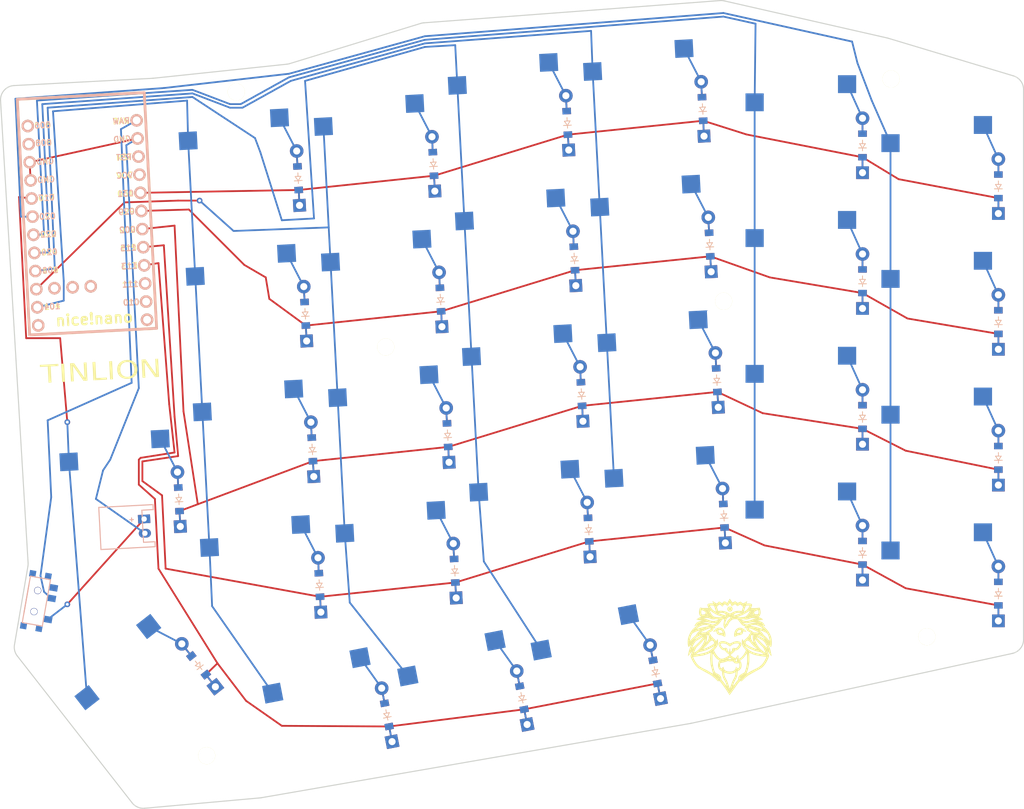
<source format=kicad_pcb>
(kicad_pcb (version 20240108) (generator "pcbnew") (generator_version "8.0")
  (title_block (title "right_board") (rev "v1.0.0") (company "Unknown"))
  (layers (0 "F.Cu" signal) (31 "B.Cu" signal) (34 "B.Paste" user) (35 "F.Paste" user) (36 "B.SilkS" user "B.Silkscreen") (37 "F.SilkS" user "F.Silkscreen") (38 "B.Mask" user) (39 "F.Mask" user) (44 "Edge.Cuts" user))
  (net 0 "")
  (net 1 "P020")
  (net 2 "mirror_function_keys_bottom")
  (net 3 "mirror_function_keys_home")
  (net 4 "mirror_function_keys_qwerty")
  (net 5 "mirror_function_keys_number")
  (net 6 "P022")
  (net 7 "mirror_one_bottom")
  (net 8 "mirror_one_home")
  (net 9 "mirror_one_qwerty")
  (net 10 "mirror_one_number")
  (net 11 "P024")
  (net 12 "mirror_two_bottom")
  (net 13 "mirror_two_home")
  (net 14 "mirror_two_qwerty")
  (net 15 "mirror_two_number")
  (net 16 "P100")
  (net 17 "mirror_three_bottom")
  (net 18 "mirror_three_home")
  (net 19 "mirror_three_qwerty")
  (net 20 "mirror_three_number")
  (net 21 "P011")
  (net 22 "mirror_four_bottom")
  (net 23 "mirror_four_home")
  (net 24 "mirror_four_qwerty")
  (net 25 "mirror_four_number")
  (net 26 "P104")
  (net 27 "mirror_five_bottom")
  (net 28 "mirror_five_home")
  (net 29 "mirror_five_qwerty")
  (net 30 "mirror_five_number")
  (net 31 "mirror_near_thumb")
  (net 32 "mirror_home_thumb")
  (net 33 "mirror_far_thumb")
  (net 34 "P017")
  (net 35 "mirror_space_thumb")
  (net 36 "mirror_curly_square")
  (net 37 "P115")
  (net 38 "P002")
  (net 39 "P029")
  (net 40 "P031")
  (net 41 "P113")
  (net 42 "RAW")
  (net 43 "GND")
  (net 44 "RST")
  (net 45 "VCC")
  (net 46 "P111")
  (net 47 "P010")
  (net 48 "P009")
  (net 49 "P006")
  (net 50 "P008")
  (net 51 "P106")
  (net 52 "P101")
  (net 53 "P102")
  (net 54 "P107")
  (net 55 "pos")
  (footprint "E73:SPDT_C128955" (layer "F.Cu") (at 146.142349 179.391819 80)
    (property "Reference" "T1" (hide yes))
    (property "Value" "" (hide yes))
  )
  (footprint "HOLE_M2_TH" (layer "F.Cu") (at 170.029896 201.025279 3)
    (property "Reference" "")
    (property "Value" "")
  )
  (footprint "MX" (layer "F.Cu") (at 212.292537 109.400354 3)
    (property "Reference" "S16" (hide yes))
    (property "Value" "" (hide yes))
  )
  (footprint "ComboDiode" (layer "F.Cu") (at 204.723188 175.14911 93)
    (property "Reference" "D17" (hide yes))
    (property "Value" "" (hide yes))
  )
  (footprint "HOLE_M2_TH" (layer "F.Cu") (at 242.32615 137.439443 3)
    (property "Reference" "")
    (property "Value" "")
  )
  (footprint "MX" (layer "F.Cu") (at 196.550976 172.072594 3)
    (property "Reference" "S17" (hide yes))
    (property "Value" "" (hide yes))
  )
  (footprint "ComboDiode" (layer "F.Cu") (at 241.377627 148.479214 93)
    (property "Reference" "D10" (hide yes))
    (property "Value" "" (hide yes))
  )
  (footprint "MX" (layer "F.Cu") (at 253.749798 112.13916)
    (property "Reference" "S8" (hide yes))
    (property "Value" "" (hide yes))
  )
  (footprint "MX" (layer "F.Cu") (at 213.286921 128.374315 3)
    (property "Reference" "S15" (hide yes))
    (property "Value" "" (hide yes))
  )
  (footprint "MX" (layer "F.Cu") (at 195.556593 153.098633 3)
    (property "Reference" "S18" (hide yes))
    (property "Value" "" (hide yes))
  )
  (footprint "MX" (layer "F.Cu") (at 224.251473 187.391088 11)
    (property "Reference" "S25" (hide yes))
    (property "Value" "" (hide yes))
  )
  (footprint "ComboDiode" (layer "F.Cu") (at 280.749798 140.35416 90)
    (property "Reference" "D3" (hide yes))
    (property "Value" "" (hide yes))
  )
  (footprint "nice_nano" (layer "F.Cu") (at 153.355164 126.470792 -87)
    (property "Reference" "MCU1" (hide yes))
    (property "Value" "nice_nano" (hide yes))
  )
  (footprint "ComboDiode" (layer "F.Cu") (at 280.749798 121.35416 90)
    (property "Reference" "D4" (hide yes))
    (property "Value" "" (hide yes))
  )
  (footprint "MX" (layer "F.Cu") (at 233.205415 145.402699 3)
    (property "Reference" "S10" (hide yes))
    (property "Value" "" (hide yes))
  )
  (footprint "ComboDiode" (layer "F.Cu") (at 201.740038 118.227226 93)
    (property "Reference" "D20" (hide yes))
    (property "Value" "" (hide yes))
  )
  (footprint "MX" (layer "F.Cu") (at 186.711129 193.414795 11)
    (property "Reference" "S27" (hide yes))
    (property "Value" "" (hide yes))
  )
  (footprint "ComboDiode" (layer "F.Cu") (at 223.447899 169.398754 93)
    (property "Reference" "D13" (hide yes))
    (property "Value" "" (hide yes))
  )
  (footprint "JST_PH_S2B-PH-K_02x2.00mm_Angled" (layer "F.Cu") (at 161.337262 168.911205 -87)
    (property "Reference" "JST1" (hide yes))
    (property "Value" "" (hide yes))
  )
  (footprint "MX" (layer "F.Cu") (at 253.749798 150.13916)
    (property "Reference" "S6" (hide yes))
    (property "Value" "" (hide yes))
  )
  (footprint "HOLE_M2_TH" (layer "F.Cu") (at 195.071177 143.836344 3)
    (property "Reference" "")
    (property "Value" "")
  )
  (footprint "MX" (layer "F.Cu") (at 194.56221 134.124672 3)
    (property "Reference" "S19" (hide yes))
    (property "Value" "" (hide yes))
  )
  (footprint "ComboDiode" (layer "F.Cu") (at 232.772322 189.300311 101)
    (property "Reference" "D25" (hide yes))
    (property "Value" "" (hide yes))
  )
  (footprint "ComboDiode" (layer "F.Cu") (at 261.749798 172.63916 90)
    (property "Reference" "D5" (hide yes))
    (property "Value" "" (hide yes))
  )
  (footprint "MX" (layer "F.Cu") (at 231.216649 107.454776 3)
    (property "Reference" "S12" (hide yes))
    (property "Value" "" (hide yes))
  )
  (footprint "MX" (layer "F.Cu") (at 253.749798 131.13916)
    (property "Reference" "S7" (hide yes))
    (property "Value" "" (hide yes))
  )
  (footprint "MX" (layer "F.Cu") (at 177.629351 174.065607 3)
    (property "Reference" "S21" (hide yes))
    (property "Value" "" (hide yes))
  )
  (footprint "MX" (layer "F.Cu") (at 272.749798 155.85416)
    (property "Reference" "S2" (hide yes))
    (property "Value" "" (hide yes))
  )
  (footprint "ComboDiode" (layer "F.Cu") (at 166.147234 165.154322 93)
    (property "Reference" "D29" (hide yes))
    (property "Value" "" (hide yes))
  )
  (footprint "HOLE_M2_TH" (layer "F.Cu") (at 174.175178 108.156057 3)
    (property "Reference" "")
    (property "Value" "")
  )
  (footprint "HOLE_M2_TH" (layer "F.Cu") (at 265.749798 106.32916)
    (property "Reference" "")
    (property "Value" "")
  )
  (footprint "MX" (layer "F.Cu") (at 205.600557 191.016458 11)
    (property "Reference" "S26" (hide yes))
    (property "Value" "" (hide yes))
  )
  (footprint "MX" (layer "F.Cu") (at 215.275687 166.322238 3)
    (property "Reference" "S13" (hide yes))
    (property "Value" "" (hide yes))
  )
  (footprint "MX" (layer "F.Cu") (at 176.634968 155.091646 3)
    (property "Reference" "S22" (hide yes))
    (property "Value" "" (hide yes))
  )
  (footprint "ComboDiode" (layer "F.Cu") (at 261.749798 134.63916 90)
    (property "Reference" "D7" (hide yes))
    (property "Value" "" (hide yes))
  )
  (footprint "ComboDiode" (layer "F.Cu") (at 202.734422 137.201187 93)
    (property "Reference" "D19" (hide yes))
    (property "Value" "" (hide yes))
  )
  (footprint "ComboDiode" (layer "F.Cu") (at 240.383244 129.505253 93)
    (property "Reference" "D11" (hide yes))
    (property "Value" "" (hide yes))
  )
  (footprint "ComboDiode" (layer "F.Cu") (at 239.388861 110.531292 93)
    (property "Reference" "D12" (hide yes))
    (property "Value" "" (hide yes))
  )
  (footprint "MX" (layer "F.Cu") (at 272.749798 117.85416)
    (property "Reference" "S4" (hide yes))
    (property "Value" "" (hide yes))
  )
  (footprint "ComboDiode" (layer "F.Cu") (at 221.459133 131.450831 93)
    (property "Reference" "D15" (hide yes))
    (property "Value" "" (hide yes))
  )
  (footprint "ComboDiode" (layer "F.Cu") (at 280.749798 178.35416 90)
    (property "Reference" "D1" (hide yes))
    (property "Value" "" (hide yes))
  )
  (footprint "ComboDiode" (layer "F.Cu") (at 214.121406 192.925682 101)
    (property "Reference" "D26" (hide yes))
    (property "Value" "" (hide yes))
  )
  (footprint "ComboDiode" (layer "F.Cu") (at 242.37201 167.453176 93)
    (property "Reference" "D9" (hide yes))
    (property "Value" "" (hide yes))
  )
  (footprint "MX" (layer "F.Cu") (at 234.199798 164.37666 3)
    (property "Reference" "S9" (hide yes))
    (property "Value" "" (hide yes))
  )
  (footprint "MX" (layer "F.Cu") (at 232.211032 126.428738 3)
    (property "Reference" "S11" (hide yes))
    (property "Value" "" (hide yes))
  )
  (footprint "ComboDiode" (layer "F.Cu") (at 222.453516 150.424792 93)
    (property "Reference" "D14" (hide yes))
    (property "Value" "" (hide yes))
  )
  (footprint "MX" (layer "F.Cu") (at 253.749798 169.13916)
    (property "Reference" "S5" (hide yes))
    (property "Value" "" (hide yes))
  )
  (footprint "ComboDiode" (layer "F.Cu") (at 203.728805 156.175149 93)
    (property "Reference" "D18" (hide yes))
    (property "Value" "" (hide yes))
  )
  (footprint "HOLE_M2_TH" (layer "F.Cu") (at 270.749798 184.37916)
    (property "Reference" "")
    (property "Value" "")
  )
  (footprint "ComboDiode" (layer "F.Cu") (at 195.231978 195.324019 101)
    (property "Reference" "D27" (hide yes))
    (property "Value" "" (hide yes))
  )
  (footprint "MX" (layer "F.Cu") (at 157.975022 162.077806 3)
    (property "Reference" "S29" (hide yes))
    (property "Value" "" (hide yes))
  )
  (footprint "MX" (layer "F.Cu") (at 175.640584 136.117684 3)
    (property "Reference" "S23" (hide yes))
    (property "Value" "" (hide yes))
  )
  (footprint "ComboDiode" (layer "F.Cu") (at 280.749798 159.35416 90)
    (property "Reference" "D2" (hide yes))
    (property "Value" "" (hide yes))
  )
  (footprint "ComboDiode" (layer "F.Cu") (at 168.90414 188.384643 128)
    (property "Reference" "D28" (hide yes))
    (property "Value" "" (hide yes))
  )
  (footprint "MX" (layer "F.Cu") (at 214.281304 147.348277 3)
    (property "Reference" "S14" (hide yes))
    (property "Value" "" (hide yes))
  )
  (footprint "ComboDiode" (layer "F.Cu") (at 261.749798 115.63916 90)
    (property "Reference" "D8" (hide yes))
    (property "Value" "" (hide yes))
  )
  (footprint "MX" (layer "F.Cu") (at 272.749798 136.85416)
    (property "Reference" "S3" (hide yes))
    (property "Value" "" (hide yes))
  )
  (footprint "MX" (layer "F.Cu") (at 174.646201 117.143723 3)
    (property "Reference" "S24" (hide yes))
    (property "Value" "" (hide yes))
  )
  (footprint "ComboDiode" (layer "F.Cu") (at 185.801563 177.142123 93)
    (property "Reference" "D21" (hide yes))
    (property "Value" "" (hide yes))
  )
  (footprint "ComboDiode" (layer "F.Cu") (at 183.812796 139.1942 93)
    (property "Reference" "D23" (hide yes))
    (property "Value" "" (hide yes))
  )
  (footprint "MX" (layer "F.Cu") (at 160.445238 190.551898 38)
    (property "Reference" "S28" (hide yes))
    (property "Value" "" (hide yes))
  )
  (footprint "ComboDiode" (layer "F.Cu") (at 182.818413 120.220239 93)
    (property "Reference" "D24" (hide yes))
    (property "Value" "" (hide yes))
  )
  (footprint "MX" (layer "F.Cu") (at 193.567826 115.15071 3)
    (property "Reference" "S20" (hide yes))
    (property "Value" "" (hide yes))
  )
  (footprint "ComboDiode" (layer "F.Cu") (at 261.749798 153.63916 90)
    (property "Reference" "D6" (hide yes))
    (property "Value" "" (hide yes))
  )
  (footprint "ComboDiode" (layer "F.Cu") (at 184.80718 158.168161 93)
    (property "Reference" "D22" (hide yes))
    (property "Value" "" (hide yes))
  )
  (footprint "MX" (layer "F.Cu") (at 272.749798 174.85416)
    (property "Reference" "S1" (hide yes))
    (property "Value" "" (hide yes))
  )
  (footprint "ComboDiode" (layer "F.Cu") (at 220.46475 112.47687 93)
    (property "Reference" "D16" (hide yes))
    (property "Value" "" (hide yes))
  )
  (gr_poly (pts (xy 243.253959 180.144046) (xy 243.269758 180.145097) (xy 243.285719 180.146813) (xy 243.301898 180.149234) (xy 243.318348 180.152402) (xy 243.335123 180.156356) (xy 243.352278 180.161138) (xy 243.386361 180.17635) (xy 243.417445 180.194069) (xy 243.445572 180.214087) (xy 243.470783 180.236198) (xy 243.493117 180.260194) (xy 243.512617 180.285869) (xy 243.529322 180.313015) (xy 243.543274 180.341426) (xy 243.554513 180.370896) (xy 243.563079 180.401217) (xy 243.569014 180.432182) (xy 243.572358 180.463584) (xy 243.573151 180.495218) (xy 243.571435 180.526874) (xy 243.56725 180.558348) (xy 243.560637 180.589432) (xy 243.551637 180.619919) (xy 243.54029 180.649602) (xy 243.526637 180.678275) (xy 243.510718 180.70573) (xy 243.492575 180.731761) (xy 243.472247 180.75616) (xy 243.449777 180.778722) (xy 243.425204 180.799238) (xy 243.398569 180.817503) (xy 243.369913 180.833309) (xy 243.339276 180.84645) (xy 243.306699 180.856718) (xy 243.272224 180.863907) (xy 243.23589 180.86781) (xy 243.197738 180.86822) (xy 243.157809 180.864929) (xy 243.125533 180.85931) (xy 243.094716 180.851226) (xy 243.065409 180.84082) (xy 243.037659 180.828231) (xy 243.011518 180.813601) (xy 242.987033 180.79707) (xy 242.964253 180.778779) (xy 242.943229 180.758869) (xy 242.924009 180.73748) (xy 242.906642 180.714753) (xy 242.891177 180.690829) (xy 242.877664 180.665849) (xy 242.866153 180.639953) (xy 242.856691 180.613282) (xy 242.849328 180.585977) (xy 242.844114 180.558178) (xy 242.843245 180.550075) (xy 243.157811 180.550075) (xy 243.287456 180.485253) (xy 243.157811 180.457471) (xy 243.157811 180.550075) (xy 242.843245 180.550075) (xy 242.841097 180.530027) (xy 242.840327 180.501664) (xy 242.841852 180.47323) (xy 242.845723 180.444865) (xy 242.851988 180.41671) (xy 242.860697 180.388907) (xy 242.871898 180.361595) (xy 242.885641 180.334915) (xy 242.901974 180.309009) (xy 242.920948 180.284017) (xy 242.942611 180.260079) (xy 242.967013 180.237337) (xy 242.994202 180.215931) (xy 243.024228 180.196002) (xy 243.05714 180.177691) (xy 243.092987 180.161138) (xy 243.126918 180.154681) (xy 243.159546 180.149418) (xy 243.175508 180.147335) (xy 243.191306 180.145674) (xy 243.206997 180.144473) (xy 243.222633 180.143775) (xy 243.238269 180.143619)) (stroke (width -0.000001)) (fill solid) (layer "F.SilkS"))
  (gr_poly (pts (xy 243.435622 179.429565) (xy 243.574528 179.586992) (xy 243.954205 179.411044) (xy 244.278321 179.651815) (xy 244.695039 179.466607) (xy 245.009894 179.716638) (xy 245.232144 179.633294) (xy 245.648862 179.383262) (xy 245.519217 179.735158) (xy 245.700663 179.730817) (xy 245.819058 179.730275) (xy 245.880902 179.731835) (xy 245.94288 179.735158) (xy 246.003774 179.740652) (xy 246.062361 179.748723) (xy 246.117422 179.759779) (xy 246.143248 179.766553) (xy 246.167735 179.774226) (xy 246.19073 179.782848) (xy 246.212079 179.792471) (xy 246.231632 179.803145) (xy 246.249234 179.814921) (xy 246.264734 179.82785) (xy 246.277979 179.841983) (xy 246.288816 179.857371) (xy 246.297092 179.874064) (xy 246.300899 179.885775) (xy 246.303671 179.898298) (xy 246.30546 179.911578) (xy 246.306316 179.925557) (xy 246.306291 179.940181) (xy 246.305434 179.955394) (xy 246.301433 179.98736) (xy 246.294718 180.021008) (xy 246.285697 180.055891) (xy 246.274777 180.09156) (xy 246.262365 180.127568) (xy 246.248868 180.163468) (xy 246.234692 180.198812) (xy 246.205934 180.266041) (xy 246.158185 180.374127) (xy 246.484471 180.377021) (xy 246.625855 180.378034) (xy 246.761271 180.376442) (xy 246.897121 180.37051) (xy 246.967209 180.365373) (xy 247.039807 180.3585) (xy 247.115715 180.349674) (xy 247.195733 180.338677) (xy 247.280662 180.325293) (xy 247.371301 180.309304) (xy 247.422269 180.501783) (xy 247.445651 180.592013) (xy 247.466509 180.678852) (xy 247.484004 180.762761) (xy 247.497293 180.844202) (xy 247.505536 180.923634) (xy 247.507502 180.962742) (xy 247.507892 181.00152) (xy 247.506599 181.040027) (xy 247.503519 181.078321) (xy 247.498547 181.116459) (xy 247.491577 181.154498) (xy 247.482505 181.192496) (xy 247.471225 181.230512) (xy 247.457633 181.268602) (xy 247.441622 181.306824) (xy 247.423088 181.345237) (xy 247.401926 181.383897) (xy 247.378031 181.422862) (xy 247.351297 181.46219) (xy 247.321619 181.501938) (xy 247.288893 181.542165) (xy 247.253013 181.582927) (xy 247.213874 181.624283) (xy 247.257269 181.637398) (xy 247.300582 181.652372) (xy 247.343732 181.669109) (xy 247.386638 181.687514) (xy 247.429219 181.707493) (xy 247.471393 181.728951) (xy 247.513078 181.751792) (xy 247.554194 181.775922) (xy 247.594658 181.801246) (xy 247.63439 181.827669) (xy 247.673309 181.855095) (xy 247.711331 181.88343) (xy 247.748378 181.912579) (xy 247.784366 181.942447) (xy 247.819214 181.972939) (xy 247.852842 182.00396) (xy 247.056446 182.133606) (xy 247.103548 182.141627) (xy 247.15415 182.151765) (xy 247.207628 182.163965) (xy 247.263357 182.178172) (xy 247.320715 182.194332) (xy 247.379076 182.212392) (xy 247.437817 182.232296) (xy 247.496314 182.253991) (xy 247.553943 182.277423) (xy 247.61008 182.302536) (xy 247.664101 182.329277) (xy 247.715381 182.357592) (xy 247.763298 182.387426) (xy 247.807226 182.418726) (xy 247.846542 182.451435) (xy 247.864276 182.468303) (xy 247.880622 182.485502) (xy 247.898185 182.505856) (xy 247.916072 182.52853) (xy 247.934177 182.553239) (xy 247.952391 182.579698) (xy 247.970604 182.607621) (xy 247.988709 182.636725) (xy 248.024159 182.697334) (xy 248.057872 182.759245) (xy 248.088981 182.820179) (xy 248.116618 182.877858) (xy 248.139914 182.930002) (xy 247.630591 182.772575) (xy 247.664375 182.789947) (xy 247.696409 182.807374) (xy 247.726897 182.824909) (xy 247.756041 182.842607) (xy 247.784046 182.860521) (xy 247.811115 182.878708) (xy 247.837452 182.89722) (xy 247.86326 182.916111) (xy 247.914101 182.955251) (xy 247.965269 182.996561) (xy 248.075091 183.087429) (xy 248.180836 183.1807) (xy 248.28251 183.279709) (xy 248.379735 183.384117) (xy 248.472131 183.493585) (xy 248.559319 183.607774) (xy 248.640917 183.726343) (xy 248.716547 183.848956) (xy 248.785828 183.975271) (xy 248.848381 184.104951) (xy 248.903826 184.237656) (xy 248.951783 184.373047) (xy 248.991872 184.510784) (xy 249.023714 184.650529) (xy 249.046928 184.791943) (xy 249.061135 184.934686) (xy 249.065955 185.078419) (xy 249.065955 185.300669) (xy 249.064563 185.370863) (xy 249.06272 185.406374) (xy 249.060023 185.442035) (xy 249.056403 185.477749) (xy 249.051794 185.513423) (xy 249.046126 185.548961) (xy 249.039332 185.584269) (xy 249.031345 185.619251) (xy 249.022095 185.653812) (xy 249.011517 185.687858) (xy 248.999541 185.721294) (xy 248.986101 185.754024) (xy 248.971127 185.785954) (xy 248.954553 185.816989) (xy 248.93631 185.847033) (xy 248.584414 185.495137) (xy 248.655803 185.658497) (xy 248.717967 185.805361) (xy 248.772101 185.941808) (xy 248.819398 186.073913) (xy 248.840855 186.140237) (xy 248.861052 186.207755) (xy 248.880135 186.277226) (xy 248.898256 186.349411) (xy 248.915563 186.425068) (xy 248.932205 186.504957) (xy 248.964092 186.680471) (xy 249.006921 186.902721) (xy 249.011278 186.932211) (xy 249.014644 186.961539) (xy 249.01679 186.990541) (xy 249.017484 187.019055) (xy 249.016495 187.046918) (xy 249.013595 187.073966) (xy 249.008551 187.100038) (xy 249.005153 187.112657) (xy 249.001133 187.124971) (xy 248.877564 186.941644) (xy 248.808075 186.838965) (xy 248.734896 186.734876) (xy 248.697262 186.683693) (xy 248.659112 186.633825) (xy 248.620583 186.58583) (xy 248.58181 186.540262) (xy 248.542928 186.497679) (xy 248.504073 186.458637) (xy 248.465381 186.423691) (xy 248.426987 186.393398) (xy 248.493402 186.543301) (xy 248.534585 186.63822) (xy 248.576311 186.738349) (xy 248.614999 186.837609) (xy 248.632084 186.885014) (xy 248.647067 186.929924) (xy 248.659499 186.971577) (xy 248.668934 187.009216) (xy 248.674923 187.04208) (xy 248.677018 187.069409) (xy 248.67419 187.102668) (xy 248.666112 187.14275) (xy 248.653395 187.188666) (xy 248.636649 187.239424) (xy 248.616484 187.294035) (xy 248.593512 187.351508) (xy 248.541584 187.471079) (xy 248.48575 187.590217) (xy 248.430893 187.700998) (xy 248.381896 187.795501) (xy 248.343642 187.865804) (xy 248.305097 187.934502) (xy 248.265779 188.001708) (xy 248.225566 188.067449) (xy 248.184335 188.131752) (xy 248.141964 188.194644) (xy 248.098333 188.256152) (xy 248.053317 188.316304) (xy 248.006796 188.375127) (xy 247.958647 188.432647) (xy 247.908748 188.488893) (xy 247.856977 188.54389) (xy 247.803211 188.597666) (xy 247.74733 188.650249) (xy 247.689211 188.701665) (xy 247.628731 188.751942) (xy 247.565769 188.801106) (xy 245.871112 189.745668) (xy 245.786936 189.802208) (xy 245.696032 189.866343) (xy 245.601221 189.936122) (xy 245.505325 190.00959) (xy 245.411165 190.084795) (xy 245.321563 190.159783) (xy 245.239341 190.2326) (xy 245.201879 190.267584) (xy 245.16732 190.301293) (xy 244.787642 190.680971) (xy 244.787642 190.523544) (xy 244.738458 190.549229) (xy 244.691511 190.577533) (xy 244.646654 190.608251) (xy 244.603736 190.64118) (xy 244.562609 190.676117) (xy 244.523124 190.712857) (xy 244.48513 190.751199) (xy 244.44848 190.790938) (xy 244.413023 190.83187) (xy 244.37861 190.873793) (xy 244.312323 190.959795) (xy 244.185715 191.13473) (xy 243.157809 192.570096) (xy 243.048439 192.383838) (xy 242.935704 192.199968) (xy 242.819713 192.018269) (xy 242.700576 191.838523) (xy 242.5784 191.660513) (xy 242.453294 191.484022) (xy 242.325366 191.308833) (xy 242.319802 191.301419) (xy 242.741091 191.301419) (xy 242.768873 191.329201) (xy 242.768873 191.301419) (xy 242.741091 191.301419) (xy 242.319802 191.301419) (xy 242.194725 191.13473) (xy 242.068118 190.958493) (xy 242.035347 190.914637) (xy 242.00183 190.871351) (xy 241.967418 190.828879) (xy 241.931961 190.787465) (xy 241.895311 190.747353) (xy 241.857317 190.708788) (xy 241.817831 190.672013) (xy 241.776704 190.637273) (xy 241.733787 190.604812) (xy 241.688929 190.574874) (xy 241.665727 190.560927) (xy 241.641983 190.547703) (xy 241.61768 190.535232) (xy 241.592798 190.523544) (xy 241.592798 190.680971) (xy 241.213121 190.301293) (xy 241.178562 190.267584) (xy 241.157234 190.247666) (xy 241.631415 190.247666) (xy 241.631725 190.253907) (xy 241.632358 190.260302) (xy 241.63332 190.266877) (xy 241.634616 190.273657) (xy 241.636252 190.280668) (xy 241.638232 190.287934) (xy 241.643244 190.303338) (xy 241.649694 190.32007) (xy 241.657623 190.338336) (xy 241.685404 190.116085) (xy 241.666359 190.148044) (xy 241.65824 190.162254) (xy 241.651112 190.175554) (xy 241.645014 190.188149) (xy 241.639988 190.200243) (xy 241.636075 190.212038) (xy 241.634548 190.217887) (xy 241.633314 190.223737) (xy 241.632379 190.229615) (xy 241.631748 190.235546) (xy 241.631424 190.241554) (xy 241.631415 190.247666) (xy 241.157234 190.247666) (xy 241.1411 190.2326) (xy 241.058878 190.159783) (xy 240.969276 190.084795) (xy 240.875116 190.00959) (xy 240.77922 189.936122) (xy 240.68441 189.866343) (xy 240.593506 189.802208) (xy 240.50933 189.745668) (xy 238.814675 188.801106) (xy 238.751814 188.750416) (xy 238.691612 188.699006) (xy 238.633906 188.64681) (xy 238.578534 188.59376) (xy 238.525331 188.539786) (xy 238.474137 188.484823) (xy 238.424787 188.428802) (xy 238.37712 188.371654) (xy 238.330971 188.313313) (xy 238.286179 188.253711) (xy 238.242581 188.192779) (xy 238.200014 188.130449) (xy 238.158315 188.066655) (xy 238.117321 188.001328) (xy 238.036799 187.865804) (xy 237.995507 187.795501) (xy 237.94434 187.700998) (xy 237.888181 187.590217) (xy 237.831913 187.471079) (xy 237.805264 187.410852) (xy 237.78042 187.351508) (xy 237.75799 187.294035) (xy 237.738585 187.239424) (xy 237.72892 187.208315) (xy 238.064581 187.208315) (xy 238.090696 187.279303) (xy 238.12027 187.352991) (xy 238.153073 187.428822) (xy 238.188874 187.50624) (xy 238.227441 187.584689) (xy 238.268546 187.663613) (xy 238.311956 187.742455) (xy 238.357442 187.82066) (xy 238.404773 187.897671) (xy 238.453718 187.972932) (xy 238.504047 188.045887) (xy 238.555528 188.11598) (xy 238.607932 188.182655) (xy 238.661028 188.245355) (xy 238.714585 188.303524) (xy 238.768373 188.356607) (xy 238.841523 188.421796) (xy 238.915147 188.482237) (xy 238.989287 188.538392) (xy 239.063983 188.590722) (xy 239.139275 188.639687) (xy 239.215206 188.685749) (xy 239.291815 188.72937) (xy 239.369142 188.77101) (xy 239.526117 188.850194) (xy 239.686456 188.926991) (xy 239.850485 189.005089) (xy 240.018529 189.088179) (xy 240.851967 189.569721) (xy 240.509332 188.291783) (xy 240.435248 187.430564) (xy 240.457826 187.149949) (xy 240.766452 187.149949) (xy 240.767212 187.175444) (xy 240.768623 187.199054) (xy 240.767031 187.409439) (xy 240.76978 187.605933) (xy 240.777738 187.792878) (xy 240.791773 187.974614) (xy 240.812754 188.155481) (xy 240.841548 188.339821) (xy 240.879024 188.531975) (xy 240.926049 188.736283) (xy 240.963381 188.881556) (xy 240.988232 188.971339) (xy 241.016339 189.065028) (xy 241.04705 189.156981) (xy 241.063179 189.200543) (xy 241.079714 189.241555) (xy 241.096576 189.279311) (xy 241.113681 189.313106) (xy 241.13095 189.342235) (xy 241.148299 189.365992) (xy 241.161604 189.381404) (xy 241.177039 189.396395) (xy 241.194346 189.41098) (xy 241.213267 189.425171) (xy 241.233544 189.438982) (xy 241.254921 189.452428) (xy 241.277138 189.46552) (xy 241.299939 189.478274) (xy 241.346259 189.502817) (xy 241.39182 189.526167) (xy 241.434559 189.548432) (xy 241.454226 189.559192) (xy 241.472414 189.56972) (xy 241.503551 189.585678) (xy 241.534415 189.602313) (xy 241.564955 189.619653) (xy 241.595114 189.637727) (xy 241.62484 189.65656) (xy 241.654077 189.676179) (xy 241.682772 189.696613) (xy 241.71087 189.717887) (xy 241.738316 189.74003) (xy 241.765057 189.763068) (xy 241.791039 189.787028) (xy 241.816207 189.811938) (xy 241.840506 189.837825) (xy 241.863883 189.864716) (xy 241.886284 189.892637) (xy 241.907653 189.921616) (xy 241.920877 189.940501) (xy 241.93281 189.958961) (xy 241.943518 189.977008) (xy 241.953069 189.994651) (xy 241.961528 190.011901) (xy 241.968961 190.028767) (xy 241.975434 190.04526) (xy 241.981013 190.061391) (xy 241.985765 190.077169) (xy 241.989756 190.092604) (xy 241.993051 190.107707) (xy 241.995718 190.122488) (xy 241.999428 190.151124) (xy 242.001415 190.178593) (xy 242.002208 190.204977) (xy 242.002337 190.230358) (xy 242.002717 190.278432) (xy 242.004026 190.30129) (xy 242.006786 190.323469) (xy 242.008876 190.334329) (xy 242.011527 190.345051) (xy 242.014806 190.355643) (xy 242.018778 190.366117) (xy 242.021808 190.373355) (xy 242.025658 190.381152) (xy 242.035617 190.398275) (xy 242.048262 190.417189) (xy 242.063199 190.437596) (xy 242.080036 190.459196) (xy 242.098378 190.481691) (xy 242.138006 190.528174) (xy 242.218022 190.618752) (xy 242.252116 190.658073) (xy 242.266307 190.675197) (xy 242.27807 190.690231) (xy 242.750351 191.301419) (xy 242.741111 191.247607) (xy 242.730793 191.19551) (xy 242.707178 191.096152) (xy 242.68001 191.002736) (xy 242.649789 190.914651) (xy 242.617018 190.831287) (xy 242.582199 190.752033) (xy 242.545833 190.676279) (xy 242.508423 190.603414) (xy 242.358375 190.32864) (xy 242.323271 190.261066) (xy 242.290134 190.192718) (xy 242.259466 190.122987) (xy 242.231768 190.051262) (xy 242.214459 189.993294) (xy 242.197476 189.93131) (xy 242.181143 189.866506) (xy 242.165788 189.800073) (xy 242.151734 189.733206) (xy 242.139309 189.667099) (xy 242.128837 189.602945) (xy 242.120643 189.541939) (xy 242.11911 189.527221) (xy 242.11793 189.51101) (xy 242.116302 189.47509) (xy 242.113698 189.396087) (xy 242.113024 189.384513) (xy 242.416977 189.384513) (xy 242.419322 189.501213) (xy 242.422204 189.554919) (xy 242.426183 189.605786) (xy 242.431228 189.654008) (xy 242.437305 189.699779) (xy 242.444382 189.74329) (xy 242.452427 189.784737) (xy 242.461409 189.824311) (xy 242.471294 189.862207) (xy 242.493647 189.933735) (xy 242.519228 190.000869) (xy 242.547781 190.065153) (xy 242.579046 190.128136) (xy 242.612766 190.191363) (xy 242.686542 190.324734) (xy 242.726082 190.397972) (xy 242.767046 190.477639) (xy 242.809177 190.565283) (xy 242.852216 190.66245) (xy 243.185591 191.653315) (xy 243.328201 191.245857) (xy 243.657873 191.245857) (xy 243.684331 191.221612) (xy 243.711536 191.194273) (xy 243.739365 191.164222) (xy 243.767696 191.131838) (xy 243.825374 191.061589) (xy 243.883596 190.986565) (xy 243.997759 190.834347) (xy 244.051748 190.76323) (xy 244.102373 190.699492) (xy 244.127929 190.666954) (xy 244.160974 190.626711) (xy 244.237806 190.533962) (xy 244.275734 190.486882) (xy 244.30943 190.44295) (xy 244.323775 190.423011) (xy 244.335963 190.404877) (xy 244.345628 190.388886) (xy 244.352404 190.375378) (xy 244.357217 190.36493) (xy 244.361282 190.354413) (xy 244.367434 190.333109) (xy 244.371388 190.311344) (xy 244.373674 190.288995) (xy 244.375855 190.218874) (xy 244.6978 190.218874) (xy 244.698009 190.224805) (xy 244.698512 190.230683) (xy 244.699313 190.236534) (xy 244.700418 190.242383) (xy 244.701831 190.248256) (xy 244.703558 190.254178) (xy 244.705604 190.260174) (xy 244.707974 190.266271) (xy 244.710673 190.272493) (xy 244.713705 190.278866) (xy 244.720793 190.292167) (xy 244.729278 190.306376) (xy 244.739201 190.321698) (xy 244.750603 190.338336) (xy 244.722821 190.116085) (xy 244.716317 190.13435) (xy 244.710721 190.151083) (xy 244.706075 190.166486) (xy 244.702419 190.180763) (xy 244.699794 190.194118) (xy 244.698881 190.200513) (xy 244.698241 190.206754) (xy 244.697879 190.212866) (xy 244.6978 190.218874) (xy 244.375855 190.218874) (xy 244.376712 190.191327) (xy 244.378591 190.164231) (xy 244.381976 190.135819) (xy 244.387395 190.105969) (xy 244.395378 190.074559) (xy 244.406454 190.041467) (xy 244.413317 190.024252) (xy 244.421152 190.006571) (xy 244.430024 189.988408) (xy 244.440001 189.969748) (xy 244.451147 189.950577) (xy 244.463529 189.930878) (xy 244.485315 189.900162) (xy 244.508891 189.870504) (xy 244.534095 189.841877) (xy 244.560764 189.814254) (xy 244.588735 189.787608) (xy 244.617846 189.761911) (xy 244.647933 189.737137) (xy 244.678834 189.713258) (xy 244.710386 189.690247) (xy 244.742427 189.668077) (xy 244.774793 189.646721) (xy 244.807322 189.626152) (xy 244.872218 189.587266) (xy 244.919483 189.560461) (xy 245.519217 189.560461) (xy 246.352654 189.07892) (xy 246.688634 188.921637) (xy 246.849136 188.845003) (xy 247.005514 188.765223) (xy 247.08236 188.723101) (xy 247.15842 188.678931) (xy 247.233774 188.632292) (xy 247.308504 188.582763) (xy 247.382691 188.529925) (xy 247.456417 188.473357) (xy 247.529763 188.412637) (xy 247.602811 188.347346) (xy 247.656599 188.294264) (xy 247.710156 188.236094) (xy 247.763252 188.173394) (xy 247.815656 188.10672) (xy 247.867138 188.036627) (xy 247.917467 187.963672) (xy 247.966412 187.888411) (xy 248.013742 187.811399) (xy 248.059228 187.733195) (xy 248.102639 187.654352) (xy 248.143743 187.575428) (xy 248.182311 187.496979) (xy 248.218111 187.419561) (xy 248.250914 187.343731) (xy 248.280488 187.270043) (xy 248.306603 187.199055) (xy 247.891765 187.147977) (xy 247.689175 187.123036) (xy 247.488213 187.096032) (xy 247.287685 187.065122) (xy 247.086398 187.02846) (xy 246.883157 186.984202) (xy 246.780432 186.958648) (xy 246.67677 186.930503) (xy 246.610656 186.91181) (xy 246.550687 186.893822) (xy 246.496063 186.876378) (xy 246.445983 186.859313) (xy 246.399647 186.842465) (xy 246.356254 186.825671) (xy 246.275099 186.791596) (xy 246.196114 186.755784) (xy 246.112897 186.716934) (xy 246.019044 186.673742) (xy 245.908154 186.624908) (xy 245.903682 186.651681) (xy 245.900594 186.679783) (xy 245.898753 186.709025) (xy 245.898025 186.739216) (xy 245.898274 186.770167) (xy 245.899364 186.801688) (xy 245.903524 186.865679) (xy 245.926675 187.10645) (xy 245.926675 187.615773) (xy 245.926919 187.701192) (xy 245.924288 187.790382) (xy 245.918943 187.882774) (xy 245.911048 187.977797) (xy 245.888259 188.17346) (xy 245.857222 188.372812) (xy 245.81924 188.571296) (xy 245.775615 188.764354) (xy 245.727649 188.947428) (xy 245.676644 189.11596) (xy 245.519217 189.560461) (xy 244.919483 189.560461) (xy 244.935811 189.551201) (xy 244.95695 189.539245) (xy 244.978604 189.527615) (xy 245.022917 189.504898) (xy 245.067663 189.482181) (xy 245.08986 189.470551) (xy 245.111758 189.458596) (xy 245.133223 189.446207) (xy 245.154117 189.433275) (xy 245.174307 189.419691) (xy 245.193655 189.405349) (xy 245.212027 189.390138) (xy 245.229286 189.37395) (xy 245.237456 189.365456) (xy 245.245298 189.356677) (xy 245.252793 189.3476) (xy 245.259926 189.338211) (xy 245.274223 189.315878) (xy 245.289226 189.287604) (xy 245.304771 189.254175) (xy 245.320696 189.216378) (xy 245.353035 189.130828) (xy 245.384941 189.037247) (xy 245.415109 188.94193) (xy 245.44224 188.85117) (xy 245.482175 188.708502) (xy 245.511399 188.585322) (xy 245.536688 188.462305) (xy 245.558234 188.339397) (xy 245.576226 188.216543) (xy 245.590854 188.093688) (xy 245.602307 187.97078) (xy 245.610777 187.847763) (xy 245.616451 187.724583) (xy 245.620177 187.477518) (xy 245.615005 187.229151) (xy 245.602452 186.979047) (xy 245.58404 186.726773) (xy 245.093236 187.365742) (xy 244.583913 187.782461) (xy 244.602423 187.788834) (xy 244.619784 187.795789) (xy 244.636039 187.80331) (xy 244.651232 187.811382) (xy 244.665408 187.81999) (xy 244.678611 187.829118) (xy 244.690885 187.838752) (xy 244.702273 187.848876) (xy 244.712821 187.859474) (xy 244.722572 187.870532) (xy 244.731569 187.882035) (xy 244.739858 187.893966) (xy 244.747482 187.906311) (xy 244.754486 187.919054) (xy 244.766807 187.945676) (xy 244.777176 187.973708) (xy 244.785943 188.003029) (xy 244.793463 188.033516) (xy 244.800087 188.065048) (xy 244.824685 188.19918) (xy 244.830897 188.238292) (xy 244.835645 188.277455) (xy 244.838928 188.316611) (xy 244.840746 188.355702) (xy 244.841098 188.394672) (xy 244.839986 188.433462) (xy 244.837409 188.472014) (xy 244.833366 188.510272) (xy 244.827859 188.548176) (xy 244.820887 188.585671) (xy 244.812449 188.622697) (xy 244.802547 188.659198) (xy 244.791179 188.695115) (xy 244.778347 188.730392) (xy 244.764049 188.76497) (xy 244.748287 188.798792) (xy 244.731059 188.831799) (xy 244.712366 188.863935) (xy 244.692209 188.895142) (xy 244.670586 188.925363) (xy 244.647498 188.954538) (xy 244.622945 188.982612) (xy 244.596928 189.009525) (xy 244.569445 189.035222) (xy 244.540497 189.059643) (xy 244.510084 189.082731) (xy 244.478206 189.104429) (xy 244.444863 189.124679) (xy 244.410055 189.143423) (xy 244.373782 189.160604) (xy 244.336044 189.176163) (xy 244.296841 189.190044) (xy 244.29156 189.307771) (xy 244.282372 189.430381) (xy 244.268844 189.555813) (xy 244.25054 189.682004) (xy 244.239462 189.74474) (xy 244.227027 189.806893) (xy 244.213182 189.868205) (xy 244.197872 189.928418) (xy 244.181042 189.987274) (xy 244.162639 190.044517) (xy 244.142607 190.099887) (xy 244.120894 190.153128) (xy 244.10905 190.181185) (xy 244.097761 190.206556) (xy 244.086934 190.229594) (xy 244.076473 190.250651) (xy 244.066284 190.270081) (xy 244.056271 190.288235) (xy 244.036393 190.32213) (xy 243.994577 190.390136) (xy 243.971118 190.429891) (xy 243.958419 190.452441) (xy 243.944946 190.477243) (xy 243.899566 190.561545) (xy 243.854512 190.653335) (xy 243.810977 190.750551) (xy 243.770155 190.851131) (xy 243.73324 190.953014) (xy 243.716621 191.003799) (xy 243.701425 191.054137) (xy 243.687804 191.103769) (xy 243.675905 191.152439) (xy 243.665878 191.199887) (xy 243.657873 191.245857) (xy 243.328201 191.245857) (xy 243.509705 190.727272) (xy 243.552858 190.623875) (xy 243.595346 190.531248) (xy 243.636939 190.447574) (xy 243.677406 190.371036) (xy 243.75404 190.232094) (xy 243.789745 190.166054) (xy 243.823402 190.099879) (xy 243.854781 190.031751) (xy 243.883649 189.959852) (xy 243.909778 189.882364) (xy 243.932936 189.797469) (xy 243.952892 189.70335) (xy 243.969417 189.598189) (xy 243.982279 189.480169) (xy 243.991248 189.347471) (xy 243.840856 189.415821) (xy 243.769357 189.446299) (xy 243.699689 189.474078) (xy 243.631377 189.498981) (xy 243.563948 189.520832) (xy 243.496925 189.539455) (xy 243.429834 189.554672) (xy 243.362201 189.566309) (xy 243.293551 189.574188) (xy 243.223408 189.578133) (xy 243.151299 189.577968) (xy 243.076747 189.573516) (xy 242.999279 189.564602) (xy 242.91842 189.551048) (xy 242.833695 189.532679) (xy 242.416977 189.384513) (xy 242.113024 189.384513) (xy 242.111419 189.356911) (xy 242.10975 189.338259) (xy 242.107621 189.320557) (xy 242.104948 189.304048) (xy 242.101652 189.288977) (xy 242.09765 189.275589) (xy 242.092862 189.264126) (xy 242.088198 189.254023) (xy 242.0829 189.244511) (xy 242.076986 189.235528) (xy 242.07047 189.227012) (xy 242.055707 189.211141) (xy 242.038746 189.196409) (xy 242.019723 189.182329) (xy 241.998775 189.168411) (xy 241.95164 189.139111) (xy 241.925727 189.122751) (xy 241.898429 189.104601) (xy 241.869884 189.084172) (xy 241.840226 189.060976) (xy 241.809592 189.034524) (xy 241.778116 189.004328) (xy 241.745935 188.9699) (xy 241.729623 188.950946) (xy 241.713185 188.930751) (xy 241.678865 188.883443) (xy 241.648724 188.835307) (xy 241.622597 188.786385) (xy 241.600324 188.736717) (xy 241.58174 188.686343) (xy 241.566682 188.635304) (xy 241.554989 188.583642) (xy 241.546498 188.531396) (xy 241.541044 188.478607) (xy 241.538467 188.425317) (xy 241.538542 188.395746) (xy 241.824399 188.395746) (xy 241.825504 188.449671) (xy 241.830096 188.502458) (xy 241.833865 188.528305) (xy 241.838703 188.553725) (xy 241.844678 188.57867) (xy 241.851854 188.603092) (xy 241.8603 188.626945) (xy 241.870079 188.650181) (xy 241.881259 188.672752) (xy 241.893906 188.694611) (xy 241.908086 188.715711) (xy 241.923865 188.736003) (xy 241.941309 188.75544) (xy 241.960484 188.773976) (xy 241.981456 188.791562) (xy 242.004292 188.808151) (xy 242.029058 188.823695) (xy 242.055819 188.838148) (xy 242.069515 188.811734) (xy 242.082913 188.787885) (xy 242.096148 188.766341) (xy 242.109356 188.746846) (xy 242.122672 188.729141) (xy 242.136232 188.712969) (xy 242.150173 188.698072) (xy 242.164629 188.684193) (xy 242.179736 188.671073) (xy 242.195629 188.658456) (xy 242.212446 188.646082) (xy 242.23032 188.633695) (xy 242.269785 188.607849) (xy 242.31511 188.578856) (xy 242.321343 188.632966) (xy 242.329589 188.684218) (xy 242.339802 188.732686) (xy 242.351935 188.778443) (xy 242.36594 188.821562) (xy 242.381769 188.862115) (xy 242.399376 188.900176) (xy 242.418712 188.935816) (xy 242.43973 188.96911) (xy 242.462382 189.000131) (xy 242.486622 189.02895) (xy 242.512401 189.055641) (xy 242.539672 189.080277) (xy 242.568389 189.102931) (xy 242.598502 189.123676) (xy 242.629965 189.142584) (xy 242.66273 189.159729) (xy 242.69675 189.175183) (xy 242.731978 189.18902) (xy 242.768365 189.201312) (xy 242.844429 189.221553) (xy 242.924562 189.23649) (xy 243.008385 189.246707) (xy 243.095518 189.252787) (xy 243.185581 189.255312) (xy 243.278194 189.254867) (xy 243.358144 189.250632) (xy 243.396843 189.246639) (xy 243.434662 189.241392) (xy 243.47158 189.234891) (xy 243.507572 189.227133) (xy 243.542619 189.218117) (xy 243.576698 189.207841) (xy 243.609786 189.196303) (xy 243.641862 189.183503) (xy 243.672904 189.169437) (xy 243.702889 189.154105) (xy 243.731796 189.137505) (xy 243.759602 189.119634) (xy 243.786286 189.100492) (xy 243.811826 189.080076) (xy 243.836198 189.058385) (xy 243.859383 189.035418) (xy 243.881356 189.011171) (xy 243.902097 188.985645) (xy 243.921583 188.958837) (xy 243.939792 188.930745) (xy 243.956702 188.901368) (xy 243.972291 188.870704) (xy 243.986538 188.838751) (xy 243.999419 188.805508) (xy 244.010913 188.770973) (xy 244.020999 188.735144) (xy 244.029653 188.698019) (xy 244.036854 188.659598) (xy 244.04258 188.619877) (xy 244.046808 188.578856) (xy 244.092134 188.608229) (xy 244.112531 188.62183) (xy 244.131599 188.634997) (xy 244.149474 188.647947) (xy 244.16629 188.660898) (xy 244.182184 188.674065) (xy 244.197291 188.687666) (xy 244.211746 188.701918) (xy 244.225687 188.717039) (xy 244.239247 188.733245) (xy 244.252564 188.750753) (xy 244.265772 188.76978) (xy 244.279007 188.790543) (xy 244.292405 188.81326) (xy 244.306101 188.838148) (xy 244.332863 188.823695) (xy 244.357628 188.808151) (xy 244.380464 188.791562) (xy 244.401437 188.773976) (xy 244.420612 188.75544) (xy 244.438056 188.736003) (xy 244.453834 188.71571) (xy 244.468014 188.694611) (xy 244.480661 188.672752) (xy 244.491841 188.650181) (xy 244.501621 188.626945) (xy 244.510066 188.603092) (xy 244.517243 188.578669) (xy 244.523217 188.553724) (xy 244.531824 188.502457) (xy 244.536416 188.449671) (xy 244.537521 188.395746) (xy 244.53567 188.34106) (xy 244.53139 188.285995) (xy 244.525211 188.23093) (xy 244.517662 188.176245) (xy 244.50057 188.069533) (xy 244.46751 188.079489) (xy 244.434353 188.08852) (xy 244.401165 188.096621) (xy 244.368013 188.10379) (xy 244.334963 188.110022) (xy 244.30208 188.115316) (xy 244.269432 188.119666) (xy 244.237083 188.12307) (xy 244.205101 188.125525) (xy 244.173551 188.127027) (xy 244.1425 188.127572) (xy 244.112013 188.127158) (xy 244.082158 188.12578) (xy 244.052999 188.123437) (xy 244.024603 188.120123) (xy 243.997036 188.115836) (xy 243.970364 188.110572) (xy 243.944654 188.104328) (xy 243.919972 188.0971) (xy 243.896383 188.088886) (xy 243.873954 188.079682) (xy 243.852751 188.069484) (xy 243.83284 188.058288) (xy 243.814287 188.046093) (xy 243.797158 188.032893) (xy 243.78152 188.018687) (xy 243.767438 188.00347) (xy 243.75498 187.987238) (xy 243.74421 187.96999) (xy 243.735195 187.95172) (xy 243.728001 187.932427) (xy 243.722694 187.912106) (xy 243.528225 187.800981) (xy 243.176329 187.838023) (xy 242.917037 187.79172) (xy 242.472537 187.949147) (xy 241.86135 188.069533) (xy 241.844258 188.176245) (xy 241.836709 188.23093) (xy 241.83053 188.285995) (xy 241.82625 188.34106) (xy 241.824399 188.395746) (xy 241.538542 188.395746) (xy 241.538603 188.371566) (xy 241.541288 188.317393) (xy 241.546362 188.262842) (xy 241.55366 188.207951) (xy 241.56302 188.152761) (xy 241.574278 188.097314) (xy 241.588603 188.032202) (xy 241.59658 187.998669) (xy 241.605533 187.965353) (xy 241.610477 187.94898) (xy 241.615788 187.932906) (xy 241.621506 187.917211) (xy 241.627671 187.901977) (xy 241.634325 187.887286) (xy 241.641507 187.873219) (xy 241.64926 187.859858) (xy 241.657623 187.847283) (xy 241.663148 187.838814) (xy 241.669271 187.830752) (xy 241.675936 187.82307) (xy 241.683089 187.81574) (xy 241.690676 187.808736) (xy 241.698643 187.80203) (xy 241.706936 187.795596) (xy 241.7155 187.789406) (xy 241.724281 187.783432) (xy 241.733225 187.777649) (xy 241.751384 187.766544) (xy 241.787269 187.745418) (xy 241.74124 187.717638) (xy 243.981986 187.717638) (xy 243.989257 187.735973) (xy 243.997179 187.752762) (xy 244.001384 187.760568) (xy 244.005752 187.767978) (xy 244.010283 187.774987) (xy 244.014976 187.781593) (xy 244.019833 187.787791) (xy 244.024852 187.793579) (xy 244.030034 187.798954) (xy 244.035379 187.803911) (xy 244.040886 187.808448) (xy 244.046556 187.812561) (xy 244.052389 187.816247) (xy 244.058385 187.819502) (xy 244.064544 187.822323) (xy 244.070865 187.824707) (xy 244.077349 187.826649) (xy 244.083996 187.828148) (xy 244.090806 187.829198) (xy 244.097778 187.829798) (xy 244.104913 187.829943) (xy 244.112211 187.829631) (xy 244.119672 187.828857) (xy 244.127296 187.827618) (xy 244.135082 187.825912) (xy 244.143031 187.823734) (xy 244.151143 187.821082) (xy 244.159417 187.817951) (xy 244.167855 187.814339) (xy 244.176455 187.810242) (xy 244.182587 187.758098) (xy 244.187308 187.705628) (xy 244.190943 187.652507) (xy 244.193819 187.59841) (xy 244.204235 187.365741) (xy 244.193499 187.386277) (xy 244.182152 187.40631) (xy 244.170235 187.425991) (xy 244.157789 187.445468) (xy 244.131473 187.484409) (xy 244.103529 187.524327) (xy 244.074283 187.566415) (xy 244.04406 187.611867) (xy 244.028684 187.636227) (xy 244.013185 187.661877) (xy 243.997606 187.688964) (xy 243.981986 187.717638) (xy 241.74124 187.717638) (xy 241.68438 187.68332) (xy 241.593578 187.624979) (xy 241.513492 187.569595) (xy 241.442752 187.516368) (xy 241.406161 187.486127) (xy 242.93556 187.486127) (xy 242.972717 187.489885) (xy 243.007961 187.494049) (xy 243.073743 187.502622) (xy 243.134966 187.509893) (xy 243.164513 187.51243) (xy 243.193694 187.513908) (xy 243.222766 187.514085) (xy 243.251988 187.512715) (xy 243.281616 187.509554) (xy 243.311909 187.504358) (xy 243.343124 187.496884) (xy 243.37552 187.486887) (xy 243.409353 187.474122) (xy 243.444883 187.458346) (xy 243.364885 187.407884) (xy 243.32937 187.386844) (xy 243.296282 187.368925) (xy 243.280518 187.361212) (xy 243.265202 187.35437) (xy 243.250284 187.34843) (xy 243.23571 187.343423) (xy 243.221427 187.339379) (xy 243.207384 187.336328) (xy 243.193527 187.334302) (xy 243.179804 187.33333) (xy 243.166162 187.333444) (xy 243.152549 187.334673) (xy 243.138913 187.337049) (xy 243.1252 187.340601) (xy 243.111358 187.345361) (xy 243.097335 187.351358) (xy 243.083078 187.358624) (xy 243.068534 187.367189) (xy 243.053651 187.377083) (xy 243.038377 187.388337) (xy 243.022658 187.400981) (xy 243.006442 187.415046) (xy 242.989677 187.430563) (xy 242.97231 187.447562) (xy 242.93556 187.486127) (xy 241.406161 187.486127) (xy 241.379989 187.464498) (xy 241.323832 187.413183) (xy 241.272911 187.361625) (xy 241.225856 187.309022) (xy 241.181297 187.254574) (xy 241.137864 187.197481) (xy 241.048895 187.072158) (xy 240.947989 186.92665) (xy 240.889634 186.844326) (xy 240.824185 186.754555) (xy 240.815829 186.776537) (xy 240.808124 186.800621) (xy 240.80107 186.826524) (xy 240.794668 186.853959) (xy 240.788916 186.882642) (xy 240.783816 186.912289) (xy 240.779366 186.942614) (xy 240.775568 186.973332) (xy 240.769925 187.034808) (xy 240.766886 187.09444) (xy 240.766452 187.149949) (xy 240.457826 187.149949) (xy 240.50007 186.624908) (xy 240.204605 186.754988) (xy 240.071957 186.80999) (xy 239.942131 186.859891) (xy 239.8097 186.905886) (xy 239.669238 186.949167) (xy 239.51532 186.99093) (xy 239.342519 187.032367) (xy 238.064581 187.208315) (xy 237.72892 187.208315) (xy 237.722816 187.188666) (xy 237.711292 187.14275) (xy 237.704625 187.102668) (xy 237.703303 187.085124) (xy 237.703424 187.069409) (xy 237.707148 187.04208) (xy 237.714548 187.009216) (xy 237.725176 186.971577) (xy 237.738585 186.929923) (xy 237.768503 186.847157) (xy 238.444258 186.847157) (xy 238.483497 186.846524) (xy 238.524636 186.844698) (xy 238.611524 186.837897) (xy 238.702754 186.827624) (xy 238.796154 186.814746) (xy 238.889554 186.800132) (xy 238.980784 186.78465) (xy 239.14805 186.754554) (xy 239.304699 186.724458) (xy 239.4671 186.689152) (xy 239.632323 186.64777) (xy 239.715077 186.624528) (xy 239.797437 186.599442) (xy 239.879037 186.572402) (xy 239.959512 186.543301) (xy 240.038495 186.512029) (xy 240.115619 186.478478) (xy 240.190518 186.442539) (xy 240.262827 186.404105) (xy 240.332178 186.363066) (xy 240.398206 186.319314) (xy 240.657498 186.097064) (xy 240.789025 185.990135) (xy 240.838999 185.948445) (xy 240.861605 185.928502) (xy 240.883221 185.908383) (xy 240.904294 185.887504) (xy 240.925272 185.865282) (xy 240.946603 185.841134) (xy 240.968735 185.814477) (xy 240.992114 185.784726) (xy 241.017189 185.7513) (xy 241.044408 185.713614) (xy 241.074217 185.671085) (xy 240.546372 185.967418) (xy 239.8148 186.300793) (xy 238.823935 186.569345) (xy 238.444258 186.847157) (xy 237.768503 186.847157) (xy 237.771955 186.837609) (xy 237.811077 186.738348) (xy 237.858287 186.624908) (xy 238.194226 186.624908) (xy 238.313823 186.561057) (xy 238.43563 186.484808) (xy 238.558388 186.397218) (xy 238.680833 186.299347) (xy 238.801704 186.19225) (xy 238.880214 186.115585) (xy 239.416602 186.115585) (xy 239.499754 186.094575) (xy 239.585659 186.069916) (xy 239.673816 186.041866) (xy 239.763723 186.010682) (xy 239.854878 185.976623) (xy 239.946779 185.939945) (xy 240.038924 185.900907) (xy 240.130812 185.859767) (xy 240.22194 185.816781) (xy 240.311806 185.772209) (xy 240.399909 185.726307) (xy 240.485746 185.679333) (xy 240.568816 185.631545) (xy 240.648617 185.583202) (xy 240.724647 185.53456) (xy 240.796404 185.485877) (xy 240.819175 185.47034) (xy 240.844877 185.451874) (xy 240.858385 185.441711) (xy 240.872097 185.43102) (xy 240.885836 185.419867) (xy 240.899426 185.408321) (xy 240.912691 185.396449) (xy 240.925453 185.384319) (xy 240.937537 185.372) (xy 240.948767 185.359559) (xy 240.958966 185.347063) (xy 240.967957 185.334581) (xy 240.971945 185.328366) (xy 240.975565 185.32218) (xy 240.978795 185.316032) (xy 240.981613 185.309929) (xy 240.986205 185.297512) (xy 240.989596 185.284603) (xy 240.99183 185.271253) (xy 240.992953 185.257514) (xy 240.993011 185.243435) (xy 240.992051 185.229068) (xy 240.990117 185.214463) (xy 240.987256 185.199672) (xy 240.983512 185.184746) (xy 240.978933 185.169734) (xy 240.973564 185.154689) (xy 240.96745 185.139661) (xy 240.960638 185.1247) (xy 240.953173 185.109858) (xy 240.945101 185.095186) (xy 240.936468 185.080734) (xy 240.927319 185.066553) (xy 240.917701 185.052695) (xy 240.907658 185.03921) (xy 240.897238 185.026148) (xy 240.886485 185.013562) (xy 240.875445 185.001501) (xy 240.864165 184.990016) (xy 240.85269 184.979159) (xy 240.841066 184.96898) (xy 240.829338 184.95953) (xy 240.817552 184.95086) (xy 240.805755 184.943022) (xy 240.793992 184.936064) (xy 240.782308 184.93004) (xy 240.77075 184.924999) (xy 240.759363 184.920992) (xy 240.749521 184.918895) (xy 240.739126 184.917781) (xy 240.728218 184.917604) (xy 240.716841 184.918315) (xy 240.705036 184.919867) (xy 240.692846 184.922213) (xy 240.680314 184.925304) (xy 240.667482 184.929095) (xy 240.641086 184.938581) (xy 240.613999 184.950292) (xy 240.586559 184.963848) (xy 240.559106 184.978869) (xy 240.531978 184.994975) (xy 240.505515 185.011787) (xy 240.480056 185.028924) (xy 240.455939 185.046007) (xy 240.433505 185.062656) (xy 240.413092 185.078491) (xy 240.379686 185.1062) (xy 239.953707 185.606263) (xy 239.416602 186.115585) (xy 238.880214 186.115585) (xy 238.919741 186.076988) (xy 239.03368 185.954618) (xy 239.142262 185.826197) (xy 239.244224 185.692785) (xy 239.338304 185.555439) (xy 239.423242 185.415217) (xy 239.497775 185.273177) (xy 239.506056 185.254367) (xy 239.898143 185.254367) (xy 239.969496 185.143296) (xy 240.036616 185.042969) (xy 240.097876 184.948502) (xy 240.125799 184.90194) (xy 240.151648 184.855011) (xy 240.175217 184.807106) (xy 240.196304 184.757614) (xy 240.214705 184.705924) (xy 240.230216 184.651427) (xy 240.242635 184.593511) (xy 240.251758 184.531566) (xy 240.25738 184.464981) (xy 240.2593 184.393147) (xy 240.257217 184.36337) (xy 240.254362 184.336373) (xy 240.250611 184.3119) (xy 240.248362 184.300528) (xy 240.245843 184.289691) (xy 240.243039 184.279356) (xy 240.239936 184.269491) (xy 240.236516 184.260063) (xy 240.232766 184.25104) (xy 240.228671 184.24239) (xy 240.224214 184.234081) (xy 240.21938 184.226081) (xy 240.214155 184.218357) (xy 240.208523 184.210878) (xy 240.202469 184.20361) (xy 240.195977 184.196522) (xy 240.189033 184.189581) (xy 240.18162 184.182756) (xy 240.173725 184.176014) (xy 240.156422 184.16265) (xy 240.137004 184.149232) (xy 240.115348 184.135502) (xy 240.091331 184.121202) (xy 240.064831 184.106075) (xy 239.972227 184.837648) (xy 239.898143 185.254367) (xy 239.506056 185.254367) (xy 239.560643 185.130377) (xy 239.610582 184.987877) (xy 239.63031 184.917069) (xy 239.646333 184.846732) (xy 239.658493 184.776999) (xy 239.666633 184.708002) (xy 239.120268 185.309929) (xy 239.040714 185.389222) (xy 238.968267 185.458096) (xy 238.902223 185.518289) (xy 238.841877 185.571536) (xy 238.735455 185.66414) (xy 238.687968 185.70697) (xy 238.643357 185.749799) (xy 238.600916 185.794365) (xy 238.559941 185.842403) (xy 238.519725 185.895651) (xy 238.479563 185.955843) (xy 238.43875 186.024718) (xy 238.396581 186.10401) (xy 238.35235 186.195457) (xy 238.305351 186.300794) (xy 238.239371 186.459379) (xy 238.233016 186.476414) (xy 238.226946 186.49387) (xy 238.221119 186.512058) (xy 238.215497 186.531291) (xy 238.210037 186.551881) (xy 238.204699 186.574139) (xy 238.199442 186.598377) (xy 238.194226 186.624908) (xy 237.858287 186.624908) (xy 237.89225 186.543301) (xy 237.927139 186.459668) (xy 237.953455 186.393398) (xy 237.342268 187.124971) (xy 237.352448 187.019274) (xy 237.365545 186.914025) (xy 237.381437 186.809237) (xy 237.400001 186.704924) (xy 237.421115 186.6011) (xy 237.444657 186.497777) (xy 237.470505 186.394969) (xy 237.498538 186.292691) (xy 237.560666 186.089776) (xy 237.619004 185.921117) (xy 237.944196 185.921117) (xy 238.036135 185.869577) (xy 238.134071 185.80614) (xy 238.236835 185.732149) (xy 238.343262 185.648948) (xy 238.452185 185.557879) (xy 238.562437 185.460285) (xy 238.672852 185.357509) (xy 238.782263 185.250894) (xy 238.889504 185.141784) (xy 238.993408 185.03152) (xy 239.092808 184.921446) (xy 239.186538 184.812906) (xy 239.273432 184.70724) (xy 239.352322 184.605794) (xy 239.422042 184.509909) (xy 239.481425 184.420929) (xy 239.448439 184.43198) (xy 239.415481 184.444225) (xy 239.382576 184.457555) (xy 239.349754 184.471862) (xy 239.317039 184.487036) (xy 239.284461 184.502971) (xy 239.219819 184.536684) (xy 239.156045 184.572134) (xy 239.093356 184.608452) (xy 238.972102 184.680221) (xy 238.707022 184.838806) (xy 238.632885 184.884692) (xy 238.564499 184.92895) (xy 238.533853 184.949824) (xy 238.506314 184.969519) (xy 238.482437 184.987775) (xy 238.462779 185.004336) (xy 238.425518 185.040778) (xy 238.386941 185.08361) (xy 238.347469 185.132057) (xy 238.307522 185.185348) (xy 238.267521 185.242708) (xy 238.227886 185.303364) (xy 238.189038 185.366543) (xy 238.151397 185.431472) (xy 238.115385 185.497378) (xy 238.08142 185.563487) (xy 238.049924 185.629027) (xy 238.021318 185.693224) (xy 237.996021 185.755304) (xy 237.974455 185.814495) (xy 237.95704 185.870024) (xy 237.944196 185.921117) (xy 237.619004 185.921117) (xy 237.630065 185.88914) (xy 237.705758 185.690891) (xy 237.786769 185.495138) (xy 237.434872 185.847034) (xy 237.408999 185.800947) (xy 237.386761 185.753109) (xy 237.367888 185.703726) (xy 237.352107 185.652999) (xy 237.339148 185.601133) (xy 237.328739 185.548331) (xy 237.320609 185.494797) (xy 237.314486 185.440733) (xy 237.3101 185.386344) (xy 237.307179 185.331833) (xy 237.304647 185.223258) (xy 237.305226 185.013596) (xy 237.305548 185.004336) (xy 237.58304 185.004336) (xy 237.805471 184.772825) (xy 238.203487 184.772825) (xy 238.231269 184.800606) (xy 238.231269 184.772825) (xy 238.203487 184.772825) (xy 237.805471 184.772825) (xy 237.832163 184.745044) (xy 238.231269 184.745044) (xy 238.25905 184.772825) (xy 238.25905 184.745044) (xy 238.231269 184.745044) (xy 237.832163 184.745044) (xy 237.832163 184.745043) (xy 238.25905 184.745043) (xy 238.296639 184.728718) (xy 238.345758 184.704728) (xy 238.47175 184.637825) (xy 238.623353 184.552474) (xy 238.786893 184.456813) (xy 238.948698 184.358982) (xy 239.095092 184.26712) (xy 239.212403 184.189365) (xy 239.255879 184.158321) (xy 239.286956 184.133856) (xy 239.219864 184.146723) (xy 239.150872 184.164296) (xy 239.080469 184.186292) (xy 239.009144 184.212425) (xy 238.937385 184.242411) (xy 238.86568 184.275964) (xy 238.794518 184.3128) (xy 238.724386 184.352634) (xy 238.655774 184.395181) (xy 238.58917 184.440155) (xy 238.525061 184.487274) (xy 238.463937 184.53625) (xy 238.406286 184.5868) (xy 238.352595 184.638639) (xy 238.303354 184.691482) (xy 238.25905 184.745043) (xy 237.832163 184.745043) (xy 238.0368 184.532054) (xy 238.434998 184.170898) (xy 238.656761 183.846783) (xy 240.277822 183.846783) (xy 240.306191 183.869715) (xy 240.332335 183.891661) (xy 240.356363 183.912663) (xy 240.378384 183.932767) (xy 240.398505 183.952017) (xy 240.416836 183.970455) (xy 240.433485 183.988128) (xy 240.44856 184.005078) (xy 240.462171 184.02135) (xy 240.474424 184.036988) (xy 240.48543 184.052035) (xy 240.495296 184.066537) (xy 240.504132 184.080537) (xy 240.512045 184.094078) (xy 240.519144 184.107207) (xy 240.525538 184.119965) (xy 240.536643 184.14455) (xy 240.546229 184.168184) (xy 240.564316 184.214016) (xy 240.574553 184.236919) (xy 240.58035 184.248521) (xy 240.586743 184.260282) (xy 240.593842 184.272247) (xy 240.601755 184.28446) (xy 240.610591 184.296964) (xy 240.620457 184.309804) (xy 240.750103 184.430189) (xy 240.89827 184.596876) (xy 241.101998 184.772824) (xy 241.296467 184.995074) (xy 241.490935 184.67096) (xy 241.514321 184.815455) (xy 241.533909 184.951811) (xy 241.541363 185.017649) (xy 241.546769 185.082307) (xy 241.54976 185.14607) (xy 241.54997 185.209222) (xy 241.547034 185.272048) (xy 241.540583 185.334834) (xy 241.530254 185.397864) (xy 241.515678 185.461424) (xy 241.49649 185.525797) (xy 241.472324 185.591268) (xy 241.442813 185.658124) (xy 241.407592 185.726648) (xy 241.390154 185.757179) (xy 241.372596 185.786305) (xy 241.35496 185.814084) (xy 241.337288 185.840576) (xy 241.319624 185.865841) (xy 241.302008 185.889937) (xy 241.284484 185.912925) (xy 241.267094 185.934862) (xy 241.232885 185.975827) (xy 241.199721 186.013305) (xy 241.137882 186.079701) (xy 241.109886 186.109569) (xy 241.084291 186.13785) (xy 241.061436 186.165018) (xy 241.051142 186.178334) (xy 241.04166 186.191549) (xy 241.033033 186.204724) (xy 241.025303 186.217918) (xy 241.018512 186.231189) (xy 241.012703 186.244598) (xy 241.007919 186.258203) (xy 241.0042 186.272065) (xy 241.001591 186.286242) (xy 241.000133 186.300793) (xy 241.00072 186.311848) (xy 241.002437 186.324123) (xy 241.009014 186.351997) (xy 241.019362 186.38375) (xy 241.032979 186.418719) (xy 241.049363 186.456238) (xy 241.068013 186.495642) (xy 241.110101 186.577448) (xy 241.155227 186.658821) (xy 241.199377 186.734441) (xy 241.238535 186.798993) (xy 241.268685 186.847157) (xy 241.294785 186.885253) (xy 241.324248 186.926197) (xy 241.35675 186.969365) (xy 241.391965 187.014135) (xy 241.429567 187.059881) (xy 241.469231 187.105979) (xy 241.510632 187.151806) (xy 241.553443 187.196739) (xy 241.59734 187.240151) (xy 241.641996 187.281421) (xy 241.687086 187.319923) (xy 241.732285 187.355034) (xy 241.777267 187.38613) (xy 241.821706 187.412586) (xy 241.84362 187.423879) (xy 241.865277 187.433779) (xy 241.886635 187.442207) (xy 241.907654 187.449085) (xy 241.939755 187.457297) (xy 241.973469 187.462908) (xy 242.008672 187.46603) (xy 242.04524 187.466774) (xy 242.083049 187.465253) (xy 242.121975 187.461578) (xy 242.161895 187.455862) (xy 242.202685 187.448217) (xy 242.286379 187.427584) (xy 242.372067 187.400576) (xy 242.458759 187.368088) (xy 242.545465 187.331015) (xy 242.631194 187.290252) (xy 242.714956 187.246694) (xy 242.795761 187.201238) (xy 242.872618 187.154778) (xy 242.944538 187.108209) (xy 243.01053 187.062427) (xy 243.069603 187.018327) (xy 243.120768 186.976804) (xy 243.088737 186.926256) (xy 243.061589 186.884959) (xy 243.038564 186.851747) (xy 243.018904 186.825454) (xy 243.001848 186.804912) (xy 242.986637 186.788954) (xy 242.972511 186.776416) (xy 242.958711 186.766129) (xy 242.891573 186.724167) (xy 242.868006 186.707641) (xy 242.840207 186.686366) (xy 242.807415 186.659177) (xy 242.768873 186.624907) (xy 242.50958 186.337835) (xy 242.537362 186.337835) (xy 242.565143 186.282273) (xy 242.506976 186.288784) (xy 242.480172 186.291225) (xy 242.467054 186.2921) (xy 242.454018 186.29269) (xy 242.440982 186.292955) (xy 242.427865 186.292853) (xy 242.414585 186.292345) (xy 242.40106 186.291388) (xy 242.387211 186.289944) (xy 242.372954 186.28797) (xy 242.358208 186.285427) (xy 242.342894 186.282273) (xy 242.316906 186.278732) (xy 242.291048 186.273374) (xy 242.265339 186.26628) (xy 242.239799 186.25753) (xy 242.214449 186.247207) (xy 242.18931 186.235392) (xy 242.164401 186.222166) (xy 242.139743 186.207611) (xy 242.091262 186.174838) (xy 242.044028 186.137724) (xy 241.998205 186.09692) (xy 241.953956 186.053078) (xy 241.911443 186.006848) (xy 241.87083 185.958882) (xy 241.832278 185.90983) (xy 241.79595 185.860345) (xy 241.762011 185.811077) (xy 241.730621 185.762677) (xy 241.701945 185.715796) (xy 241.676144 185.671085) (xy 241.662276 185.64502) (xy 241.650169 185.618939) (xy 241.639795 185.592882) (xy 241.631126 185.566887) (xy 241.624132 185.540995) (xy 241.618784 185.515243) (xy 241.615054 185.489671) (xy 241.612912 185.464317) (xy 241.612733 185.456559) (xy 241.907856 185.456559) (xy 241.909513 185.476266) (xy 241.913252 185.49683) (xy 241.918941 185.518143) (xy 241.926447 185.540093) (xy 241.935639 185.562571) (xy 241.946384 185.585466) (xy 241.958551 185.608667) (xy 241.986617 185.655551) (xy 242.018779 185.702339) (xy 242.053981 185.74815) (xy 242.091163 185.792103) (xy 242.129267 185.833316) (xy 242.167236 185.870907) (xy 242.20401 185.903995) (xy 242.238534 185.931697) (xy 242.269747 185.953132) (xy 242.283782 185.961224) (xy 242.296592 185.967418) (xy 242.312219 185.972781) (xy 242.327844 185.976787) (xy 242.343465 185.979546) (xy 242.359082 185.981164) (xy 242.374692 185.981752) (xy 242.390293 185.981418) (xy 242.405884 185.980269) (xy 242.421463 185.978415) (xy 242.452579 185.973025) (xy 242.483628 185.966116) (xy 242.545466 185.951213) (xy 242.57623 185.944955) (xy 242.606871 185.94065) (xy 242.622142 185.939502) (xy 242.637377 185.939167) (xy 242.652574 185.939755) (xy 242.667733 185.941374) (xy 242.682851 185.944132) (xy 242.697927 185.948138) (xy 242.712958 185.953501) (xy 242.727944 185.960328) (xy 242.742882 185.96873) (xy 242.757771 185.978813) (xy 242.772609 185.990687) (xy 242.787395 186.00446) (xy 242.798201 186.01501) (xy 242.808077 186.025811) (xy 242.817072 186.036843) (xy 242.825232 186.048085) (xy 242.832606 186.059517) (xy 242.83924 186.071119) (xy 242.845183 186.08287) (xy 242.850481 186.094749) (xy 242.855183 186.106737) (xy 242.859335 186.118814) (xy 242.86618 186.143149) (xy 242.871398 186.167594) (xy 242.875368 186.191984) (xy 242.886365 186.285745) (xy 242.889793 186.307422) (xy 242.894251 186.328068) (xy 242.90012 186.347521) (xy 242.903702 186.356748) (xy 242.90778 186.365616) (xy 242.916676 186.378978) (xy 242.925993 186.391336) (xy 242.935717 186.402771) (xy 242.945834 186.413366) (xy 242.956332 186.4232) (xy 242.967195 186.432357) (xy 242.978411 186.440916) (xy 242.989966 186.44896) (xy 243.001847 186.45657) (xy 243.01404 186.463827) (xy 243.026531 186.470813) (xy 243.039307 186.47761) (xy 243.092988 186.504523) (xy 243.157811 186.022981) (xy 243.222633 186.022981) (xy 243.287456 186.504523) (xy 243.318221 186.490524) (xy 243.333177 186.483321) (xy 243.347793 186.475873) (xy 243.36203 186.468101) (xy 243.375846 186.459921) (xy 243.389201 186.451253) (xy 243.402054 186.442015) (xy 243.414364 186.432126) (xy 243.426091 186.421505) (xy 243.431723 186.415894) (xy 243.437194 186.410069) (xy 243.442499 186.404021) (xy 243.447633 186.397738) (xy 243.45259 186.391212) (xy 243.457366 186.384431) (xy 243.461955 186.377386) (xy 243.466353 186.370066) (xy 243.470554 186.362461) (xy 243.474553 186.354561) (xy 243.478346 186.346355) (xy 243.481926 186.337835) (xy 243.486434 186.322793) (xy 243.489775 186.305622) (xy 243.492303 186.286579) (xy 243.494369 186.265922) (xy 243.498528 186.220795) (xy 243.501327 186.196841) (xy 243.505076 186.172304) (xy 243.510127 186.147442) (xy 243.516832 186.122512) (xy 243.525546 186.097771) (xy 243.530765 186.085553) (xy 243.536619 186.073478) (xy 243.543152 186.061581) (xy 243.550406 186.049891) (xy 243.558427 186.038443) (xy 243.567259 186.027267) (xy 243.576945 186.016397) (xy 243.587529 186.005864) (xy 243.599057 185.9957) (xy 243.611571 185.985939) (xy 243.626304 185.976293) (xy 243.640987 185.96813) (xy 243.655627 185.961362) (xy 243.670227 185.955897) (xy 243.684793 185.951646) (xy 243.699331 185.94852) (xy 243.713845 185.946428) (xy 243.72834 185.94528) (xy 243.742821 185.944987) (xy 243.757294 185.945459) (xy 243.786236 185.948337) (xy 243.815204 185.953195) (xy 243.84424 185.959315) (xy 243.902678 185.972464) (xy 243.932161 185.978055) (xy 243.961876 185.982032) (xy 243.976832 185.983191) (xy 243.991861 185.983676) (xy 244.006969 185.983398) (xy 244.022159 185.982268) (xy 244.037438 185.980194) (xy 244.052809 185.977088) (xy 244.06828 185.972859) (xy 244.083853 185.967418) (xy 244.108515 185.95261) (xy 244.142671 185.926651) (xy 244.183882 185.891196) (xy 244.229705 185.847901) (xy 244.277698 185.79842) (xy 244.32542 185.744409) (xy 244.370429 185.687521) (xy 244.391153 185.658516) (xy 244.410283 185.629413) (xy 244.427514 185.600418) (xy 244.44254 185.571739) (xy 244.455057 185.543582) (xy 244.46476 185.516154) (xy 244.471342 185.489662) (xy 244.474499 185.464313) (xy 244.473926 185.440313) (xy 244.469318 185.41787) (xy 244.460368 185.397191) (xy 244.45417 185.387577) (xy 244.446773 185.378482) (xy 244.438137 185.369931) (xy 244.428226 185.36195) (xy 244.417 185.354565) (xy 244.404422 185.347802) (xy 244.375058 185.336246) (xy 244.339826 185.327486) (xy 244.298422 185.321732) (xy 244.250541 185.319189) (xy 244.152691 185.320672) (xy 244.105706 185.32273) (xy 244.059833 185.325845) (xy 244.014937 185.330154) (xy 243.970882 185.335793) (xy 243.927533 185.342897) (xy 243.884753 185.351601) (xy 243.842408 185.362041) (xy 243.800361 185.374354) (xy 243.758476 185.388674) (xy 243.716619 185.405138) (xy 243.674654 185.42388) (xy 243.632444 185.445037) (xy 243.589854 185.468744) (xy 243.546749 185.495137) (xy 243.529876 185.506998) (xy 243.510738 185.521435) (xy 243.467022 185.556198) (xy 243.418314 185.595735) (xy 243.367327 185.636358) (xy 243.341827 185.655924) (xy 243.316775 185.674377) (xy 243.292509 185.691256) (xy 243.26937 185.706101) (xy 243.247695 185.71845) (xy 243.227824 185.727841) (xy 243.218671 185.731284) (xy 243.210097 185.733814) (xy 243.202143 185.735375) (xy 243.194852 185.735908) (xy 243.186826 185.735428) (xy 243.178393 185.734022) (xy 243.16958 185.731742) (xy 243.160414 185.728637) (xy 243.150923 185.724759) (xy 243.141134 185.720159) (xy 243.120768 185.708995) (xy 243.099535 185.695552) (xy 243.07765 185.680237) (xy 243.055331 185.663457) (xy 243.032794 185.645619) (xy 242.987939 185.608396) (xy 242.944821 185.571825) (xy 242.905175 185.53916) (xy 242.887196 185.52531) (xy 242.870737 185.513658) (xy 242.834058 185.490109) (xy 242.796944 185.468079) (xy 242.759396 185.447569) (xy 242.721414 185.428578) (xy 242.682997 185.411106) (xy 242.644147 185.395153) (xy 242.604863 185.38072) (xy 242.565144 185.367806) (xy 242.524992 185.356412) (xy 242.484405 185.346536) (xy 242.443384 185.33818) (xy 242.401929 185.331344) (xy 242.36004 185.326026) (xy 242.317717 185.322228) (xy 242.27496 185.319949) (xy 242.231769 185.319189) (xy 242.15812 185.318755) (xy 242.116032 185.319678) (xy 242.094574 185.320851) (xy 242.073185 185.322662) (xy 242.05212 185.325232) (xy 242.031639 185.328685) (xy 242.011999 185.333141) (xy 241.993458 185.338723) (xy 241.98468 185.341974) (xy 241.976273 185.345553) (xy 241.96827 185.349474) (xy 241.960703 185.353753) (xy 241.953604 185.358405) (xy 241.947004 185.363445) (xy 241.940938 185.368889) (xy 241.935436 185.374751) (xy 241.924697 185.388515) (xy 241.916702 185.403688) (xy 241.911319 185.42016) (xy 241.908414 185.43782) (xy 241.907856 185.456559) (xy 241.612733 185.456559) (xy 241.612331 185.439222) (xy 241.613281 185.414423) (xy 241.615733 185.38996) (xy 241.619659 185.365871) (xy 241.625029 185.342196) (xy 241.631815 185.318974) (xy 241.639989 185.296244) (xy 241.64952 185.274045) (xy 241.660381 185.252415) (xy 241.672542 185.231394) (xy 241.685975 185.211021) (xy 241.700651 185.191334) (xy 241.716541 185.172373) (xy 241.733617 185.154177) (xy 241.751848 185.136785) (xy 241.771208 185.120235) (xy 241.791666 185.104567) (xy 241.813194 185.08982) (xy 241.835763 185.076032) (xy 241.859344 185.063244) (xy 241.883909 185.051493) (xy 241.909429 185.040818) (xy 241.935874 185.03126) (xy 241.963217 185.022856) (xy 241.979158 185.017966) (xy 241.995682 185.013686) (xy 242.012722 185.009976) (xy 242.03021 185.006795) (xy 242.048077 185.004102) (xy 242.066257 185.001857) (xy 242.10328 184.998547) (xy 242.140738 184.996539) (xy 242.178087 184.995508) (xy 242.250289 184.995074) (xy 242.290218 184.997455) (xy 242.330106 185.001098) (xy 242.369912 185.005961) (xy 242.409597 185.012004) (xy 242.449119 185.019187) (xy 242.488437 185.027468) (xy 242.527511 185.036808) (xy 242.566301 185.047165) (xy 242.604764 185.058498) (xy 242.642862 185.070768) (xy 242.680553 185.083933) (xy 242.717795 185.097952) (xy 242.75455 185.112786) (xy 242.790776 185.128392) (xy 242.826431 185.144731) (xy 242.861477 185.161762) (xy 242.941203 185.207341) (xy 242.989911 185.234851) (xy 243.040897 185.262469) (xy 243.066398 185.275607) (xy 243.09145 185.287917) (xy 243.115716 185.299115) (xy 243.138855 185.308916) (xy 243.16053 185.317035) (xy 243.180401 185.323187) (xy 243.198128 185.327087) (xy 243.206082 185.328103) (xy 243.213373 185.32845) (xy 243.220743 185.32805) (xy 243.22893 185.326881) (xy 243.247539 185.322409) (xy 243.268779 185.315387) (xy 243.292231 185.306167) (xy 243.317473 185.295102) (xy 243.344086 185.282546) (xy 243.399739 185.254367) (xy 243.508983 185.195621) (xy 243.555846 185.170697) (xy 243.59305 185.152502) (xy 243.673754 185.119168) (xy 243.755976 185.088981) (xy 243.797589 185.075238) (xy 243.839501 185.062484) (xy 243.881683 185.050789) (xy 243.92411 185.040219) (xy 243.966754 185.030844) (xy 244.009588 185.02273) (xy 244.052585 185.015945) (xy 244.095717 185.010557) (xy 244.138958 185.006635) (xy 244.18228 185.004245) (xy 244.225657 185.003456) (xy 244.26906 185.004336) (xy 244.294413 185.005744) (xy 244.320061 185.008226) (xy 244.371902 185.016363) (xy 244.423906 185.028651) (xy 244.449757 185.036322) (xy 244.475395 185.044994) (xy 244.500734 185.054657) (xy 244.525689 185.065299) (xy 244.550177 185.076907) (xy 244.574112 185.08947) (xy 244.59741 185.102975) (xy 244.619985 185.117411) (xy 244.641753 185.132767) (xy 244.662629 185.149029) (xy 244.682528 185.166187) (xy 244.701366 185.184228) (xy 244.719058 185.203141) (xy 244.735518 185.222914) (xy 244.750663 185.243534) (xy 244.764407 185.26499) (xy 244.776666 185.287271) (xy 244.787355 185.310363) (xy 244.796388 185.334256) (xy 244.803682 185.358938) (xy 244.809152 185.384395) (xy 244.812712 185.410618) (xy 244.814278 185.437594) (xy 244.813766 185.46531) (xy 244.811089 185.493756) (xy 244.806165 185.522919) (xy 244.800916 185.543547) (xy 244.793911 185.565423) (xy 244.774984 185.612484) (xy 244.750087 185.663236) (xy 244.719928 185.716809) (xy 244.68521 185.772335) (xy 244.64664 185.828947) (xy 244.604923 185.885775) (xy 244.560765 185.941953) (xy 244.51487 185.996611) (xy 244.467944 186.048881) (xy 244.420692 186.097896) (xy 244.37382 186.142788) (xy 244.328033 186.182687) (xy 244.284037 186.216727) (xy 244.242537 186.244038) (xy 244.222943 186.254899) (xy 244.204238 186.263752) (xy 244.180345 186.27332) (xy 244.157212 186.28126) (xy 244.13473 186.287681) (xy 244.112791 186.292691) (xy 244.091286 186.296398) (xy 244.070106 186.298912) (xy 244.049143 186.300341) (xy 244.028289 186.300793) (xy 244.007435 186.300377) (xy 243.986473 186.299202) (xy 243.965293 186.297375) (xy 243.943788 186.295006) (xy 243.899367 186.289073) (xy 243.852342 186.282273) (xy 243.852342 186.310054) (xy 243.917165 186.374877) (xy 243.630091 186.652689) (xy 243.426363 186.810116) (xy 243.315238 186.986064) (xy 243.372736 187.033162) (xy 243.440109 187.083298) (xy 243.515947 187.135171) (xy 243.598838 187.187478) (xy 243.687373 187.238917) (xy 243.78014 187.288185) (xy 243.82767 187.311598) (xy 243.875729 187.333981) (xy 243.92414 187.355169) (xy 243.972728 187.375001) (xy 243.993962 187.383249) (xy 244.001092 187.384768) (xy 244.007165 187.383683) (xy 244.013129 187.379342) (xy 244.019934 187.371094) (xy 244.039866 187.340275) (xy 244.074556 187.286014) (xy 244.09981 187.248466) (xy 244.131602 187.203105) (xy 244.170882 187.149279) (xy 244.218599 187.086337) (xy 244.275704 187.013628) (xy 244.343145 186.930501) (xy 244.344198 186.929545) (xy 244.345602 186.930124) (xy 244.349348 186.935728) (xy 244.359784 186.963636) (xy 244.372607 187.011729) (xy 244.385973 187.07751) (xy 244.398037 187.158484) (xy 244.403004 187.203889) (xy 244.406954 187.252156) (xy 244.409656 187.302973) (xy 244.410879 187.356028) (xy 244.410393 187.41101) (xy 244.407967 187.467606) (xy 244.417517 187.467316) (xy 244.428478 187.466629) (xy 244.442694 187.465291) (xy 244.459514 187.463084) (xy 244.468698 187.461587) (xy 244.478288 187.459792) (xy 244.488204 187.457672) (xy 244.498364 187.455198) (xy 244.508687 187.452345) (xy 244.519092 187.449085) (xy 244.540111 187.442181) (xy 244.561469 187.433677) (xy 244.583125 187.423658) (xy 244.60504 187.412206) (xy 244.649479 187.385336) (xy 244.69446 187.353732) (xy 244.739659 187.318058) (xy 244.784749 187.278979) (xy 244.829406 187.23716) (xy 244.873302 187.193266) (xy 244.916114 187.147961) (xy 244.957514 187.10191) (xy 244.997179 187.055777) (xy 245.034781 187.010228) (xy 245.102498 186.923538) (xy 245.158061 186.847157) (xy 245.188211 186.798993) (xy 245.227369 186.734441) (xy 245.271518 186.65882) (xy 245.316645 186.577448) (xy 245.358732 186.495642) (xy 245.377382 186.456237) (xy 245.393766 186.418719) (xy 245.407383 186.38375) (xy 245.417731 186.351997) (xy 245.424308 186.324123) (xy 245.426025 186.311848) (xy 245.426612 186.300793) (xy 245.425024 186.289188) (xy 245.422049 186.276971) (xy 245.417765 186.26418) (xy 245.412251 186.250856) (xy 245.405583 186.237036) (xy 245.39784 186.22276) (xy 245.379441 186.192996) (xy 245.357678 186.161876) (xy 245.333175 186.129711) (xy 245.306556 186.096813) (xy 245.278444 186.063495) (xy 245.163557 185.932258) (xy 245.137345 185.901517) (xy 245.113385 185.872228) (xy 245.0923 185.844702) (xy 245.074716 185.819251) (xy 245.035011 185.755487) (xy 244.999294 185.689389) (xy 244.973597 185.634044) (xy 245.334007 185.634044) (xy 245.334888 185.653115) (xy 245.337471 185.672119) (xy 245.341668 185.691045) (xy 245.347392 185.709882) (xy 245.354553 185.728617) (xy 245.363064 185.747238) (xy 245.372836 185.765733) (xy 245.383782 185.784092) (xy 245.395813 185.802301) (xy 245.408841 185.820349) (xy 245.437536 185.855914) (xy 245.469161 185.890693) (xy 245.50301 185.92459) (xy 245.538379 185.95751) (xy 245.574561 185.989358) (xy 245.646547 186.049461) (xy 245.713323 186.104137) (xy 245.742994 186.129203) (xy 245.769247 186.152628) (xy 245.85498 186.222571) (xy 245.94203 186.286777) (xy 246.030408 186.345584) (xy 246.12013 186.39933) (xy 246.211208 186.448357) (xy 246.303656 186.493002) (xy 246.397488 186.533604) (xy 246.492717 186.570503) (xy 246.589357 186.604038) (xy 246.687421 186.634548) (xy 246.786923 186.662373) (xy 246.887876 186.68785) (xy 247.094192 186.733121) (xy 247.306476 186.773075) (xy 247.448856 186.799844) (xy 247.532417 186.814584) (xy 247.619016 186.82748) (xy 247.662234 186.832592) (xy 247.704747 186.836469) (xy 247.746066 186.838854) (xy 247.785703 186.839489) (xy 247.82317 186.838117) (xy 247.857978 186.834479) (xy 247.889639 186.828319) (xy 247.904137 186.824212) (xy 247.917665 186.819377) (xy 247.874383 186.789263) (xy 247.828388 186.755567) (xy 247.731298 186.683944) (xy 247.681722 186.649271) (xy 247.657009 186.632932) (xy 247.632472 186.617529) (xy 247.608207 186.603266) (xy 247.584307 186.590345) (xy 247.560869 186.57897) (xy 247.537987 186.569346) (xy 246.834195 186.393398) (xy 246.636037 186.325446) (xy 246.438312 186.252611) (xy 246.242324 186.173482) (xy 246.145388 186.131116) (xy 246.049375 186.086647) (xy 245.954446 186.0399) (xy 245.860766 185.990697) (xy 245.768496 185.938862) (xy 245.6778 185.88422) (xy 245.588841 185.826593) (xy 245.50178 185.765806) (xy 245.416781 185.701682) (xy 245.334007 185.634044) (xy 244.973597 185.634044) (xy 244.967647 185.621229) (xy 244.94015 185.551278) (xy 244.916886 185.479808) (xy 244.897936 185.407091) (xy 244.883381 185.333396) (xy 244.873302 185.258996) (xy 244.870259 185.217759) (xy 245.397529 185.217759) (xy 245.398679 185.237413) (xy 245.401655 185.257163) (xy 245.40656 185.276958) (xy 245.413499 185.296744) (xy 245.422575 185.316469) (xy 245.43389 185.33608) (xy 245.447548 185.355525) (xy 245.463654 185.374752) (xy 245.50909 185.418445) (xy 245.561485 185.462545) (xy 245.619984 185.506808) (xy 245.683733 185.550989) (xy 245.751877 185.594845) (xy 245.823562 185.638131) (xy 245.897932 185.680603) (xy 245.974134 185.722018) (xy 246.128613 185.800695) (xy 246.280162 185.87221) (xy 246.421944 185.934609) (xy 246.547122 185.98594) (xy 246.651737 186.030505) (xy 246.708113 186.052354) (xy 246.736892 186.06241) (xy 246.7659 186.071598) (xy 246.795018 186.079701) (xy 246.824122 186.086502) (xy 246.85309 186.091783) (xy 246.8818 186.095328) (xy 246.910131 186.09692) (xy 246.93796 186.096341) (xy 246.951648 186.09517) (xy 246.965165 186.093374) (xy 246.978495 186.090928) (xy 246.991623 186.087804) (xy 246.938512 186.049347) (xy 246.883609 186.007173) (xy 246.827296 185.961689) (xy 246.769952 185.913303) (xy 246.711957 185.86242) (xy 246.65369 185.809449) (xy 246.537863 185.698867) (xy 246.425508 185.584812) (xy 246.319664 185.47054) (xy 246.270134 185.41434) (xy 246.223371 185.359306) (xy 246.179754 185.305846) (xy 246.139665 185.254367) (xy 246.122046 185.232104) (xy 246.100724 185.207359) (xy 246.076119 185.180688) (xy 246.048652 185.152647) (xy 246.018743 185.123792) (xy 245.986814 185.094679) (xy 245.953283 185.065864) (xy 245.918572 185.037905) (xy 245.883102 185.011355) (xy 245.847292 184.986773) (xy 245.811564 184.964714) (xy 245.776338 184.945734) (xy 245.742034 184.93039) (xy 245.72536 184.924255) (xy 245.709073 184.919237) (xy 245.693228 184.915407) (xy 245.677876 184.912832) (xy 245.66307 184.911584) (xy 245.648862 184.911731) (xy 245.637214 184.913296) (xy 245.624909 184.916219) (xy 245.612051 184.920448) (xy 245.598744 184.925929) (xy 245.571195 184.940442) (xy 245.543091 184.959336) (xy 245.515257 184.982191) (xy 245.488523 185.008586) (xy 245.475826 185.02298) (xy 245.463715 185.038101) (xy 245.452292 185.053897) (xy 245.44166 185.070316) (xy 245.431924 185.087304) (xy 245.423187 185.10481) (xy 245.415552 185.12278) (xy 245.409122 185.141162) (xy 245.404002 185.159903) (xy 245.400294 185.178952) (xy 245.398101 185.198255) (xy 245.397529 185.217759) (xy 244.870259 185.217759) (xy 244.867781 185.184162) (xy 244.866899 185.109166) (xy 244.870738 185.034278) (xy 244.879379 184.959769) (xy 244.892903 184.885912) (xy 244.911392 184.812977) (xy 244.934927 184.741236) (xy 244.96359 184.67096) (xy 245.121017 184.995074) (xy 245.315486 184.772825) (xy 245.519216 184.596877) (xy 245.65092 184.448711) (xy 246.139664 184.448711) (xy 246.143216 184.501192) (xy 246.150281 184.554283) (xy 246.160683 184.607727) (xy 246.174246 184.661266) (xy 246.190793 184.714643) (xy 246.210148 184.767598) (xy 246.232135 184.819876) (xy 246.256577 184.871217) (xy 246.283298 184.921365) (xy 246.312121 184.970061) (xy 246.342871 185.017048) (xy 246.375371 185.062069) (xy 246.409444 185.104864) (xy 246.444914 185.145177) (xy 246.481606 185.18275) (xy 246.519342 185.217325) (xy 246.547122 185.245107) (xy 246.547122 185.217325) (xy 246.519342 185.217325) (xy 246.505781 185.142032) (xy 246.492898 185.078148) (xy 246.469277 184.977278) (xy 246.431367 184.83186) (xy 246.423992 184.796557) (xy 246.420141 184.77365) (xy 246.728837 184.77365) (xy 246.7292 184.793679) (xy 246.732476 184.834754) (xy 246.738845 184.876914) (xy 246.74794 184.919834) (xy 246.759396 184.963188) (xy 246.772845 185.00665) (xy 246.787923 185.049896) (xy 246.804262 185.092599) (xy 246.821496 185.134433) (xy 246.83926 185.175074) (xy 246.874909 185.251473) (xy 246.90828 185.319189) (xy 246.959662 185.417789) (xy 247.016348 185.515467) (xy 247.077999 185.61195) (xy 247.144276 185.706969) (xy 247.214839 185.800251) (xy 247.289349 185.891526) (xy 247.367468 185.980522) (xy 247.448856 186.066968) (xy 247.533174 186.150592) (xy 247.620084 186.231123) (xy 247.709244 186.30829) (xy 247.800318 186.381822) (xy 247.892965 186.451447) (xy 247.986846 186.516894) (xy 248.081623 186.577891) (xy 248.176956 186.634168) (xy 248.169751 186.598273) (xy 248.158815 186.557101) (xy 248.144542 186.511452) (xy 248.127326 186.462127) (xy 248.10756 186.409926) (xy 248.085636 186.35565) (xy 248.036892 186.244073) (xy 247.984242 186.133798) (xy 247.930832 186.031228) (xy 247.904825 185.984833) (xy 247.879809 185.942766) (xy 247.856177 185.905826) (xy 247.834321 185.874814) (xy 247.537988 185.578481) (xy 247.324999 185.362598) (xy 247.220891 185.256826) (xy 247.118954 185.150187) (xy 247.019622 185.040943) (xy 246.971068 184.984802) (xy 246.923328 184.927358) (xy 246.876456 184.868396) (xy 246.830507 184.807696) (xy 246.785534 184.745044) (xy 246.741592 184.680221) (xy 246.736945 184.697876) (xy 246.733392 184.716087) (xy 246.730887 184.734813) (xy 246.729383 184.754015) (xy 246.728837 184.77365) (xy 246.420141 184.77365) (xy 246.417513 184.758012) (xy 246.411955 184.714394) (xy 246.407348 184.663871) (xy 246.403717 184.604612) (xy 246.40109 184.534786) (xy 246.399494 184.452561) (xy 246.399162 184.393148) (xy 246.899019 184.393148) (xy 246.926801 184.420929) (xy 246.963842 184.420929) (xy 246.964482 184.435031) (xy 246.966363 184.449531) (xy 246.969419 184.464394) (xy 246.97359 184.479585) (xy 246.978813 184.495067) (xy 246.985024 184.510805) (xy 246.99216 184.526763) (xy 247.00016 184.542906) (xy 247.018498 184.575605) (xy 247.039535 184.608616) (xy 247.062769 184.641653) (xy 247.0877 184.674433) (xy 247.113824 184.706671) (xy 247.14064 184.738081) (xy 247.167646 184.768378) (xy 247.194339 184.797279) (xy 247.244784 184.849748) (xy 247.287957 184.893211) (xy 247.402248 185.0198) (xy 247.533793 185.159303) (xy 247.678143 185.305535) (xy 247.830849 185.452309) (xy 247.908945 185.523966) (xy 247.987462 185.59344) (xy 248.065843 185.659956) (xy 248.143533 185.722742) (xy 248.219974 185.781024) (xy 248.294611 185.834029) (xy 248.366888 185.880985) (xy 248.436248 185.921117) (xy 248.420352 185.870126) (xy 248.400671 185.814875) (xy 248.377545 185.756098) (xy 248.351313 185.694526) (xy 248.322313 185.630892) (xy 248.290885 185.565929) (xy 248.257368 185.500369) (xy 248.222101 185.434945) (xy 248.185423 185.370389) (xy 248.147674 185.307433) (xy 248.109192 185.246811) (xy 248.070317 185.189255) (xy 248.031387 185.135496) (xy 247.992743 185.086269) (xy 247.954722 185.042304) (xy 247.917665 185.004336) (xy 247.890573 184.980488) (xy 247.851991 184.95116) (xy 247.746491 184.87932) (xy 247.613427 184.795325) (xy 247.530203 184.745044) (xy 248.121393 184.745044) (xy 248.149175 184.772825) (xy 248.149175 184.745044) (xy 248.121393 184.745044) (xy 247.530203 184.745044) (xy 247.465061 184.705687) (xy 247.313657 184.616917) (xy 247.171477 184.535527) (xy 246.963842 184.420929) (xy 246.926801 184.420929) (xy 246.926801 184.393148) (xy 246.899019 184.393148) (xy 246.399162 184.393148) (xy 246.398956 184.356107) (xy 246.398811 184.329483) (xy 246.398467 184.31476) (xy 246.397798 184.299387) (xy 246.396695 184.283579) (xy 246.395049 184.267554) (xy 246.392752 184.251529) (xy 246.389695 184.235721) (xy 246.38577 184.220348) (xy 246.383448 184.212891) (xy 246.380869 184.205625) (xy 246.378018 184.198576) (xy 246.374882 184.191771) (xy 246.371448 184.185237) (xy 246.367701 184.179001) (xy 246.363629 184.173091) (xy 246.361888 184.170898) (xy 247.093487 184.170898) (xy 248.112132 184.745043) (xy 248.069873 184.688633) (xy 248.023218 184.634081) (xy 247.972548 184.58151) (xy 247.918242 184.531041) (xy 247.860681 184.482797) (xy 247.800244 184.4369) (xy 247.737311 184.393471) (xy 247.672262 184.352633) (xy 247.605477 184.314509) (xy 247.537335 184.279219) (xy 247.468217 184.246887) (xy 247.398502 184.217634) (xy 247.328569 184.191582) (xy 247.2588 184.168854) (xy 247.189573 184.149572) (xy 247.121269 184.133856) (xy 247.093487 184.170898) (xy 246.361888 184.170898) (xy 246.359218 184.167534) (xy 246.354455 184.162357) (xy 246.349325 184.157587) (xy 246.343815 184.15325) (xy 246.337912 184.149375) (xy 246.331602 184.145989) (xy 246.324871 184.143117) (xy 246.309674 184.139657) (xy 246.295322 184.137902) (xy 246.28179 184.137763) (xy 246.269056 184.139156) (xy 246.257094 184.141994) (xy 246.245882 184.14619) (xy 246.235396 184.151657) (xy 246.225611 184.15831) (xy 246.216505 184.166062) (xy 246.208054 184.174826) (xy 246.200233 184.184515) (xy 246.193019 184.195044) (xy 246.186389 184.206326) (xy 246.180318 184.218274) (xy 246.16976 184.243824) (xy 246.161155 184.271002) (xy 246.154314 184.299115) (xy 246.149046 184.327473) (xy 246.145162 184.355383) (xy 246.142472 184.382154) (xy 246.140785 184.407093) (xy 246.139664 184.448711) (xy 245.65092 184.448711) (xy 245.667383 184.430189) (xy 245.797029 184.309804) (xy 245.815628 184.282934) (xy 245.830362 184.257624) (xy 245.842139 184.23348) (xy 245.851867 184.21011) (xy 245.868814 184.164115) (xy 245.877851 184.140704) (xy 245.888474 184.116493) (xy 245.901594 184.091088) (xy 245.918119 184.064096) (xy 245.927942 184.049881) (xy 245.938957 184.035123) (xy 245.951278 184.019771) (xy 245.965018 184.003776) (xy 245.980291 183.98709) (xy 245.99721 183.969662) (xy 246.015889 183.951445) (xy 246.036443 183.932388) (xy 246.058983 183.912442) (xy 246.083624 183.891559) (xy 246.139664 183.846783) (xy 246.10503 183.821342) (xy 246.06748 183.796918) (xy 246.027569 183.773227) (xy 245.985854 183.749983) (xy 245.899237 183.703699) (xy 245.812077 183.655787) (xy 245.769684 183.630509) (xy 245.728824 183.603969) (xy 245.690052 183.575882) (xy 245.671624 183.56117) (xy 245.653926 183.545964) (xy 245.637029 183.53023) (xy 245.621002 183.513931) (xy 245.605914 183.497031) (xy 245.591835 183.479496) (xy 245.578834 183.461289) (xy 245.566981 183.442375) (xy 245.556346 183.422718) (xy 245.546998 183.402283) (xy 245.542211 183.388078) (xy 245.538225 183.37329) (xy 245.534972 183.357987) (xy 245.532383 183.342235) (xy 245.530391 183.326104) (xy 245.528929 183.309661) (xy 245.527927 183.292974) (xy 245.527319 183.27611) (xy 245.527036 183.244856) (xy 245.806288 183.244856) (xy 245.814263 183.260083) (xy 245.822557 183.274532) (xy 245.831163 183.288243) (xy 245.840074 183.301251) (xy 245.849284 183.313595) (xy 245.858785 183.325311) (xy 245.878636 183.34701) (xy 245.899571 183.366648) (xy 245.921537 183.384522) (xy 245.94448 183.400931) (xy 245.968346 183.416174) (xy 246.185965 183.531929) (xy 246.537861 183.781961) (xy 246.552794 183.785013) (xy 246.56964 183.787278) (xy 246.588141 183.788838) (xy 246.608039 183.789774) (xy 246.650995 183.7901) (xy 246.696447 183.788906) (xy 246.786591 183.784565) (xy 246.827159 183.78272) (xy 246.861976 183.781961) (xy 246.888021 183.78431) (xy 246.914066 183.78773) (xy 246.940111 183.791992) (xy 246.966156 183.796864) (xy 247.070335 183.817845) (xy 247.09638 183.82231) (xy 247.122425 183.826002) (xy 247.14847 183.82869) (xy 247.174515 183.830144) (xy 247.20056 183.830132) (xy 247.226605 183.828426) (xy 247.25265 183.824792) (xy 247.278695 183.819002) (xy 247.036622 183.682266) (xy 246.915531 183.616015) (xy 246.79368 183.551608) (xy 246.736417 183.522669) (xy 247.343519 183.522669) (xy 247.380779 183.545317) (xy 247.416203 183.568096) (xy 247.449853 183.590973) (xy 247.481792 183.613917) (xy 247.512083 183.636894) (xy 247.540789 183.659873) (xy 247.567972 183.682821) (xy 247.593695 183.705707) (xy 247.618021 183.728498) (xy 247.641012 183.751161) (xy 247.683242 183.795978) (xy 247.720887 183.839899) (xy 247.754449 183.882668) (xy 247.78443 183.924025) (xy 247.811332 183.963714) (xy 247.857905 184.037056) (xy 247.898184 184.100631) (xy 247.917218 184.128112) (xy 247.936184 184.152377) (xy 248.306601 184.485752) (xy 248.751102 184.967294) (xy 248.760361 184.967294) (xy 248.788142 184.995075) (xy 248.788142 184.967294) (xy 248.760361 184.967294) (xy 248.751102 184.967294) (xy 248.749386 184.908946) (xy 248.744319 184.845606) (xy 248.736024 184.778143) (xy 248.724622 184.707424) (xy 248.710237 184.634317) (xy 248.692989 184.559691) (xy 248.673001 184.484414) (xy 248.650394 184.409354) (xy 248.625292 184.335379) (xy 248.597816 184.263358) (xy 248.568088 184.194158) (xy 248.536231 184.128647) (xy 248.502366 184.067695) (xy 248.466616 184.012169) (xy 248.429102 183.962937) (xy 248.409722 183.940952) (xy 248.389946 183.920867) (xy 248.364381 183.898516) (xy 248.336482 183.876627) (xy 248.306521 183.855225) (xy 248.27477 183.83434) (xy 248.241499 183.813997) (xy 248.20698 183.794223) (xy 248.171485 183.775047) (xy 248.135285 183.756495) (xy 248.061852 183.72137) (xy 247.988854 183.689067) (xy 247.918461 183.659803) (xy 247.852842 183.633794) (xy 247.735495 183.586479) (xy 247.669713 183.562007) (xy 247.635853 183.550565) (xy 247.601653 183.540032) (xy 247.567345 183.530693) (xy 247.533158 183.522832) (xy 247.499325 183.516734) (xy 247.466075 183.512685) (xy 247.433639 183.510969) (xy 247.402247 183.511871) (xy 247.387015 183.513393) (xy 247.37213 183.515676) (xy 247.357622 183.518756) (xy 247.343519 183.522669) (xy 246.736417 183.522669) (xy 246.670527 183.489371) (xy 246.623942 183.467107) (xy 247.315738 183.467107) (xy 247.343519 183.494888) (xy 247.343519 183.467107) (xy 247.315738 183.467107) (xy 246.623942 183.467107) (xy 246.54553 183.429631) (xy 246.418144 183.372712) (xy 246.287829 183.31894) (xy 246.254036 183.304983) (xy 246.221939 183.291068) (xy 246.161801 183.26439) (xy 246.133244 183.252143) (xy 246.105352 183.240968) (xy 246.077867 183.231122) (xy 246.050531 183.222863) (xy 246.023087 183.216449) (xy 245.995276 183.212137) (xy 245.981153 183.210851) (xy 245.966842 183.210186) (xy 245.95231 183.210176) (xy 245.937525 183.210853) (xy 245.922456 183.212249) (xy 245.90707 183.214396) (xy 245.891334 183.217326) (xy 245.875217 183.221072) (xy 245.858686 183.225666) (xy 245.841709 183.23114) (xy 245.824253 183.237526) (xy 245.806288 183.244856) (xy 245.527036 183.244856) (xy 245.527011 183.242125) (xy 245.527464 183.208249) (xy 245.528476 183.142992) (xy 245.204362 183.207815) (xy 245.398831 182.948523) (xy 245.274792 182.909673) (xy 245.220464 182.891631) (xy 245.198166 182.8837) (xy 246.065581 182.8837) (xy 246.168155 182.891636) (xy 246.274121 182.904644) (xy 246.382963 182.922157) (xy 246.494164 182.943603) (xy 246.721587 182.996019) (xy 246.952266 183.057333) (xy 247.406894 183.188426) (xy 247.622597 183.249089) (xy 247.82506 183.300419) (xy 247.781033 183.249511) (xy 247.729381 183.197885) (xy 247.670947 183.146123) (xy 247.606572 183.094809) (xy 247.537096 183.044525) (xy 247.463361 182.995856) (xy 247.386208 182.949384) (xy 247.306477 182.905694) (xy 247.22501 182.865367) (xy 247.142647 182.828988) (xy 247.060231 182.797139) (xy 246.978601 182.770405) (xy 246.898599 182.749367) (xy 246.821065 182.734611) (xy 246.746842 182.726718) (xy 246.711234 182.725528) (xy 246.67677 182.726273) (xy 246.525274 182.740453) (xy 246.436993 182.750039) (xy 246.391855 182.756121) (xy 246.346866 182.763315) (xy 246.302637 182.771811) (xy 246.259779 182.781799) (xy 246.2189 182.79347) (xy 246.180613 182.807012) (xy 246.145527 182.822617) (xy 246.129375 182.831251) (xy 246.114252 182.840473) (xy 246.100235 182.850304) (xy 246.0874 182.86077) (xy 246.075823 182.871894) (xy 246.065581 182.8837) (xy 245.198166 182.8837) (xy 245.170504 182.873861) (xy 245.124342 182.855874) (xy 245.081409 182.837181) (xy 245.041134 182.817295) (xy 245.002949 182.795726) (xy 244.984461 182.784159) (xy 244.966282 182.771987) (xy 244.948341 182.759151) (xy 244.930566 182.74559) (xy 244.895229 182.716045) (xy 244.859702 182.682865) (xy 244.823415 182.645561) (xy 244.785799 182.603645) (xy 244.746284 182.556628) (xy 244.7043 182.504023) (xy 244.655125 182.4392) (xy 245.046934 182.4392) (xy 245.071914 182.465202) (xy 245.101357 182.490947) (xy 245.134734 182.516175) (xy 245.171515 182.540631) (xy 245.211172 182.564056) (xy 245.253177 182.586192) (xy 245.296998 182.606781) (xy 245.342109 182.625566) (xy 245.387979 182.64229) (xy 245.43408 182.656694) (xy 245.479882 182.66852) (xy 245.524857 182.677512) (xy 245.568476 182.68341) (xy 245.610209 182.685958) (xy 245.649527 182.684898) (xy 245.668116 182.682934) (xy 245.685902 182.679971) (xy 245.972975 182.550325) (xy 245.99423 182.541962) (xy 246.016257 182.53421) (xy 246.038963 182.527027) (xy 246.062252 182.520373) (xy 246.1102 182.50849) (xy 246.159342 182.498235) (xy 246.208917 182.489282) (xy 246.258168 182.481306) (xy 246.352653 182.466981) (xy 246.963842 182.411419) (xy 246.389694 182.328075) (xy 245.556257 182.504023) (xy 245.046934 182.4392) (xy 244.655125 182.4392) (xy 244.317918 181.9947) (xy 244.769121 181.9947) (xy 244.857131 182.031147) (xy 244.941018 182.064027) (xy 245.021431 182.093244) (xy 245.099023 182.118703) (xy 245.174445 182.14031) (xy 245.248348 182.157969) (xy 245.321382 182.171586) (xy 245.394199 182.181066) (xy 245.467451 182.186314) (xy 245.541787 182.187234) (xy 245.61786 182.183732) (xy 245.696321 182.175712) (xy 245.77782 182.163081) (xy 245.863009 182.145743) (xy 245.952538 182.123602) (xy 246.04706 182.096565) (xy 246.426737 181.929877) (xy 246.449517 181.921501) (xy 246.472677 181.913654) (xy 246.51992 181.899057) (xy 246.616576 181.870842) (xy 246.665121 181.855269) (xy 246.689257 181.846689) (xy 246.713232 181.837418) (xy 246.736989 181.827332) (xy 246.760474 181.81631) (xy 246.783635 181.804231) (xy 246.806415 181.790971) (xy 246.484615 181.766663) (xy 246.443943 181.764906) (xy 246.403623 181.764112) (xy 246.363791 181.764485) (xy 246.324584 181.766229) (xy 246.286136 181.769545) (xy 246.248583 181.774639) (xy 246.212061 181.781713) (xy 246.176706 181.790971) (xy 246.140033 181.800272) (xy 246.106005 181.810686) (xy 246.074011 181.822022) (xy 246.043442 181.83409) (xy 245.923201 181.88589) (xy 245.890597 181.898773) (xy 245.855755 181.911248) (xy 245.818065 181.923127) (xy 245.776915 181.934218) (xy 245.731696 181.944333) (xy 245.681797 181.953282) (xy 245.626608 181.960874) (xy 245.565517 181.966919) (xy 245.512724 181.968859) (xy 245.46179 181.968113) (xy 245.412401 181.965251) (xy 245.364248 181.960842) (xy 245.177737 181.939138) (xy 245.131075 181.935543) (xy 245.083776 181.93382) (xy 245.035528 181.934539) (xy 244.986017 181.93827) (xy 244.934934 181.945581) (xy 244.881964 181.957044) (xy 244.854675 181.96451) (xy 244.826798 181.973227) (xy 244.798293 181.983267) (xy 244.769121 181.9947) (xy 244.317918 181.9947) (xy 244.296842 181.966919) (xy 244.282429 181.958872) (xy 244.267053 181.952033) (xy 244.250836 181.946307) (xy 244.2339 181.941597) (xy 244.216367 181.93781) (xy 244.19836 181.934851) (xy 244.179999 181.932624) (xy 244.161409 181.931035) (xy 244.142709 181.929988) (xy 244.124023 181.929389) (xy 244.087181 181.929154) (xy 244.019031 181.929877) (xy 243.952073 181.929967) (xy 243.894883 181.930601) (xy 243.844203 181.932319) (xy 243.820288 181.933754) (xy 243.79678 181.935665) (xy 243.773272 181.938118) (xy 243.749356 181.941181) (xy 243.724627 181.944923) (xy 243.698677 181.949411) (xy 243.641487 181.960896) (xy 243.574529 181.976179) (xy 243.565952 181.978998) (xy 243.557571 181.982236) (xy 243.549362 181.985877) (xy 243.541304 181.989907) (xy 243.525553 181.99907) (xy 243.510141 182.009603) (xy 243.494892 182.021385) (xy 243.479629 182.034292) (xy 243.464176 182.048203) (xy 243.448357 182.062996) (xy 243.414914 182.094738) (xy 243.396938 182.111443) (xy 243.37789 182.128542) (xy 243.357594 182.145912) (xy 243.335874 182.163431) (xy 243.312554 182.180978) (xy 243.287456 182.198429) (xy 243.277563 182.204217) (xy 243.262135 182.215214) (xy 243.252515 182.222937) (xy 243.241715 182.232287) (xy 243.229802 182.243375) (xy 243.216845 182.256307) (xy 243.202912 182.271192) (xy 243.188069 182.288139) (xy 243.172386 182.307257) (xy 243.155929 182.328654) (xy 243.138767 182.352438) (xy 243.120967 182.378718) (xy 243.102598 182.407602) (xy 243.083726 182.4392) (xy 243.061299 182.4825) (xy 243.036267 182.53383) (xy 242.981862 182.647559) (xy 242.954226 182.703447) (xy 242.927457 182.754343) (xy 242.91467 182.776902) (xy 242.902425 182.796992) (xy 242.890832 182.814206) (xy 242.879998 182.828137) (xy 242.858149 182.853893) (xy 242.836861 182.878599) (xy 242.809387 182.909166) (xy 242.77627 182.944073) (xy 242.757765 182.96268) (xy 242.738053 182.981803) (xy 242.717201 183.00125) (xy 242.695278 183.020834) (xy 242.672351 183.040363) (xy 242.648488 183.059648) (xy 242.635841 183.070538) (xy 242.623931 183.082308) (xy 242.612732 183.094862) (xy 242.602222 183.108102) (xy 242.592376 183.121933) (xy 242.583172 183.136257) (xy 242.574585 183.150977) (xy 242.566591 183.165998) (xy 242.552289 183.196553) (xy 242.540076 183.227149) (xy 242.529762 183.257013) (xy 242.521157 183.285371) (xy 242.508315 183.334476) (xy 242.500031 183.36828) (xy 242.497124 183.377511) (xy 242.495896 183.379871) (xy 242.494786 183.380597) (xy 242.493772 183.379594) (xy 242.492828 183.376765) (xy 242.49106 183.365241) (xy 242.487048 183.334345) (xy 242.478924 183.300816) (xy 242.467356 183.264846) (xy 242.453006 183.226625) (xy 242.381093 183.055018) (xy 242.36281 183.008385) (xy 242.345734 182.960641) (xy 242.330529 182.911974) (xy 242.317862 182.862575) (xy 242.308396 182.812633) (xy 242.302796 182.762338) (xy 242.301653 182.737118) (xy 242.301726 182.71188) (xy 242.303099 182.68665) (xy 242.305853 182.66145) (xy 242.315891 182.594348) (xy 242.31723 182.584672) (xy 242.544145 182.584672) (xy 242.544306 182.639662) (xy 242.546623 182.698492) (xy 242.563466 182.689252) (xy 242.57936 182.678831) (xy 242.59444 182.667136) (xy 242.608842 182.654071) (xy 242.6227 182.63954) (xy 242.636152 182.62345) (xy 242.649333 182.605704) (xy 242.662378 182.586209) (xy 242.675423 182.564869) (xy 242.688604 182.541589) (xy 242.702056 182.516275) (xy 242.715915 182.48883) (xy 242.745396 182.427173) (xy 242.778133 182.355857) (xy 242.789345 182.328898) (xy 242.802064 182.301884) (xy 242.81617 182.274866) (xy 242.831543 182.247897) (xy 242.848063 182.22103) (xy 242.865608 182.194317) (xy 242.903294 182.141565) (xy 242.943638 182.090061) (xy 242.985679 182.040225) (xy 243.028452 181.992478) (xy 243.070994 181.947241) (xy 243.112342 181.904934) (xy 243.151534 181.865977) (xy 243.219594 181.799798) (xy 243.26747 181.752067) (xy 243.281431 181.736171) (xy 243.285495 181.730399) (xy 243.287456 181.726148) (xy 243.289448 181.715238) (xy 243.290264 181.705062) (xy 243.289974 181.695594) (xy 243.28865 181.68681) (xy 243.286362 181.678683) (xy 243.283183 181.67119) (xy 243.279183 181.664303) (xy 243.274434 181.657997) (xy 243.269006 181.652248) (xy 243.268794 181.652065) (xy 244.213497 181.652065) (xy 244.593175 181.679846) (xy 244.815424 181.652065) (xy 245.010037 181.639911) (xy 245.05513 181.636058) (xy 245.099151 181.631229) (xy 245.142276 181.625098) (xy 245.184683 181.617338) (xy 245.226547 181.607626) (xy 245.268045 181.595634) (xy 245.309353 181.581038) (xy 245.350647 181.563512) (xy 245.392105 181.542731) (xy 245.433901 181.518368) (xy 245.476212 181.490098) (xy 245.519216 181.457596) (xy 245.530351 181.448336) (xy 246.28783 181.448336) (xy 246.352653 181.189044) (xy 246.28783 181.189044) (xy 246.28783 181.448336) (xy 245.530351 181.448336) (xy 245.555765 181.427199) (xy 245.592395 181.391959) (xy 245.628971 181.35246) (xy 245.665357 181.309285) (xy 245.701418 181.263017) (xy 245.737017 181.214239) (xy 245.772019 181.163535) (xy 245.806289 181.111488) (xy 245.872089 181.005699) (xy 245.911297 180.939013) (xy 246.584165 180.939013) (xy 246.67677 181.235346) (xy 247.084226 181.235346) (xy 247.10168 181.227575) (xy 247.117615 181.218213) (xy 247.132084 181.207353) (xy 247.145143 181.195085) (xy 247.156845 181.181501) (xy 247.167245 181.166693) (xy 247.176397 181.150753) (xy 247.184355 181.133771) (xy 247.191174 181.11584) (xy 247.196908 181.09705) (xy 247.20161 181.077495) (xy 247.205336 181.057264) (xy 247.210075 181.015144) (xy 247.211558 180.971424) (xy 247.21022 180.926836) (xy 247.206494 180.882112) (xy 247.200814 180.837985) (xy 247.193616 180.795187) (xy 247.185332 180.754451) (xy 247.176397 180.71651) (xy 247.158311 180.65194) (xy 247.04932 180.685545) (xy 247.005337 180.699594) (xy 246.967025 180.712422) (xy 246.933379 180.72449) (xy 246.903395 180.73626) (xy 246.876071 180.748193) (xy 246.850401 180.76075) (xy 246.825382 180.774392) (xy 246.800011 180.78958) (xy 246.773284 180.806776) (xy 246.744196 180.826441) (xy 246.584165 180.939013) (xy 245.911297 180.939013) (xy 245.93333 180.901537) (xy 246.037799 180.716763) (xy 245.046934 181.309429) (xy 244.213497 181.652065) (xy 243.268794 181.652065) (xy 243.262971 181.64703) (xy 243.256401 181.642317) (xy 243.249365 181.638084) (xy 243.241937 181.634305) (xy 243.234186 181.630955) (xy 243.226185 181.628009) (xy 243.218003 181.625441) (xy 243.201386 181.621338) (xy 243.184905 181.618442) (xy 243.169128 181.616549) (xy 243.154628 181.615457) (xy 243.13173 181.614861) (xy 243.12077 181.615023) (xy 243.090454 181.626388) (xy 243.061968 181.637899) (xy 243.035241 181.649538) (xy 243.010205 181.661289) (xy 242.986791 181.673135) (xy 242.964928 181.68506) (xy 242.944546 181.697045) (xy 242.925577 181.709074) (xy 242.907952 181.721131) (xy 242.891599 181.733198) (xy 242.876451 181.745257) (xy 242.862436 181.757294) (xy 242.849487 181.769289) (xy 242.837533 181.781227) (xy 242.826505 181.79309) (xy 242.816333 181.804862) (xy 242.806948 181.816525) (xy 242.79828 181.828063) (xy 242.782818 181.850694) (xy 242.769391 181.872619) (xy 242.757442 181.893704) (xy 242.735756 181.932807) (xy 242.724906 181.950555) (xy 242.713311 181.966919) (xy 242.706578 181.978162) (xy 242.700252 181.990884) (xy 242.694306 182.004826) (xy 242.688713 182.019732) (xy 242.683445 182.035343) (xy 242.678476 182.051402) (xy 242.669324 182.083832) (xy 242.653407 182.142722) (xy 242.649767 182.154698) (xy 242.646209 182.165059) (xy 242.642704 182.173549) (xy 242.639227 182.179908) (xy 242.626512 182.199533) (xy 242.610433 182.230985) (xy 242.601709 182.251317) (xy 242.592835 182.27481) (xy 242.584042 182.301531) (xy 242.575562 182.331548) (xy 242.567624 182.364929) (xy 242.56046 182.401742) (xy 242.554299 182.442056) (xy 242.549372 182.485936) (xy 242.545911 182.533452) (xy 242.544145 182.584672) (xy 242.31723 182.584672) (xy 242.325386 182.525727) (xy 242.344052 182.388268) (xy 242.353873 182.3216) (xy 242.364454 182.257754) (xy 242.37612 182.197814) (xy 242.382461 182.169649) (xy 242.389196 182.142867) (xy 242.397227 182.113006) (xy 242.400754 182.099099) (xy 242.403955 182.085858) (xy 242.406831 182.073267) (xy 242.409381 182.061314) (xy 242.411606 182.049985) (xy 242.413505 182.039266) (xy 242.415078 182.029144) (xy 242.416326 182.019606) (xy 242.417249 182.010637) (xy 242.417846 182.002224) (xy 242.418117 181.994354) (xy 242.418062 181.987013) (xy 242.417683 181.980188) (xy 242.416977 181.973864) (xy 242.415946 181.968029) (xy 242.41459 181.962669) (xy 242.412908 181.957769) (xy 242.4109 181.953318) (xy 242.408567 181.9493) (xy 242.405908 181.945703) (xy 242.402924 181.942513) (xy 242.399614 181.939717) (xy 242.395978 181.9373) (xy 242.392017 181.935249) (xy 242.387731 181.933551) (xy 242.383119 181.932192) (xy 242.378181 181.931159) (xy 242.372918 181.930438) (xy 242.367329 181.930015) (xy 242.361415 181.929877) (xy 242.332566 181.929932) (xy 242.307733 181.930311) (xy 242.296449 181.930725) (xy 242.285722 181.931342) (xy 242.275401 181.932204) (xy 242.265338 181.93335) (xy 242.255383 181.934822) (xy 242.245388 181.93666) (xy 242.235203 181.938905) (xy 242.224679 181.941598) (xy 242.213666 181.944778) (xy 242.202016 181.948489) (xy 242.189579 181.952768) (xy 242.176206 181.957658) (xy 242.167632 181.961345) (xy 242.15927 181.965447) (xy 242.151115 181.969946) (xy 242.143162 181.974823) (xy 242.12784 181.985636) (xy 242.113265 181.997739) (xy 242.099394 182.01098) (xy 242.086189 182.025213) (xy 242.073607 182.040286) (xy 242.061609 182.05605) (xy 242.050153 182.072358) (xy 242.039199 182.089059) (xy 242.028707 182.106004) (xy 242.018635 182.123044) (xy 241.981738 182.189169) (xy 241.949634 182.238148) (xy 241.915902 182.287561) (xy 241.880651 182.336974) (xy 241.843989 182.385952) (xy 241.806025 182.434063) (xy 241.766867 182.480872) (xy 241.746875 182.503652) (xy 241.726624 182.525944) (xy 241.70613 182.547693) (xy 241.685404 182.568846) (xy 241.640274 182.61472) (xy 241.598263 182.655427) (xy 241.558802 182.69144) (xy 241.521322 182.723234) (xy 241.485253 182.751284) (xy 241.450024 182.776066) (xy 241.415067 182.798052) (xy 241.379811 182.817719) (xy 241.343688 182.835542) (xy 241.306126 182.851994) (xy 241.266557 182.867551) (xy 241.22441 182.882687) (xy 241.130106 182.913597) (xy 241.018655 182.948523) (xy 241.213124 183.207814) (xy 240.889009 183.142991) (xy 240.890022 183.208248) (xy 240.890474 183.242125) (xy 240.890167 183.27611) (xy 240.889559 183.292973) (xy 240.888557 183.309661) (xy 240.887095 183.326104) (xy 240.885103 183.342235) (xy 240.882514 183.357986) (xy 240.879261 183.37329) (xy 240.875275 183.388078) (xy 240.870489 183.402283) (xy 240.86114 183.422718) (xy 240.850505 183.442374) (xy 240.838652 183.461288) (xy 240.825652 183.479495) (xy 240.811572 183.497031) (xy 240.796484 183.51393) (xy 240.780457 183.530229) (xy 240.76356 183.545964) (xy 240.727434 183.575882) (xy 240.688662 183.603968) (xy 240.647802 183.630508) (xy 240.605409 183.655787) (xy 240.518249 183.703699) (xy 240.431631 183.749983) (xy 240.389916 183.773226) (xy 240.350006 183.796918) (xy 240.312455 183.821342) (xy 240.277822 183.846783) (xy 238.656761 183.846783) (xy 238.663097 183.837524) (xy 239.12953 183.837524) (xy 239.17509 183.8298) (xy 239.22141 183.820884) (xy 239.315895 183.801639) (xy 239.363843 183.792397) (xy 239.412116 183.784131) (xy 239.460607 183.777385) (xy 239.4849 183.774751) (xy 239.509206 183.772701) (xy 239.547062 183.77346) (xy 239.589801 183.775305) (xy 239.681681 183.779646) (xy 239.726699 183.78084) (xy 239.748076 183.780907) (xy 239.768353 183.780514) (xy 239.787274 183.779578) (xy 239.804581 183.778018) (xy 239.820016 183.775753) (xy 239.833321 183.772701) (xy 240.212998 183.504148) (xy 240.241977 183.487703) (xy 240.269899 183.472858) (xy 240.322676 183.44656) (xy 240.371546 183.422432) (xy 240.394584 183.410301) (xy 240.416727 183.397653) (xy 240.438002 183.384138) (xy 240.448322 183.376945) (xy 240.458435 183.369402) (xy 240.468345 183.361466) (xy 240.478055 183.353092) (xy 240.487568 183.344237) (xy 240.496887 183.334856) (xy 240.506017 183.324906) (xy 240.514961 183.314341) (xy 240.523721 183.303119) (xy 240.532301 183.291195) (xy 240.540705 183.278525) (xy 240.548937 183.265064) (xy 240.556998 183.250769) (xy 240.564894 183.235596) (xy 240.546928 183.229107) (xy 240.529475 183.223507) (xy 240.512504 183.218766) (xy 240.495983 183.214851) (xy 240.479883 183.211729) (xy 240.464173 183.209368) (xy 240.448823 183.207736) (xy 240.433801 183.206802) (xy 240.419078 183.206532) (xy 240.404623 183.206895) (xy 240.390405 183.207857) (xy 240.376394 183.209388) (xy 240.34887 183.214025) (xy 240.321808 183.220548) (xy 240.294963 183.228698) (xy 240.26809 183.238219) (xy 240.240947 183.248851) (xy 240.213288 183.260339) (xy 240.155446 183.284846) (xy 240.124776 183.297351) (xy 240.092613 183.30968) (xy 239.847067 183.415596) (xy 239.713822 183.475065) (xy 239.579817 183.538875) (xy 239.513988 183.572408) (xy 239.449719 183.607026) (xy 239.387593 183.642729) (xy 239.328194 183.679518) (xy 239.272105 183.717391) (xy 239.219909 183.75635) (xy 239.172189 183.796394) (xy 239.12953 183.837524) (xy 238.663097 183.837524) (xy 238.675769 183.819002) (xy 239.027665 183.494888) (xy 238.968281 183.505595) (xy 238.902034 183.520209) (xy 238.830089 183.538513) (xy 238.753614 183.56029) (xy 238.673775 183.585322) (xy 238.591738 183.613392) (xy 238.50867 183.644284) (xy 238.425737 183.677781) (xy 238.344107 183.713665) (xy 238.264946 183.75172) (xy 238.18942 183.791727) (xy 238.118697 183.833472) (xy 238.053941 183.876735) (xy 237.996322 183.921301) (xy 237.970552 183.944004) (xy 237.947003 183.966952) (xy 237.925822 183.990116) (xy 237.907154 184.013471) (xy 237.870856 184.068244) (xy 237.838153 184.124795) (xy 237.808733 184.182946) (xy 237.782283 184.242522) (xy 237.758492 184.303345) (xy 237.737048 184.36524) (xy 237.717639 184.428031) (xy 237.699952 184.49154) (xy 237.668499 184.62001) (xy 237.640194 184.74924) (xy 237.612539 184.877819) (xy 237.58304 185.004336) (xy 237.305548 185.004336) (xy 237.308959 184.906263) (xy 237.319895 184.796501) (xy 237.33764 184.684921) (xy 237.361802 184.572135) (xy 237.391986 184.458751) (xy 237.4278 184.345381) (xy 237.46885 184.232635) (xy 237.514743 184.121124) (xy 237.565085 184.011457) (xy 237.619484 183.904245) (xy 237.677544 183.8001) (xy 237.738874 183.69963) (xy 237.80308 183.603447) (xy 237.869768 183.512161) (xy 237.938545 183.426382) (xy 238.009018 183.346721) (xy 238.051113 183.302316) (xy 238.053005 183.300419) (xy 238.518341 183.300419) (xy 239.064706 183.152252) (xy 240.305602 182.8837) (xy 240.296201 182.871894) (xy 240.285413 182.860771) (xy 240.273315 182.850305) (xy 240.259987 182.840473) (xy 240.245506 182.831251) (xy 240.229949 182.822617) (xy 240.195924 182.807012) (xy 240.158534 182.79347) (xy 240.118404 182.781799) (xy 240.076158 182.771811) (xy 240.03242 182.763315) (xy 239.987813 182.756121) (xy 239.942963 182.750039) (xy 239.855025 182.740453) (xy 239.703675 182.726273) (xy 239.667606 182.725554) (xy 239.630643 182.72682) (xy 239.592869 182.729991) (xy 239.554369 182.734991) (xy 239.475517 182.750161) (xy 239.394753 182.771707) (xy 239.312741 182.799004) (xy 239.230145 182.831429) (xy 239.147631 182.868358) (xy 239.065863 182.909166) (xy 238.985506 182.95323) (xy 238.907225 182.999925) (xy 238.831683 183.048629) (xy 238.759546 183.098715) (xy 238.691479 183.149562) (xy 238.628146 183.200544) (xy 238.570212 183.251037) (xy 238.518341 183.300419) (xy 238.053005 183.300419) (xy 238.094008 183.259308) (xy 238.137635 183.217575) (xy 238.181927 183.176995) (xy 238.226816 183.137446) (xy 238.272234 183.098806) (xy 238.364386 183.023764) (xy 238.457841 182.950893) (xy 238.552055 182.879215) (xy 238.740591 182.735534) (xy 238.231268 182.930002) (xy 238.254998 182.874006) (xy 238.283936 182.811932) (xy 238.317216 182.746386) (xy 238.335212 182.713124) (xy 238.353968 182.679971) (xy 238.373375 182.647252) (xy 238.393325 182.615293) (xy 238.413709 182.584419) (xy 238.434418 182.554956) (xy 238.455345 182.527229) (xy 238.476379 182.501564) (xy 238.497414 182.478286) (xy 238.518341 182.457722) (xy 238.539457 182.4392) (xy 239.416602 182.4392) (xy 239.626987 182.438766) (xy 239.722304 182.439688) (xy 239.8148 182.442673) (xy 239.907295 182.448696) (xy 239.954425 182.453152) (xy 240.002613 182.458734) (xy 240.052211 182.465564) (xy 240.103573 182.473764) (xy 240.157051 182.483456) (xy 240.212998 182.494762) (xy 240.259915 182.50559) (xy 240.303576 182.517136) (xy 240.344199 182.529252) (xy 240.382 182.541788) (xy 240.417197 182.554596) (xy 240.450007 182.567526) (xy 240.480645 182.580428) (xy 240.509331 182.593155) (xy 240.608881 182.639312) (xy 240.631055 182.648918) (xy 240.652578 182.657453) (xy 240.673667 182.664767) (xy 240.694539 182.67071) (xy 240.712326 182.6737) (xy 240.730914 182.675741) (xy 240.750238 182.676863) (xy 240.770232 182.677095) (xy 240.811965 182.675004) (xy 240.855583 182.669698) (xy 240.900558 182.661407) (xy 240.946361 182.650363) (xy 240.992462 182.636796) (xy 241.038332 182.620936) (xy 241.083442 182.603014) (xy 241.127264 182.583261) (xy 241.169269 182.561908) (xy 241.208926 182.539184) (xy 241.245708 182.515321) (xy 241.279085 182.490548) (xy 241.308528 182.465098) (xy 241.321609 182.452191) (xy 241.333508 182.4392) (xy 240.768623 182.494763) (xy 240.000009 182.318815) (xy 239.740716 182.346596) (xy 239.416602 182.4392) (xy 238.539457 182.4392) (xy 238.558111 182.422839) (xy 238.600798 182.390927) (xy 238.646062 182.361701) (xy 238.693565 182.334876) (xy 238.742967 182.310167) (xy 238.793928 182.28729) (xy 238.846111 182.265959) (xy 238.899175 182.245889) (xy 239.006592 182.208396) (xy 239.113467 182.172529) (xy 239.217086 182.136012) (xy 239.266827 182.116797) (xy 239.314736 182.096565) (xy 239.235697 182.091754) (xy 239.135605 182.084121) (xy 239.022056 182.07345) (xy 238.902648 182.059523) (xy 238.784975 182.042124) (xy 238.729164 182.032054) (xy 238.676636 182.021035) (xy 238.62834 182.009039) (xy 238.585226 181.996039) (xy 238.548243 181.982008) (xy 238.518341 181.966919) (xy 238.562142 181.940992) (xy 238.603529 181.915336) (xy 238.680687 181.865055) (xy 238.735918 181.828013) (xy 239.57403 181.828013) (xy 239.690214 181.853319) (xy 239.799861 181.883304) (xy 239.904027 181.916789) (xy 240.003771 181.952594) (xy 240.194224 182.026443) (xy 240.28705 182.062125) (xy 240.379686 182.095407) (xy 240.47319 182.125108) (xy 240.56862 182.150047) (xy 240.667035 182.169045) (xy 240.769491 182.180921) (xy 240.822566 182.18382) (xy 240.877049 182.184496) (xy 240.933071 182.182801) (xy 240.990765 182.178588) (xy 241.050263 182.17171) (xy 241.111697 182.162018) (xy 241.1752 182.149366) (xy 241.240904 182.133606) (xy 241.295201 182.119969) (xy 241.34711 182.106115) (xy 241.372237 182.098767) (xy 241.396848 182.090958) (xy 241.420972 182.082552) (xy 241.444634 182.073414) (xy 241.467862 182.063407) (xy 241.490682 182.052397) (xy 241.513124 182.040247) (xy 241.535212 182.026822) (xy 241.556975 182.011987) (xy 241.578439 181.995604) (xy 241.599632 181.97754) (xy 241.620581 181.957658) (xy 241.240904 181.920617) (xy 240.861227 181.957659) (xy 240.831405 181.956471) (xy 240.802681 181.954665) (xy 240.775015 181.952277) (xy 240.748366 181.949339) (xy 240.722694 181.945885) (xy 240.697958 181.94195) (xy 240.651132 181.932771) (xy 240.607561 181.922073) (xy 240.56692 181.910127) (xy 240.528883 181.897204) (xy 240.493126 181.883575) (xy 240.459322 181.869513) (xy 240.427145 181.855288) (xy 240.366374 181.827434) (xy 240.337128 181.814348) (xy 240.308207 181.802185) (xy 240.279287 181.791215) (xy 240.250041 181.781711) (xy 240.216709 181.773787) (xy 240.179592 181.767368) (xy 240.139248 181.762442) (xy 240.09623 181.758994) (xy 240.051097 181.757011) (xy 240.004404 181.75648) (xy 239.956707 181.757386) (xy 239.908562 181.759717) (xy 239.860526 181.763459) (xy 239.813155 181.768598) (xy 239.767004 181.77512) (xy 239.72263 181.783013) (xy 239.68059 181.792262) (xy 239.641439 181.802854) (xy 239.605734 181.814776) (xy 239.57403 181.828013) (xy 238.735918 181.828013) (xy 238.75307 181.81651) (xy 238.823934 181.770135) (xy 238.859814 181.747898) (xy 238.896535 181.726365) (xy 238.934503 181.705593) (xy 238.974127 181.685634) (xy 239.015812 181.666543) (xy 239.059966 181.648375) (xy 239.106996 181.631184) (xy 239.157309 181.615023) (xy 239.157309 181.5502) (xy 239.119853 181.528059) (xy 239.085552 181.503401) (xy 239.054307 181.476369) (xy 239.026018 181.447106) (xy 239.000583 181.415754) (xy 238.977905 181.382455) (xy 238.957881 181.347352) (xy 238.940413 181.310587) (xy 238.93354 181.293061) (xy 240.042494 181.293061) (xy 240.042495 181.300454) (xy 240.042949 181.307754) (xy 240.04384 181.314983) (xy 240.045153 181.322163) (xy 240.046873 181.329315) (xy 240.048985 181.336462) (xy 240.051474 181.343627) (xy 240.054323 181.35083) (xy 240.061045 181.365442) (xy 240.069028 181.380474) (xy 240.07815 181.396103) (xy 240.08829 181.412506) (xy 240.111133 181.448336) (xy 240.083352 181.189044) (xy 240.07673 181.199276) (xy 240.070743 181.20915) (xy 240.065377 181.218688) (xy 240.060617 181.227912) (xy 240.056446 181.236845) (xy 240.052851 181.245509) (xy 240.049815 181.253924) (xy 240.047323 181.262115) (xy 240.045361 181.270101) (xy 240.043912 181.277907) (xy 240.042961 181.285552) (xy 240.042494 181.293061) (xy 238.93354 181.293061) (xy 238.9254 181.272303) (xy 238.912743 181.232642) (xy 238.90234 181.191747) (xy 238.894093 181.14976) (xy 238.883664 181.063079) (xy 238.880655 180.973739) (xy 238.882011 180.939607) (xy 239.19751 180.939607) (xy 239.197825 180.974897) (xy 239.200201 181.010078) (xy 239.204896 181.045598) (xy 239.212169 181.081905) (xy 239.222278 181.119446) (xy 239.235479 181.15867) (xy 239.25203 181.200023) (xy 239.27219 181.243953) (xy 239.296216 181.290909) (xy 239.740716 181.226086) (xy 239.833321 180.966794) (xy 239.797159 180.936399) (xy 239.761498 180.907687) (xy 239.726191 180.880602) (xy 239.691087 180.85509) (xy 239.656037 180.831098) (xy 239.620892 180.808571) (xy 239.585503 180.787455) (xy 239.549721 180.767695) (xy 239.513396 180.749238) (xy 239.476379 180.732028) (xy 239.440295 180.716763) (xy 240.370425 180.716763) (xy 240.374526 180.735654) (xy 240.379794 180.754166) (xy 240.386093 180.772352) (xy 240.393287 180.790267) (xy 240.40124 180.807965) (xy 240.409818 180.8255) (xy 240.428303 180.860299) (xy 240.447655 180.895098) (xy 240.466791 180.930331) (xy 240.475938 180.948246) (xy 240.484624 180.966433) (xy 240.492714 180.984944) (xy 240.50007 181.003836) (xy 240.549357 181.093456) (xy 240.574767 181.137499) (xy 240.600922 181.180797) (xy 240.628 181.223172) (xy 240.656177 181.264448) (xy 240.685629 181.304449) (xy 240.716533 181.342999) (xy 240.749064 181.37992) (xy 240.7834 181.415038) (xy 240.819715 181.448175) (xy 240.858188 181.479156) (xy 240.878289 181.493782) (xy 240.898994 181.507803) (xy 240.920327 181.521196) (xy 240.94231 181.53394) (xy 240.964964 181.546013) (xy 240.988311 181.557392) (xy 241.012374 181.568056) (xy 241.037175 181.577982) (xy 241.067006 181.589293) (xy 241.097422 181.599017) (xy 241.128352 181.607303) (xy 241.15973 181.6143) (xy 241.191488 181.620158) (xy 241.223559 181.625025) (xy 241.255873 181.629052) (xy 241.288363 181.632387) (xy 241.353602 181.637577) (xy 241.418733 181.641792) (xy 241.483212 181.646223) (xy 241.546498 181.652065) (xy 241.710147 181.665811) (xy 241.790181 181.670459) (xy 241.829892 181.67161) (xy 241.869455 181.671743) (xy 241.908909 181.670683) (xy 241.948295 181.668253) (xy 241.987654 181.664276) (xy 242.027027 181.658576) (xy 242.066453 181.650978) (xy 242.105975 181.641303) (xy 242.145633 181.629377) (xy 242.185467 181.615023) (xy 241.896368 181.518223) (xy 241.764516 181.471939) (xy 241.636787 181.424027) (xy 241.509927 181.372209) (xy 241.380679 181.314204) (xy 241.314142 181.28217) (xy 241.245788 181.247736) (xy 241.175209 181.210615) (xy 241.101998 181.170523) (xy 241.055122 181.143554) (xy 241.008272 181.114943) (xy 240.979862 181.09644) (xy 241.629842 181.09644) (xy 242.713311 181.448336) (xy 242.707798 181.439075) (xy 243.704176 181.439075) (xy 243.80689 181.414405) (xy 243.94075 181.377146) (xy 244.094361 181.330338) (xy 244.256327 181.277018) (xy 244.415255 181.220226) (xy 244.55975 181.162999) (xy 244.623025 181.135173) (xy 244.678417 181.108377) (xy 244.724505 181.082992) (xy 244.759862 181.059398) (xy 244.597136 181.047985) (xy 244.516688 181.042856) (xy 244.437339 181.039286) (xy 244.359455 181.038158) (xy 244.283403 181.040353) (xy 244.209548 181.046753) (xy 244.173559 181.051806) (xy 244.138257 181.058241) (xy 244.103687 181.066167) (xy 244.069896 181.075697) (xy 244.036928 181.086938) (xy 244.004831 181.100003) (xy 243.973649 181.115001) (xy 243.943429 181.132041) (xy 243.914216 181.151236) (xy 243.886055 181.172694) (xy 243.858994 181.196525) (xy 243.833077 181.222841) (xy 243.808351 181.251752) (xy 243.78486 181.283366) (xy 243.762652 181.317796) (xy 243.741771 181.35515) (xy 243.722264 181.39554) (xy 243.704176 181.439075) (xy 242.707798 181.439075) (xy 242.665416 181.367886) (xy 242.637617 181.322669) (xy 242.607973 181.277018) (xy 242.592628 181.254708) (xy 242.577026 181.233103) (xy 242.561234 181.212475) (xy 242.54532 181.193096) (xy 242.529352 181.175235) (xy 242.513397 181.159165) (xy 242.497524 181.145157) (xy 242.489639 181.139011) (xy 242.4818 181.133482) (xy 242.465216 181.123362) (xy 242.446798 181.113837) (xy 242.404931 181.096567) (xy 242.357151 181.081656) (xy 242.304405 181.069093) (xy 242.247644 181.058863) (xy 242.187818 181.050952) (xy 242.125875 181.045347) (xy 242.062766 181.042035) (xy 241.99944 181.041002) (xy 241.936846 181.042234) (xy 241.875935 181.045718) (xy 241.817655 181.05144) (xy 241.762956 181.059387) (xy 241.712788 181.069545) (xy 241.6681 181.0819) (xy 241.629842 181.09644) (xy 240.979862 181.09644) (xy 240.914764 181.054045) (xy 240.729266 180.92628) (xy 240.637711 180.864405) (xy 240.592327 180.835062) (xy 240.547241 180.807197) (xy 240.502481 180.781122) (xy 240.458074 180.757151) (xy 240.414046 180.735593) (xy 240.370425 180.716763) (xy 239.440295 180.716763) (xy 239.438521 180.716012) (xy 239.399673 180.701136) (xy 239.359685 180.687345) (xy 239.318409 180.674585) (xy 239.275695 180.662801) (xy 239.231394 180.65194) (xy 239.206362 180.828611) (xy 239.202037 180.866912) (xy 239.199 180.903762) (xy 239.19751 180.939607) (xy 238.882011 180.939607) (xy 238.884265 180.882881) (xy 238.893695 180.791642) (xy 238.908144 180.701163) (xy 238.926812 180.612583) (xy 238.948898 180.527042) (xy 238.973602 180.445679) (xy 239.000124 180.369633) (xy 239.027663 180.300044) (xy 239.379559 180.364867) (xy 240.212997 180.364867) (xy 240.165248 180.256781) (xy 240.13649 180.189552) (xy 240.122314 180.154208) (xy 240.108817 180.118308) (xy 240.096405 180.0823) (xy 240.085485 180.046631) (xy 240.083965 180.040752) (xy 240.407466 180.040752) (xy 240.438598 180.108306) (xy 240.472904 180.175318) (xy 240.510303 180.241461) (xy 240.550713 180.306411) (xy 240.594053 180.369841) (xy 240.640243 180.431426) (xy 240.689199 180.490841) (xy 240.740841 180.54776) (xy 240.795088 180.601858) (xy 240.851858 180.652808) (xy 240.911069 180.700286) (xy 240.972641 180.743965) (xy 241.036492 180.783521) (xy 241.10254 180.818627) (xy 241.170704 180.848959) (xy 241.205555 180.862232) (xy 241.240904 180.87419) (xy 241.268685 180.901971) (xy 241.268685 180.87419) (xy 241.240904 180.87419) (xy 241.225385 180.800884) (xy 241.207046 180.727036) (xy 241.186535 180.652971) (xy 241.164506 180.579014) (xy 241.074216 180.290784) (xy 241.031727 180.179659) (xy 241.370548 180.179659) (xy 241.565017 180.790846) (xy 241.630817 180.776935) (xy 241.699438 180.766375) (xy 241.770447 180.759043) (xy 241.843408 180.754817) (xy 241.91789 180.753576) (xy 241.993456 180.755197) (xy 242.069674 180.759558) (xy 242.146108 180.766537) (xy 242.222326 180.776013) (xy 242.297892 180.787862) (xy 242.372374 180.801963) (xy 242.445336 180.818193) (xy 242.516344 180.836431) (xy 242.584965 180.856555) (xy 242.650765 180.878442) (xy 242.713309 180.901971) (xy 243.19485 181.152002) (xy 243.202594 181.152205) (xy 243.211872 181.151125) (xy 243.234659 181.145419) (xy 243.262465 181.13548) (xy 243.294544 181.121906) (xy 243.33015 181.105293) (xy 243.368537 181.086239) (xy 243.450669 181.043193) (xy 243.615476 180.954061) (xy 243.686213 180.917526) (xy 243.716054 180.903355) (xy 243.719325 180.901971) (xy 245.13954 180.901971) (xy 245.21391 180.86188) (xy 245.28436 180.821286) (xy 245.351093 180.779906) (xy 245.414313 180.737454) (xy 245.474223 180.693646) (xy 245.531027 180.648196) (xy 245.584928 180.60082) (xy 245.636129 180.551233) (xy 245.684834 180.49915) (xy 245.731247 180.444286) (xy 245.775571 180.386356) (xy 245.818009 180.325076) (xy 245.858765 180.260161) (xy 245.898043 180.191325) (xy 245.936046 180.118284) (xy 245.972977 180.040752) (xy 245.945379 180.034044) (xy 245.914973 180.027893) (xy 245.882206 180.022419) (xy 245.847527 180.017746) (xy 245.811383 180.013995) (xy 245.774222 180.011289) (xy 245.73649 180.009749) (xy 245.698637 180.009499) (xy 245.66111 180.010658) (xy 245.624355 180.013351) (xy 245.588821 180.017699) (xy 245.554956 180.023823) (xy 245.523207 180.031847) (xy 245.494022 180.041892) (xy 245.480531 180.04771) (xy 245.467849 180.05408) (xy 245.456031 180.061016) (xy 245.445134 180.068534) (xy 245.439164 180.073956) (xy 245.433405 180.079788) (xy 245.42249 180.092589) (xy 245.412334 180.106747) (xy 245.402884 180.122071) (xy 245.394084 180.138371) (xy 245.385882 180.155459) (xy 245.378222 180.173143) (xy 245.371051 180.191234) (xy 245.357956 180.227878) (xy 245.346163 180.263871) (xy 245.335239 180.297693) (xy 245.324748 180.327825) (xy 245.13954 180.901971) (xy 243.719325 180.901971) (xy 243.741215 180.892711) (xy 243.810569 180.866438) (xy 243.879759 180.843135) (xy 243.948842 180.822735) (xy 244.01787 180.805171) (xy 244.086898 180.790374) (xy 244.15598 180.778276) (xy 244.225171 180.76881) (xy 244.294525 180.761907) (xy 244.364096 180.757501) (xy 244.433938 180.755523) (xy 244.504105 180.755905) (xy 244.574653 180.758579) (xy 244.645634 180.763479) (xy 244.717104 180.770535) (xy 244.789116 180.77968) (xy 244.861726 180.790846) (xy 245.056195 180.179659) (xy 245.039205 180.174893) (xy 245.02294 180.169315) (xy 245.007363 180.162981) (xy 244.992439 180.155947) (xy 244.978132 180.148268) (xy 244.964407 180.140001) (xy 244.951227 180.131202) (xy 244.938559 180.121926) (xy 244.926364 180.112229) (xy 244.91461 180.102168) (xy 244.892275 180.081176) (xy 244.871269 180.059398) (xy 244.851309 180.03728) (xy 244.813381 179.993817) (xy 244.794844 179.973368) (xy 244.776213 179.95437) (xy 244.766772 179.945555) (xy 244.757201 179.937271) (xy 244.747464 179.929574) (xy 244.737525 179.922519) (xy 244.727349 179.916163) (xy 244.7169 179.910562) (xy 244.706142 179.905771) (xy 244.695039 179.901846) (xy 244.682017 179.898304) (xy 244.668997 179.896298) (xy 244.65598 179.895737) (xy 244.642967 179.896529) (xy 244.629962 179.898582) (xy 244.616965 179.901805) (xy 244.603979 179.906107) (xy 244.591004 179.911396) (xy 244.578043 179.91758) (xy 244.565097 179.924568) (xy 244.552168 179.932268) (xy 244.539258 179.940588) (xy 244.5135 179.958724) (xy 244.487837 179.978245) (xy 244.436851 180.018506) (xy 244.411554 180.037782) (xy 244.386407 180.055511) (xy 244.373894 180.063567) (xy 244.361423 180.070962) (xy 244.348996 180.077604) (xy 244.336614 180.083401) (xy 244.324281 180.088262) (xy 244.311996 180.092096) (xy 244.299763 180.094811) (xy 244.287582 180.096315) (xy 244.275587 180.096571) (xy 244.263899 180.095648) (xy 244.2525 180.093616) (xy 244.24137 180.090545) (xy 244.230491 180.086504) (xy 244.219845 180.081563) (xy 244.209412 180.075791) (xy 244.199174 180.069257) (xy 244.189112 180.062032) (xy 244.179208 180.054184) (xy 244.159799 180.0369) (xy 244.140797 180.017961) (xy 244.122052 179.997923) (xy 244.084739 179.956776) (xy 244.065873 179.936778) (xy 244.046667 179.917907) (xy 244.026972 179.900718) (xy 244.016895 179.892928) (xy 244.006641 179.885767) (xy 243.996189 179.879305) (xy 243.985522 179.87361) (xy 243.974621 179.868754) (xy 243.963467 179.864805) (xy 243.95181 179.861317) (xy 243.939441 179.85948) (xy 243.926412 179.859206) (xy 243.91277 179.860409) (xy 243.898565 179.863003) (xy 243.883847 179.8669) (xy 243.868664 179.872015) (xy 243.853066 179.878261) (xy 243.837101 179.885551) (xy 243.820819 179.8938) (xy 243.787501 179.912825) (xy 243.753505 179.934644) (xy 243.719224 179.958566) (xy 243.481926 180.142617) (xy 243.222633 179.661075) (xy 242.879997 180.142617) (xy 242.846518 180.102573) (xy 242.825933 180.079417) (xy 242.803164 180.054932) (xy 242.778496 180.029688) (xy 242.752214 180.004253) (xy 242.724602 179.979199) (xy 242.695946 179.955093) (xy 242.66653 179.932508) (xy 242.636639 179.912011) (xy 242.606559 179.894173) (xy 242.591536 179.886429) (xy 242.576573 179.879563) (xy 242.561705 179.873647) (xy 242.546967 179.868752) (xy 242.532396 179.864948) (xy 242.518026 179.862308) (xy 242.503894 179.860903) (xy 242.490035 179.860803) (xy 242.476484 179.862079) (xy 242.463277 179.864804) (xy 242.45441 179.867942) (xy 242.445191 179.872105) (xy 242.435646 179.877234) (xy 242.425802 179.883271) (xy 242.405328 179.897828) (xy 242.383985 179.915303) (xy 242.361992 179.935218) (xy 242.339565 179.957101) (xy 242.31692 179.980476) (xy 242.294275 180.004868) (xy 242.249854 180.054806) (xy 242.208038 180.103115) (xy 242.170562 180.145999) (xy 242.153994 180.164219) (xy 242.139163 180.179659) (xy 242.101832 180.135834) (xy 242.079097 180.110701) (xy 242.054083 180.084305) (xy 242.027116 180.057313) (xy 241.998521 180.030389) (xy 241.968623 180.004197) (xy 241.937749 179.979402) (xy 241.906224 179.956669) (xy 241.874373 179.936663) (xy 241.858427 179.92789) (xy 241.842522 179.920048) (xy 241.826699 179.91322) (xy 241.810997 179.907489) (xy 241.795458 179.902938) (xy 241.780123 179.899651) (xy 241.765032 179.89771) (xy 241.750226 179.897198) (xy 241.735745 179.898198) (xy 241.72163 179.900795) (xy 241.707923 179.90507) (xy 241.694663 179.911106) (xy 241.682011 179.918263) (xy 241.670065 179.925822) (xy 241.65877 179.933751) (xy 241.648072 179.942017) (xy 241.637916 179.950588) (xy 241.628248 179.959432) (xy 241.619015 179.968517) (xy 241.610162 179.97781) (xy 241.593377 179.996894) (xy 241.577461 180.016426) (xy 241.546496 180.0558) (xy 241.53058 180.075128) (xy 241.513795 180.093873) (xy 241.504942 180.102946) (xy 241.495709 180.111777) (xy 241.486041 180.120333) (xy 241.475885 180.128581) (xy 241.465187 180.136491) (xy 241.453892 180.14403) (xy 241.441946 180.151165) (xy 241.429294 180.157864) (xy 241.415883 180.164095) (xy 241.401657 180.169826) (xy 241.386564 180.175025) (xy 241.370548 180.179659) (xy 241.031727 180.179659) (xy 241.029072 180.172713) (xy 241.022391 180.157222) (xy 241.015344 180.142111) (xy 241.00789 180.127542) (xy 240.999988 180.113678) (xy 240.991598 180.100683) (xy 240.982679 180.088718) (xy 240.978009 180.083174) (xy 240.973191 180.077948) (xy 240.96822 180.073061) (xy 240.963092 180.068534) (xy 240.952089 180.061016) (xy 240.939963 180.05408) (xy 240.926786 180.04771) (xy 240.91263 180.041892) (xy 240.881661 180.031847) (xy 240.847626 180.023823) (xy 240.811095 180.017699) (xy 240.772638 180.013351) (xy 240.732825 180.010658) (xy 240.692224 180.009499) (xy 240.651407 180.009749) (xy 240.610943 180.011289) (xy 240.5714 180.013995) (xy 240.53335 180.017746) (xy 240.497362 180.022419) (xy 240.464005 180.027893) (xy 240.43385 180.034044) (xy 240.407466 180.040752) (xy 240.083965 180.040752) (xy 240.076464 180.011748) (xy 240.06975 179.9781) (xy 240.065748 179.946134) (xy 240.064892 179.930921) (xy 240.064866 179.916297) (xy 240.065723 179.902318) (xy 240.067512 179.889039) (xy 240.070284 179.876515) (xy 240.074091 179.864805) (xy 240.082341 179.848111) (xy 240.093102 179.832723) (xy 240.106227 179.81859) (xy 240.121568 179.805661) (xy 240.138978 179.793885) (xy 240.158309 179.783211) (xy 240.179414 179.773588) (xy 240.202145 179.764966) (xy 240.251895 179.750519) (xy 240.306379 179.739463) (xy 240.364417 179.731392) (xy 240.424829 179.725898) (xy 240.486435 179.722575) (xy 240.548054 179.721015) (xy 240.666613 179.721557) (xy 240.851966 179.725898) (xy 240.759362 179.374002) (xy 241.333507 179.725898) (xy 241.345555 179.726916) (xy 241.3574 179.726549) (xy 241.369055 179.724881) (xy 241.380533 179.721992) (xy 241.391848 179.717963) (xy 241.403015 179.712876) (xy 241.414045 179.706812) (xy 241.424954 179.699853) (xy 241.435754 179.692081) (xy 241.446459 179.683575) (xy 241.467639 179.664693) (xy 241.488601 179.643857) (xy 241.509455 179.621719) (xy 241.551272 179.57614) (xy 241.572451 179.554002) (xy 241.593957 179.533166) (xy 241.615896 179.514283) (xy 241.627062 179.505778) (xy 241.638378 179.498005) (xy 241.649856 179.491046) (xy 241.661511 179.484983) (xy 241.673355 179.479896) (xy 241.685403 179.475867) (xy 241.69924 179.473166) (xy 241.712974 179.471944) (xy 241.72661 179.47211) (xy 241.740152 179.47357) (xy 241.753606 179.47623) (xy 241.766977 179.479998) (xy 241.78027 179.484779) (xy 241.79349 179.490481) (xy 241.806642 179.497011) (xy 241.819731 179.504275) (xy 241.845742 179.520632) (xy 241.871564 179.538807) (xy 241.897235 179.558053) (xy 241.948294 179.596777) (xy 241.973763 179.614762) (xy 241.999245 179.630834) (xy 242.012004 179.63792) (xy 242.024781 179.644248) (xy 242.037582 179.649724) (xy 242.050412 179.654257) (xy 242.063276 179.657751) (xy 242.076179 179.660114) (xy 242.089126 179.661254) (xy 242.102122 179.661075) (xy 242.11246 179.659728) (xy 242.122642 179.657458) (xy 242.132674 179.65432) (xy 242.142564 179.650368) (xy 242.152319 179.645656) (xy 242.161944 179.640239) (xy 242.171448 179.634171) (xy 242.180836 179.627506) (xy 242.199293 179.612603) (xy 242.217371 179.595963) (xy 242.235123 179.578021) (xy 242.252604 179.559211) (xy 242.286969 179.520722) (xy 242.303961 179.501912) (xy 242.320899 179.48397) (xy 242.337838 179.46733) (xy 242.35483 179.452427) (xy 242.363364 179.445762) (xy 242.371931 179.439694) (xy 242.380539 179.434277) (xy 242.389195 179.429565) (xy 242.400773 179.42513) (xy 242.412907 179.422195) (xy 242.425556 179.420683) (xy 242.43868 179.420522) (xy 242.452239 179.421635) (xy 242.46619 179.423949) (xy 242.480495 179.427389) (xy 242.495111 179.43188) (xy 242.509999 179.437348) (xy 242.525117 179.443718) (xy 242.555882 179.458865) (xy 242.587082 179.476726) (xy 242.61839 179.496703) (xy 242.649481 179.518199) (xy 242.68003 179.540618) (xy 242.738197 179.585834) (xy 242.790287 179.627579) (xy 242.833695 179.661075) (xy 243.185591 179.049888)) (stroke (width -0.000001)) (fill solid) (layer "F.SilkS"))
  (gr_poly (pts (xy 244.674777 183.125911) (xy 244.725998 183.132664) (xy 244.778382 183.142992) (xy 244.803742 183.148896) (xy 244.829439 183.15615) (xy 244.855431 183.164693) (xy 244.881676 183.174463) (xy 244.934754 183.197442) (xy 244.988334 183.224599) (xy 245.042076 183.255446) (xy 245.095643 183.289495) (xy 245.148693 183.326256) (xy 245.200889 183.365242) (xy 245.251892 183.405964) (xy 245.301361 183.447935) (xy 245.348959 183.490665) (xy 245.394345 183.533666) (xy 245.437182 183.57645) (xy 245.477128 183.618529) (xy 245.513847 183.659414) (xy 245.546998 183.698617) (xy 245.037675 183.633794) (xy 245.037385 183.686752) (xy 245.036698 183.71551) (xy 245.03536 183.744919) (xy 245.033153 183.774328) (xy 245.031656 183.788829) (xy 245.029861 183.803086) (xy 245.027741 183.817017) (xy 245.025267 183.830542) (xy 245.022414 183.843578) (xy 245.019154 183.856044) (xy 245.008515 183.885438) (xy 244.99579 183.912895) (xy 244.981119 183.938487) (xy 244.964641 183.962286) (xy 244.946493 183.984361) (xy 244.926817 184.004785) (xy 244.90575 184.023628) (xy 244.883431 184.040963) (xy 244.860001 184.056859) (xy 244.835597 184.071389) (xy 244.810358 184.084624) (xy 244.784425 184.096634) (xy 244.731028 184.117266) (xy 244.676519 184.133856) (xy 244.62201 184.146974) (xy 244.568614 184.157188) (xy 244.517442 184.16507) (xy 244.469607 184.171188) (xy 244.388397 184.180412) (xy 244.357247 184.184658) (xy 244.333883 184.189419) (xy 244.302627 184.198829) (xy 244.274396 184.209568) (xy 244.248525 184.221446) (xy 244.22435 184.234274) (xy 244.201206 184.247862) (xy 244.178428 184.262019) (xy 244.131312 184.291284) (xy 244.105644 184.306011) (xy 244.077684 184.320548) (xy 244.046767 184.334705) (xy 244.012228 184.348293) (xy 243.973403 184.361121) (xy 243.929626 184.372999) (xy 243.880233 184.383738) (xy 243.82456 184.393148) (xy 243.811103 184.290994) (xy 243.805189 184.245018) (xy 243.800251 184.200994) (xy 243.796615 184.15784) (xy 243.795388 184.136248) (xy 243.794608 184.114468) (xy 243.794316 184.092361) (xy 243.794553 184.069793) (xy 243.79536 184.046629) (xy 243.796777 184.022732) (xy 243.802064 183.975029) (xy 243.809226 183.927494) (xy 243.824299 183.856044) (xy 244.176458 183.856044) (xy 244.315218 183.858214) (xy 244.394094 183.857509) (xy 244.43415 183.855712) (xy 244.473947 183.852571) (xy 244.512985 183.847803) (xy 244.550762 183.841122) (xy 244.586775 183.832244) (xy 244.603963 183.826892) (xy 244.620522 183.820883) (xy 244.63639 183.814183) (xy 244.651503 183.806755) (xy 244.665798 183.798565) (xy 244.679214 183.789575) (xy 244.691687 183.779752) (xy 244.703154 183.769058) (xy 244.713553 183.757459) (xy 244.722821 183.744919) (xy 244.727924 183.734881) (xy 244.732823 183.722347) (xy 244.737533 183.707642) (xy 244.742066 183.691093) (xy 244.750657 183.653762) (xy 244.758705 183.612958) (xy 244.773608 183.531351) (xy 244.78068 183.495756) (xy 244.784169 183.4804) (xy 244.787644 183.467107) (xy 244.758373 183.455081) (xy 244.729606 183.445023) (xy 244.701357 183.43689) (xy 244.673643 183.430644) (xy 244.646478 183.426242) (xy 244.619878 183.423644) (xy 244.593858 183.42281) (xy 244.568433 183.423698) (xy 244.543618 183.426269) (xy 244.519429 183.430481) (xy 244.495881 183.436293) (xy 244.472989 183.443666) (xy 244.450769 183.452558) (xy 244.429235 183.462928) (xy 244.408403 183.474737) (xy 244.388289 183.487942) (xy 244.368907 183.502504) (xy 244.350273 183.518382) (xy 244.332402 183.535535) (xy 244.315309 183.553923) (xy 244.29901 183.573504) (xy 244.283519 183.594238) (xy 244.268853 183.616085) (xy 244.255026 183.639003) (xy 244.242054 183.662952) (xy 244.229951 183.687891) (xy 244.218734 183.71378) (xy 244.208417 183.740578) (xy 244.199015 183.768244) (xy 244.190545 183.796737) (xy 244.18302 183.826018) (xy 244.176458 183.856044) (xy 243.824299 183.856044) (xy 243.82908 183.833381) (xy 243.841726 183.787032) (xy 243.856152 183.741304) (xy 243.872334 183.696312) (xy 243.89025 183.65217) (xy 243.909875 183.608991) (xy 243.931185 183.566889) (xy 243.954157 183.525977) (xy 243.978767 183.486369) (xy 244.004991 183.448179) (xy 244.032806 183.411519) (xy 244.062187 183.376505) (xy 244.093111 183.343248) (xy 244.125555 183.311864) (xy 244.159494 183.282466) (xy 244.194905 183.255166) (xy 244.231764 183.23008) (xy 244.270048 183.207319) (xy 244.309732 183.186999) (xy 244.350793 183.169233) (xy 244.393207 183.154133) (xy 244.43695 183.141815) (xy 244.481999 183.132391) (xy 244.52833 183.125975) (xy 244.575919 183.122681) (xy 244.624742 183.122621)) (stroke (width -0.000001)) (fill solid) (layer "F.SilkS"))
  (gr_poly (pts (xy 241.792604 183.10416) (xy 241.839762 183.107454) (xy 241.885744 183.11387) (xy 241.930523 183.123294) (xy 241.974069 183.135613) (xy 242.016353 183.150712) (xy 242.057347 183.168478) (xy 242.097021 183.188799) (xy 242.135348 183.211559) (xy 242.172298 183.236645) (xy 242.207842 183.263945) (xy 242.241952 183.293343) (xy 242.274598 183.324728) (xy 242.305752 183.357984) (xy 242.335385 183.392998) (xy 242.363469 183.429658) (xy 242.389973 183.467848) (xy 242.414871 183.507456) (xy 242.438132 183.548368) (xy 242.479629 183.633649) (xy 242.514236 183.722783) (xy 242.541721 183.81486) (xy 242.561854 183.908973) (xy 242.574403 184.004211) (xy 242.575821 184.02984) (xy 242.576628 184.054709) (xy 242.576866 184.078927) (xy 242.576574 184.102603) (xy 242.574566 184.14876) (xy 242.570931 184.194049) (xy 242.565993 184.239338) (xy 242.560079 184.285496) (xy 242.546622 184.383887) (xy 242.518774 184.379387) (xy 242.492475 184.37458) (xy 242.467648 184.369484) (xy 242.444215 184.364119) (xy 242.422098 184.358502) (xy 242.401218 184.352654) (xy 242.381499 184.346592) (xy 242.362861 184.340335) (xy 242.345227 184.333901) (xy 242.328519 184.32731) (xy 242.312658 184.32058) (xy 242.297568 184.313729) (xy 242.269384 184.299741) (xy 242.243344 184.285495) (xy 242.148135 184.22892) (xy 242.123451 184.215624) (xy 242.097167 184.202966) (xy 242.083229 184.196922) (xy 242.068658 184.191094) (xy 242.053374 184.1855) (xy 242.0373 184.180158) (xy 242.013936 184.175499) (xy 241.982786 184.171531) (xy 241.901577 184.163229) (xy 241.853742 184.157674) (xy 241.80257 184.150369) (xy 241.749173 184.140704) (xy 241.694664 184.128068) (xy 241.640155 184.111851) (xy 241.613248 184.102209) (xy 241.586758 184.091443) (xy 241.560825 184.079476) (xy 241.535586 184.066232) (xy 241.511182 184.051635) (xy 241.487752 184.035609) (xy 241.465433 184.018077) (xy 241.444366 183.998963) (xy 241.424689 183.978191) (xy 241.406542 183.955684) (xy 241.390063 183.931366) (xy 241.375392 183.905161) (xy 241.362667 183.876992) (xy 241.352028 183.846783) (xy 241.348768 183.834317) (xy 241.345915 183.821281) (xy 241.343442 183.807757) (xy 241.341321 183.793825) (xy 241.339526 183.779569) (xy 241.33803 183.765067) (xy 241.335823 183.735658) (xy 241.334485 183.706249) (xy 241.333797 183.677491) (xy 241.333508 183.624533) (xy 240.824185 183.689356) (xy 240.857336 183.650151) (xy 240.894054 183.60925) (xy 240.934001 183.567128) (xy 240.976837 183.524261) (xy 241.022224 183.481121) (xy 241.03776 183.467107) (xy 241.58354 183.467107) (xy 241.587015 183.4804) (xy 241.590503 183.495756) (xy 241.597575 183.531351) (xy 241.612478 183.612958) (xy 241.620527 183.653762) (xy 241.629118 183.691093) (xy 241.633651 183.707642) (xy 241.63836 183.722347) (xy 241.643259 183.734881) (xy 241.648362 183.744919) (xy 241.657657 183.757432) (xy 241.668131 183.768954) (xy 241.679718 183.779523) (xy 241.692349 183.789177) (xy 241.705957 183.797957) (xy 241.720474 183.805901) (xy 241.735832 183.813048) (xy 241.751963 183.819436) (xy 241.786274 183.830096) (xy 241.822863 183.838192) (xy 241.861189 183.844037) (xy 241.900709 183.847941) (xy 241.940879 183.850218) (xy 241.981159 183.851179) (xy 242.059872 183.850401) (xy 242.194727 183.846783) (xy 242.189005 183.817598) (xy 242.182268 183.789107) (xy 242.17453 183.761351) (xy 242.165806 183.734374) (xy 242.156113 183.708218) (xy 242.145466 183.682924) (xy 242.133878 183.658536) (xy 242.121367 183.635096) (xy 242.107947 183.612646) (xy 242.093633 183.591229) (xy 242.078441 183.570887) (xy 242.062386 183.551662) (xy 242.045483 183.533597) (xy 242.027748 183.516734) (xy 242.009195 183.501116) (xy 241.98984 183.486785) (xy 241.969699 183.473783) (xy 241.948786 183.462153) (xy 241.927116 183.451937) (xy 241.904706 183.443178) (xy 241.88157 183.435917) (xy 241.857723 183.430198) (xy 241.833182 183.426063) (xy 241.80796 183.423554) (xy 241.782074 183.422713) (xy 241.755538 183.423583) (xy 241.728368 183.426206) (xy 241.700579 183.430626) (xy 241.672186 183.436883) (xy 241.643206 183.44502) (xy 241.613652 183.455081) (xy 241.58354 183.467107) (xy 241.03776 183.467107) (xy 241.069821 183.438186) (xy 241.119291 183.395928) (xy 241.170293 183.354824) (xy 241.222489 183.315347) (xy 241.27554 183.277973) (xy 241.329106 183.243177) (xy 241.382849 183.211432) (xy 241.436428 183.183215) (xy 241.489506 183.158999) (xy 241.541743 183.139259) (xy 241.5928 183.124471) (xy 241.644369 183.114143) (xy 241.694879 183.10739) (xy 241.7443 183.104101)) (stroke (width -0.000001)) (fill solid) (layer "F.SilkS"))
  (gr_line (start 199.966146 98.560044) (end 181.640534 104.187837) (stroke (width 0.15)) (layer "Edge.Cuts"))
  (gr_arc (start 143.549011 187.076922) (mid 143.185687 186.334412) (end 143.153664 185.508398) (stroke (width 0.15)) (layer "Edge.Cuts"))
  (gr_line (start 177.677687 206.913137) (end 237.721569 196.512582) (stroke (width 0.15)) (layer "Edge.Cuts"))
  (gr_line (start 241.822392 95.364965) (end 200.403409 98.477544) (stroke (width 0.15)) (layer "Edge.Cuts"))
  (gr_arc (start 265.20818 100.598991) (mid 265.274501 100.615288) (end 265.340226 100.63384) (stroke (width 0.15)) (layer "Edge.Cuts"))
  (gr_arc (start 145.058074 174.065403) (mid 145.058584 174.294131) (end 145.032975 174.521422) (stroke (width 0.15)) (layer "Edge.Cuts"))
  (gr_arc (start 181.640534 104.187837) (mid 181.453578 104.235516) (end 181.262898 104.264958) (stroke (width 0.15)) (layer "Edge.Cuts"))
  (gr_line (start 265.208179 100.598991) (end 242.416303 95.409257) (stroke (width 0.15)) (layer "Edge.Cuts"))
  (gr_arc (start 237.805682 196.496149) (mid 237.763714 196.504816) (end 237.721569 196.512582) (stroke (width 0.15)) (layer "Edge.Cuts"))
  (gr_arc (start 284.274797 184.767738) (mid 283.832187 186.022543) (end 282.70026 186.721959) (stroke (width 0.15)) (layer "Edge.Cuts"))
  (gr_line (start 162.481301 106.240442) (end 143.099713 107.256188) (stroke (width 0.15)) (layer "Edge.Cuts"))
  (gr_line (start 181.262898 104.264958) (end 162.58613 106.23218) (stroke (width 0.15)) (layer "Edge.Cuts"))
  (gr_line (start 161.35846 208.386305) (end 177.515336 206.934456) (stroke (width 0.15)) (layer "Edge.Cuts"))
  (gr_arc (start 282.850881 105.900861) (mid 283.879816 106.622817) (end 284.274798 107.816097) (stroke (width 0.15)) (layer "Edge.Cuts"))
  (gr_line (start 145.032975 174.521422) (end 143.153664 185.508398) (stroke (width 0.15)) (layer "Edge.Cuts"))
  (gr_line (start 284.274798 184.767738) (end 284.274798 107.816097) (stroke (width 0.15)) (layer "Edge.Cuts"))
  (gr_line (start 237.805682 196.496149) (end 282.70026 186.721959) (stroke (width 0.15)) (layer "Edge.Cuts"))
  (gr_line (start 282.850881 105.900861) (end 265.340226 100.63384) (stroke (width 0.15)) (layer "Edge.Cuts"))
  (gr_arc (start 241.822392 95.364966) (mid 242.121005 95.364881) (end 242.416303 95.409257) (stroke (width 0.15)) (layer "Edge.Cuts"))
  (gr_line (start 143.549011 187.076922) (end 159.60344 207.625654) (stroke (width 0.15)) (layer "Edge.Cuts"))
  (gr_arc (start 177.677687 206.913137) (mid 177.59673 206.925459) (end 177.515336 206.934456) (stroke (width 0.15)) (layer "Edge.Cuts"))
  (gr_line (start 141.207917 109.372265) (end 145.058074 174.065403) (stroke (width 0.15)) (layer "Edge.Cuts"))
  (gr_arc (start 162.58613 106.23218) (mid 162.53377 106.237) (end 162.481301 106.240442) (stroke (width 0.15)) (layer "Edge.Cuts"))
  (gr_arc (start 161.35846 208.386305) (mid 160.384122 208.229388) (end 159.60344 207.625654) (stroke (width 0.15)) (layer "Edge.Cuts"))
  (gr_arc (start 199.966147 98.560044) (mid 200.182476 98.506595) (end 200.403409 98.477544) (stroke (width 0.15)) (layer "Edge.Cuts"))
  (gr_arc (start 141.207918 109.372265) (mid 141.713365 107.920459) (end 143.099713 107.256188) (stroke (width 0.15)) (layer "Edge.Cuts"))
  (gr_text "TINLION" (at 146.792604 147.85416 3) (layer "F.SilkS") (effects (font (size 2.5 3) (thickness 0.4)) (justify left)))
  (segment (start 265.664798 153.31416) (end 265.664798 172.31416) (width 0.25) (layer "B.Cu") (net 1))
  (segment (start 265.664798 115.31416) (end 265.664798 134.31416) (width 0.25) (layer "B.Cu") (net 1))
  (segment (start 265.664798 115.31416) (end 263.042604 109.35416) (width 0.25) (layer "B.Cu") (net 1))
  (segment (start 164.042604 107.60416) (end 143.292604 109.10416) (width 0.25) (layer "B.Cu") (net 1))
  (segment (start 260.292604 101.10416) (end 242.292604 97.10416) (width 0.25) (layer "B.Cu") (net 1))
  (segment (start 265.664798 134.31416) (end 265.664798 153.31416) (width 0.25) (layer "B.Cu") (net 1))
  (segment (start 263.042604 109.35416) (end 261.042604 104.10416) (width 0.25) (layer "B.Cu") (net 1))
  (segment (start 143.292604 109.10416) (end 144.042604 125.60416) (width 0.25) (layer "B.Cu") (net 1))
  (segment (start 144.042604 125.60416) (end 145.67914 125.601332) (width 0.25) (layer "B.Cu") (net 1))
  (segment (start 261.042604 104.10416) (end 260.292604 101.10416) (width 0.25) (layer "B.Cu") (net 1))
  (segment (start 242.292604 97.10416) (end 200.542604 100.35416) (width 0.25) (layer "B.Cu") (net 1))
  (segment (start 181.542604 105.60416) (end 164.042604 107.60416) (width 0.25) (layer "B.Cu") (net 1))
  (segment (start 200.542604 100.35416) (end 181.542604 105.60416) (width 0.25) (layer "B.Cu") (net 1))
  (segment (start 280.749798 174.54416) (end 280.749798 176.70416) (width 0.25) (layer "F.Cu") (net 2))
  (segment (start 278.591798 169.77416) (end 280.749798 174.54416) (width 0.25) (layer "B.Cu") (net 2))
  (segment (start 280.749798 174.54416) (end 280.749798 176.70416) (width 0.25) (layer "B.Cu") (net 2))
  (segment (start 280.749798 157.70416) (end 280.749798 155.54416) (width 0.25) (layer "F.Cu") (net 3))
  (segment (start 280.749798 155.54416) (end 280.749798 157.70416) (width 0.25) (layer "B.Cu") (net 3))
  (segment (start 278.591798 150.77416) (end 280.749798 155.54416) (width 0.25) (layer "B.Cu") (net 3))
  (segment (start 280.749798 136.54416) (end 280.749798 138.70416) (width 0.25) (layer "F.Cu") (net 4))
  (segment (start 278.591798 131.77416) (end 280.749798 136.54416) (width 0.25) (layer "B.Cu") (net 4))
  (segment (start 280.749798 136.54416) (end 280.749798 138.70416) (width 0.25) (layer "B.Cu") (net 4))
  (segment (start 280.749798 117.54416) (end 280.749798 119.70416) (width 0.25) (layer "F.Cu") (net 5))
  (segment (start 280.749798 117.54416) (end 280.749798 119.70416) (width 0.25) (layer "B.Cu") (net 5))
  (segment (start 278.591798 112.77416) (end 280.749798 117.54416) (width 0.25) (layer "B.Cu") (net 5))
  (segment (start 246.664798 109.59916) (end 246.664798 128.59916) (width 0.25) (layer "B.Cu") (net 6))
  (segment (start 173.292604 109.85416) (end 168.042604 107.85416) (width 0.25) (layer "B.Cu") (net 6))
  (segment (start 246.792604 98.60416) (end 242.292604 97.60416) (width 0.25) (layer "B.Cu") (net 6))
  (segment (start 246.664798 147.59916) (end 246.664798 128.59916) (width 0.25) (layer "B.Cu") (net 6))
  (segment (start 242.292604 97.60416) (end 200.542604 100.85416) (width 0.25) (layer "B.Cu") (net 6))
  (segment (start 181.542604 106.10416) (end 174.792604 109.85416) (width 0.25) (layer "B.Cu") (net 6))
  (segment (start 146.292604 109.35416) (end 147.292604 128.10416) (width 0.25) (layer "B.Cu") (net 6))
  (segment (start 168.042604 107.85416) (end 146.292604 109.35416) (width 0.25) (layer "B.Cu") (net 6))
  (segment (start 246.664798 166.59916) (end 246.664798 147.59916) (width 0.25) (layer "B.Cu") (net 6))
  (segment (start 147.292604 128.10416) (end 145.812074 128.137851) (width 0.25) (layer "B.Cu") (net 6))
  (segment (start 246.664798 109.59916) (end 246.792604 98.60416) (width 0.25) (layer "B.Cu") (net 6))
  (segment (start 200.542604 100.85416) (end 181.542604 106.10416) (width 0.25) (layer "B.Cu") (net 6))
  (segment (start 174.792604 109.85416) (end 173.292604 109.85416) (width 0.25) (layer "B.Cu") (net 6))
  (segment (start 261.749798 170.98916) (end 261.749798 168.82916) (width 0.25) (layer "F.Cu") (net 7))
  (segment (start 261.749798 170.98916) (end 261.749798 168.82916) (width 0.25) (layer "B.Cu") (net 7))
  (segment (start 261.749798 168.82916) (end 259.591798 164.05916) (width 0.25) (layer "B.Cu") (net 7))
  (segment (start 261.749798 149.82916) (end 261.749798 151.98916) (width 0.25) (layer "F.Cu") (net 8))
  (segment (start 261.749798 151.98916) (end 261.749798 149.82916) (width 0.25) (layer "B.Cu") (net 8))
  (segment (start 261.749798 149.82916) (end 259.591798 145.05916) (width 0.25) (layer "B.Cu") (net 8))
  (segment (start 261.749798 132.98916) (end 261.749798 130.82916) (width 0.25) (layer "F.Cu") (net 9))
  (segment (start 261.749798 130.82916) (end 259.591798 126.05916) (width 0.25) (layer "B.Cu") (net 9))
  (segment (start 261.749798 132.98916) (end 261.749798 130.82916) (width 0.25) (layer "B.Cu") (net 9))
  (segment (start 261.749798 113.98916) (end 261.749798 111.82916) (width 0.25) (layer "F.Cu") (net 10))
  (segment (start 261.749798 111.82916) (end 259.591798 107.05916) (width 0.25) (layer "B.Cu") (net 10))
  (segment (start 261.749798 113.98916) (end 261.749798 111.82916) (width 0.25) (layer "B.Cu") (net 10))
  (segment (start 200.542604 101.35416) (end 181.792604 106.60416) (width 0.25) (layer "B.Cu") (net 11))
  (segment (start 224.008425 105.289057) (end 223.792604 99.60416) (width 0.25) (layer "B.Cu") (net 11))
  (segment (start 224.008425 105.289057) (end 225.002808 124.263019) (width 0.25) (layer "B.Cu") (net 11))
  (segment (start 223.792604 99.60416) (end 200.542604 101.35416) (width 0.25) (layer "B.Cu") (net 11))
  (segment (start 225.002808 124.263019) (end 225.997191 143.23698) (width 0.25) (layer "B.Cu") (net 11))
  (segment (start 181.792604 106.60416) (end 175.042604 110.35416) (width 0.25) (layer "B.Cu") (net 11))
  (segment (start 173.292604 110.35416) (end 168.042604 108.35416) (width 0.25) (layer "B.Cu") (net 11))
  (segment (start 148.042604 130.60416) (end 145.945007 130.674371) (width 0.25) (layer "B.Cu") (net 11))
  (segment (start 147.042604 109.85416) (end 148.042604 130.60416) (width 0.25) (layer "B.Cu") (net 11))
  (segment (start 226.991574 162.210941) (end 225.997191 143.23698) (width 0.25) (layer "B.Cu") (net 11))
  (segment (start 168.042604 108.35416) (end 147.042604 109.85416) (width 0.25) (layer "B.Cu") (net 11))
  (segment (start 175.042604 110.35416) (end 173.292604 110.35416) (width 0.25) (layer "B.Cu") (net 11))
  (segment (start 242.285656 165.805437) (end 242.17261 163.648397) (width 0.25) (layer "F.Cu") (net 12))
  (segment (start 239.767925 158.997875) (end 242.17261 163.648397) (width 0.25) (layer "B.Cu") (net 12))
  (segment (start 242.17261 163.648397) (end 242.285656 165.805437) (width 0.25) (layer "B.Cu") (net 12))
  (segment (start 241.291273 146.831475) (end 241.178227 144.674435) (width 0.25) (layer "F.Cu") (net 13))
  (segment (start 238.773542 140.023914) (end 241.178227 144.674435) (width 0.25) (layer "B.Cu") (net 13))
  (segment (start 241.178227 144.674435) (end 241.291273 146.831475) (width 0.25) (layer "B.Cu") (net 13))
  (segment (start 240.29689 127.857514) (end 240.183844 125.700474) (width 0.25) (layer "F.Cu") (net 14))
  (segment (start 240.183844 125.700474) (end 240.29689 127.857514) (width 0.25) (layer "B.Cu") (net 14))
  (segment (start 237.779159 121.049953) (end 240.183844 125.700474) (width 0.25) (layer "B.Cu") (net 14))
  (segment (start 239.189461 106.726513) (end 239.302507 108.883553) (width 0.25) (layer "F.Cu") (net 15))
  (segment (start 236.784776 102.075991) (end 239.189461 106.726513) (width 0.25) (layer "B.Cu") (net 15))
  (segment (start 239.189461 106.726513) (end 239.302507 108.883553) (width 0.25) (layer "B.Cu") (net 15))
  (segment (start 204.792604 101.60416) (end 200.542604 101.85416) (width 0.25) (layer "B.Cu") (net 16))
  (segment (start 176.792604 114.60416) (end 168.042604 108.85416) (width 0.25) (layer "B.Cu") (net 16))
  (segment (start 168.042604 108.85416) (end 147.792604 110.35416) (width 0.25) (layer "B.Cu") (net 16))
  (segment (start 207.07308 145.182558) (end 206.078697 126.208596) (width 0.25) (layer "B.Cu") (net 16))
  (segment (start 205.084313 107.234635) (end 204.792604 101.60416) (width 0.25) (layer "B.Cu") (net 16))
  (segment (start 216.81199 186.249637) (end 208.792604 173.85416) (width 0.25) (layer "B.Cu") (net 16))
  (segment (start 177.542604 116.60416) (end 176.792604 114.60416) (width 0.25) (layer "B.Cu") (net 16))
  (segment (start 148.792604 132.85416) (end 146.07794 133.21089) (width 0.25) (layer "B.Cu") (net 16))
  (segment (start 180.542604 126.10416) (end 177.542604 116.60416) (width 0.25) (layer "B.Cu") (net 16))
  (segment (start 183.792604 106.60416) (end 185.042604 125.85416) (width 0.25) (layer "B.Cu") (net 16))
  (segment (start 185.042604 125.85416) (end 180.542604 126.10416) (width 0.25) (layer "B.Cu") (net 16))
  (segment (start 147.792604 110.35416) (end 148.792604 132.85416) (width 0.25) (layer "B.Cu") (net 16))
  (segment (start 200.542604 101.85416) (end 183.792604 106.60416) (width 0.25) (layer "B.Cu") (net 16))
  (segment (start 208.792604 173.85416) (end 208.067463 164.156519) (width 0.25) (layer "B.Cu") (net 16))
  (segment (start 208.067463 164.156519) (end 207.07308 145.182558) (width 0.25) (layer "B.Cu") (net 16))
  (segment (start 206.078697 126.208596) (end 205.084313 107.234635) (width 0.25) (layer "B.Cu") (net 16))
  (segment (start 223.361545 167.751015) (end 223.248499 165.593975) (width 0.25) (layer "F.Cu") (net 17))
  (segment (start 223.248499 165.593975) (end 220.843814 160.943453) (width 0.25) (layer "B.Cu") (net 17))
  (segment (start 223.361545 167.751015) (end 223.248499 165.593975) (width 0.25) (layer "B.Cu") (net 17))
  (segment (start 222.254116 146.620013) (end 222.367162 148.777053) (width 0.25) (layer "F.Cu") (net 18))
  (segment (start 222.254116 146.620013) (end 219.849431 141.969492) (width 0.25) (layer "B.Cu") (net 18))
  (segment (start 222.367162 148.777053) (end 222.254116 146.620013) (width 0.25) (layer "B.Cu") (net 18))
  (segment (start 221.372779 129.803092) (end 221.259733 127.646052) (width 0.25) (layer "F.Cu") (net 19))
  (segment (start 221.259733 127.646052) (end 221.372779 129.803092) (width 0.25) (layer "B.Cu") (net 19))
  (segment (start 218.855048 122.99553) (end 221.259733 127.646052) (width 0.25) (layer "B.Cu") (net 19))
  (segment (start 220.378396 110.829131) (end 220.26535 108.672091) (width 0.25) (layer "F.Cu") (net 20))
  (segment (start 220.26535 108.672091) (end 220.378396 110.829131) (width 0.25) (layer "B.Cu") (net 20))
  (segment (start 217.860664 104.021569) (end 220.26535 108.672091) (width 0.25) (layer "B.Cu") (net 20))
  (segment (start 169.042604 123.35416) (end 166.042604 123.35416) (width 0.25) (layer "F.Cu") (net 21))
  (segment (start 166.042604 123.35416) (end 158.542604 123.60416) (width 0.25) (layer "F.Cu") (net 21))
  (segment (start 158.542604 123.60416) (end 146.210874 135.747409) (width 0.25) (layer "F.Cu") (net 21))
  (via (at 169.042604 123.35416) (size 0.8) (drill 0.4) (layers "F.Cu" "B.Cu") (net 21))
  (segment (start 189.342752 169.906875) (end 190.042604 179.60416) (width 0.25) (layer "B.Cu") (net 21))
  (segment (start 187.099557 127.10416) (end 173.792604 127.60416) (width 0.25) (layer "B.Cu") (net 21))
  (segment (start 186.359602 112.984991) (end 187.099557 127.10416) (width 0.25) (layer "B.Cu") (net 21))
  (segment (start 173.792604 127.60416) (end 169.042604 123.35416) (width 0.25) (layer "B.Cu") (net 21))
  (segment (start 187.353986 131.958953) (end 188.348369 150.932914) (width 0.25) (layer "B.Cu") (net 21))
  (segment (start 187.099557 127.10416) (end 187.353986 131.958953) (width 0.25) (layer "B.Cu") (net 21))
  (segment (start 190.042604 179.60416) (end 198.161074 189.875007) (width 0.25) (layer "B.Cu") (net 21))
  (segment (start 188.348369 150.932914) (end 189.342752 169.906875) (width 0.25) (layer "B.Cu") (net 21))
  (segment (start 204.636834 173.501371) (end 204.523788 171.344331) (width 0.25) (layer "F.Cu") (net 22))
  (segment (start 202.119103 166.693809) (end 204.523788 171.344331) (width 0.25) (layer "B.Cu") (net 22))
  (segment (start 204.636834 173.501371) (end 204.523788 171.344331) (width 0.25) (layer "B.Cu") (net 22))
  (segment (start 203.529405 152.37037) (end 203.642451 154.52741) (width 0.25) (layer "F.Cu") (net 23))
  (segment (start 203.529405 152.37037) (end 203.642451 154.52741) (width 0.25) (layer "B.Cu") (net 23))
  (segment (start 201.12472 147.719848) (end 203.529405 152.37037) (width 0.25) (layer "B.Cu") (net 23))
  (segment (start 202.648068 135.553448) (end 202.535022 133.396408) (width 0.25) (layer "F.Cu") (net 24))
  (segment (start 202.648068 135.553448) (end 202.535022 133.396408) (width 0.25) (layer "B.Cu") (net 24))
  (segment (start 202.535022 133.396408) (end 200.130337 128.745887) (width 0.25) (layer "B.Cu") (net 24))
  (segment (start 201.540638 114.422447) (end 201.653684 116.579487) (width 0.25) (layer "F.Cu") (net 25))
  (segment (start 199.135953 109.771925) (end 201.540638 114.422447) (width 0.25) (layer "B.Cu") (net 25))
  (segment (start 201.653684 116.579487) (end 201.540638 114.422447) (width 0.25) (layer "B.Cu") (net 25))
  (segment (start 150.042604 137.35416) (end 146.343807 138.283928) (width 0.25) (layer "B.Cu") (net 26))
  (segment (start 170.421127 171.899888) (end 169.426744 152.925927) (width 0.25) (layer "B.Cu") (net 26))
  (segment (start 167.293104 109.360911) (end 148.542604 110.85416) (width 0.25) (layer "B.Cu") (net 26))
  (segment (start 150.042604 134.60416) (end 150.042604 137.35416) (width 0.25) (layer "B.Cu") (net 26))
  (segment (start 167.437977 114.978004) (end 167.293104 109.360911) (width 0.25) (layer "B.Cu") (net 26))
  (segment (start 169.426744 152.925927) (end 168.43236 133.951965) (width 0.25) (layer "B.Cu") (net 26))
  (segment (start 170.792604 180.10416) (end 170.421127 171.899888) (width 0.25) (layer "B.Cu") (net 26))
  (segment (start 168.43236 133.951965) (end 167.437977 114.978004) (width 0.25) (layer "B.Cu") (net 26))
  (segment (start 148.542604 110.85416) (end 150.042604 134.60416) (width 0.25) (layer "B.Cu") (net 26))
  (segment (start 179.271646 192.273344) (end 170.792604 180.10416) (width 0.25) (layer "B.Cu") (net 26))
  (segment (start 185.715209 175.494384) (end 185.602163 173.337344) (width 0.25) (layer "F.Cu") (net 27))
  (segment (start 183.197478 168.686822) (end 185.602163 173.337344) (width 0.25) (layer "B.Cu") (net 27))
  (segment (start 185.715209 175.494384) (end 185.602163 173.337344) (width 0.25) (layer "B.Cu") (net 27))
  (segment (start 184.60778 154.363382) (end 184.720826 156.520422) (width 0.25) (layer "F.Cu") (net 28))
  (segment (start 184.60778 154.363382) (end 182.203095 149.712861) (width 0.25) (layer "B.Cu") (net 28))
  (segment (start 184.720826 156.520422) (end 184.60778 154.363382) (width 0.25) (layer "B.Cu") (net 28))
  (segment (start 183.726442 137.546461) (end 183.613396 135.389421) (width 0.25) (layer "F.Cu") (net 29))
  (segment (start 181.208711 130.738899) (end 183.613396 135.389421) (width 0.25) (layer "B.Cu") (net 29))
  (segment (start 183.613396 135.389421) (end 183.726442 137.546461) (width 0.25) (layer "B.Cu") (net 29))
  (segment (start 182.619013 116.41546) (end 182.732059 118.5725) (width 0.25) (layer "F.Cu") (net 30))
  (segment (start 180.214328 111.764938) (end 182.619013 116.41546) (width 0.25) (layer "B.Cu") (net 30))
  (segment (start 182.619013 116.41546) (end 182.732059 118.5725) (width 0.25) (layer "B.Cu") (net 30))
  (segment (start 232.457487 187.680626) (end 232.04534 185.560311) (width 0.25) (layer "F.Cu") (net 31))
  (segment (start 232.04534 185.560311) (end 232.457487 187.680626) (width 0.25) (layer "B.Cu") (net 31))
  (segment (start 229.016829 181.289716) (end 232.04534 185.560311) (width 0.25) (layer "B.Cu") (net 31))
  (segment (start 213.394424 189.185682) (end 213.806571 191.305997) (width 0.25) (layer "F.Cu") (net 32))
  (segment (start 213.806571 191.305997) (end 213.394424 189.185682) (width 0.25) (layer "B.Cu") (net 32))
  (segment (start 213.394424 189.185682) (end 210.365913 184.915086) (width 0.25) (layer "B.Cu") (net 32))
  (segment (start 194.917143 193.704334) (end 194.504996 191.584019) (width 0.25) (layer "F.Cu") (net 33))
  (segment (start 194.504996 191.584019) (end 191.476485 187.313423) (width 0.25) (layer "B.Cu") (net 33))
  (segment (start 194.917143 193.704334) (end 194.504996 191.584019) (width 0.25) (layer "B.Cu") (net 33))
  (segment (start 149.542604 142.60416) (end 144.792604 142.60416) (width 0.25) (layer "F.Cu") (net 34))
  (segment (start 150.542604 154.35416) (end 149.542604 142.60416) (width 0.25) (layer "F.Cu") (net 34))
  (segment (start 144.792604 142.60416) (end 143.792604 122.85416) (width 0.25) (layer "F.Cu") (net 34))
  (segment (start 143.792604 122.85416) (end 145.546207 123.064813) (width 0.25) (layer "F.Cu") (net 34))
  (via (at 150.542604 154.35416) (size 0.8) (drill 0.4) (layers "F.Cu" "B.Cu") (net 34))
  (segment (start 150.766798 159.912087) (end 150.542604 154.35416) (width 0.25) (layer "B.Cu") (net 34))
  (segment (start 150.766798 159.912087) (end 153.298402 192.912312) (width 0.25) (layer "B.Cu") (net 34))
  (segment (start 166.55847 185.382322) (end 167.888299 187.084425) (width 0.25) (layer "F.Cu") (net 35))
  (segment (start 167.888299 187.084425) (end 166.55847 185.382322) (width 0.25) (layer "B.Cu") (net 35))
  (segment (start 166.55847 185.382322) (end 161.921237 182.952109) (width 0.25) (layer "B.Cu") (net 35))
  (segment (start 166.06088 163.506583) (end 165.947834 161.349543) (width 0.25) (layer "F.Cu") (net 36))
  (segment (start 165.947834 161.349543) (end 163.543149 156.699021) (width 0.25) (layer "B.Cu") (net 36))
  (segment (start 166.06088 163.506583) (end 165.947834 161.349543) (width 0.25) (layer "B.Cu") (net 36))
  (segment (start 280.749798 180.00416) (end 280.749798 182.16416) (width 0.25) (layer "F.Cu") (net 37))
  (segment (start 248.042604 171.60416) (end 242.458364 169.100915) (width 0.25) (layer "F.Cu") (net 37))
  (segment (start 261.749798 176.44916) (end 261.749798 174.28916) (width 0.25) (layer "F.Cu") (net 37))
  (segment (start 204.809542 176.796849) (end 185.887917 178.789862) (width 0.25) (layer "F.Cu") (net 37))
  (segment (start 204.922588 178.953889) (end 204.809542 176.796849) (width 0.25) (layer "F.Cu") (net 37))
  (segment (start 163.792604 164.60416) (end 161.042604 162.60416) (width 0.25) (layer "F.Cu") (net 37))
  (segment (start 161.042604 162.60416) (end 161.042604 159.85416) (width 0.25) (layer "F.Cu") (net 37))
  (segment (start 261.749798 174.28916) (end 267.792604 177.60416) (width 0.25) (layer "F.Cu") (net 37))
  (segment (start 223.534253 171.046493) (end 242.458364 169.100915) (width 0.25) (layer "F.Cu") (net 37))
  (segment (start 267.792604 177.60416) (end 280.749798 180.00416) (width 0.25) (layer "F.Cu") (net 37))
  (segment (start 261.749798 174.28916) (end 248.042604 171.60416) (width 0.25) (layer "F.Cu") (net 37))
  (segment (start 204.809542 176.796849) (end 223.534253 171.046493) (width 0.25) (layer "F.Cu") (net 37))
  (segment (start 223.647299 173.203533) (end 223.534253 171.046493) (width 0.25) (layer "F.Cu") (net 37))
  (segment (start 164.292604 174.85416) (end 163.792604 164.60416) (width 0.25) (layer "F.Cu") (net 37))
  (segment (start 242.57141 171.257955) (end 242.458364 169.100915) (width 0.25) (layer "F.Cu") (net 37))
  (segment (start 186.000963 180.946902) (end 185.887917 178.789862) (width 0.25) (layer "F.Cu") (net 37))
  (segment (start 165.542604 153.60416) (end 164.042604 129.60416) (width 0.25) (layer "F.Cu") (net 37))
  (segment (start 166.042604 159.10416) (end 165.542604 153.60416) (width 0.25) (layer "F.Cu") (net 37))
  (segment (start 161.042604 159.85416) (end 166.042604 159.10416) (width 0.25) (layer "F.Cu") (net 37))
  (segment (start 164.042604 129.60416) (end 161.164121 129.876771) (width 0.25) (layer "F.Cu") (net 37))
  (segment (start 185.887917 178.789862) (end 164.292604 174.85416) (width 0.25) (layer "F.Cu") (net 37))
  (segment (start 261.749798 176.44916) (end 261.749798 174.28916) (width 0.25) (layer "B.Cu") (net 37))
  (segment (start 223.647299 173.203533) (end 223.534253 171.046493) (width 0.25) (layer "B.Cu") (net 37))
  (segment (start 242.458364 169.100915) (end 242.57141 171.257955) (width 0.25) (layer "B.Cu") (net 37))
  (segment (start 204.922588 178.953889) (end 204.809542 176.796849) (width 0.25) (layer "B.Cu") (net 37))
  (segment (start 185.887917 178.789862) (end 186.000963 180.946902) (width 0.25) (layer "B.Cu") (net 37))
  (segment (start 280.749798 180.00416) (end 280.749798 182.16416) (width 0.25) (layer "B.Cu") (net 37))
  (segment (start 165.542604 126.85416) (end 161.031188 127.340252) (width 0.25) (layer "F.Cu") (net 38))
  (segment (start 267.792604 158.35416) (end 280.749798 161.00416) (width 0.25) (layer "F.Cu") (net 38))
  (segment (start 247.792604 153.10416) (end 261.749798 155.28916) (width 0.25) (layer "F.Cu") (net 38))
  (segment (start 280.749798 163.16416) (end 280.749798 161.00416) (width 0.25) (layer "F.Cu") (net 38))
  (segment (start 166.346634 168.959101) (end 166.233588 166.802061) (width 0.25) (layer "F.Cu") (net 38))
  (segment (start 168.792604 165.843982) (end 166.233588 166.802061) (width 0.25) (layer "F.Cu") (net 38))
  (segment (start 241.577027 152.283993) (end 241.463981 150.126953) (width 0.25) (layer "F.Cu") (net 38))
  (segment (start 203.815159 157.822888) (end 222.53987 152.072531) (width 0.25) (layer "F.Cu") (net 38))
  (segment (start 184.893534 159.8159) (end 185.00658 161.97294) (width 0.25) (layer "F.Cu") (net 38))
  (segment (start 261.749798 155.28916) (end 267.792604 158.35416) (width 0.25) (layer "F.Cu") (net 38))
  (segment (start 261.749798 155.28916) (end 261.749798 157.44916) (width 0.25) (layer "F.Cu") (net 38))
  (segment (start 222.652916 154.229571) (end 222.53987 152.072531) (width 0.25) (layer "F.Cu") (net 38))
  (segment (start 203.928205 159.979928) (end 203.815159 157.822888) (width 0.25) (layer "F.Cu") (net 38))
  (segment (start 184.893534 159.8159) (end 168.792604 165.843982) (width 0.25) (layer "F.Cu") (net 38))
  (segment (start 168.792604 165.843982) (end 166.792604 152.85416) (width 0.25) (layer "F.Cu") (net 38))
  (segment (start 222.53987 152.072531) (end 241.463981 150.126953) (width 0.25) (layer "F.Cu") (net 38))
  (segment (start 166.792604 152.85416) (end 165.542604 126.85416) (width 0.25) (layer "F.Cu") (net 38))
  (segment (start 203.815159 157.822888) (end 184.893534 159.8159) (width 0.25) (layer "F.Cu") (net 38))
  (segment (start 241.463981 150.126953) (end 247.792604 153.10416) (width 0.25) (layer "F.Cu") (net 38))
  (segment (start 203.815159 157.822888) (end 203.928205 159.979928) (width 0.25) (layer "B.Cu") (net 38))
  (segment (start 185.00658 161.97294) (end 184.893534 159.8159) (width 0.25) (layer "B.Cu") (net 38))
  (segment (start 261.749798 157.44916) (end 261.749798 155.28916) (width 0.25) (layer "B.Cu") (net 38))
  (segment (start 166.346634 168.959101) (end 166.233588 166.802061) (width 0.25) (layer "B.Cu") (net 38))
  (segment (start 241.463981 150.126953) (end 241.577027 152.283993) (width 0.25) (layer "B.Cu") (net 38))
  (segment (start 222.652916 154.229571) (end 222.53987 152.072531) (width 0.25) (layer "B.Cu") (net 38))
  (segment (start 280.749798 161.00416) (end 280.749798 163.16416) (width 0.25) (layer "B.Cu") (net 38))
  (segment (start 175.292604 132.35416) (end 167.542604 124.60416) (width 0.25) (layer "F.Cu") (net 39))
  (segment (start 240.469598 131.152992) (end 248.792604 134.10416) (width 0.25) (layer "F.Cu") (net 39))
  (segment (start 261.749798 136.28916) (end 268.042604 139.85416) (width 0.25) (layer "F.Cu") (net 39))
  (segment (start 268.042604 139.85416) (end 280.749798 142.00416) (width 0.25) (layer "F.Cu") (net 39))
  (segment (start 202.820776 138.848926) (end 221.545487 133.09857) (width 0.25) (layer "F.Cu") (net 39))
  (segment (start 280.749798 144.16416) (end 280.749798 142.00416) (width 0.25) (layer "F.Cu") (net 39))
  (segment (start 167.542604 124.60416) (end 160.898254 124.803733) (width 0.25) (layer "F.Cu") (net 39))
  (segment (start 183.89915 140.841939) (end 178.792604 137.10416) (width 0.25) (layer "F.Cu") (net 39))
  (segment (start 248.792604 134.10416) (end 261.749798 136.28916) (width 0.25) (layer "F.Cu") (net 39))
  (segment (start 178.292604 134.10416) (end 175.292604 132.35416) (width 0.25) (layer "F.Cu") (net 39))
  (segment (start 261.749798 138.44916) (end 261.749798 136.28916) (width 0.25) (layer "F.Cu") (net 39))
  (segment (start 221.658533 135.25561) (end 221.545487 133.09857) (width 0.25) (layer "F.Cu") (net 39))
  (segment (start 240.582644 133.310032) (end 240.469598 131.152992) (width 0.25) (layer "F.Cu") (net 39))
  (segment (start 184.012196 142.998979) (end 183.89915 140.841939) (width 0.25) (layer "F.Cu") (net 39))
  (segment (start 202.820776 138.848926) (end 183.89915 140.841939) (width 0.25) (layer "F.Cu") (net 39))
  (segment (start 221.545487 133.09857) (end 240.469598 131.152992) (width 0.25) (layer "F.Cu") (net 39))
  (segment (start 202.933822 141.005966) (end 202.820776 138.848926) (width 0.25) (layer "F.Cu") (net 39))
  (segment (start 178.792604 137.10416) (end 178.292604 134.10416) (width 0.25) (layer "F.Cu") (net 39))
  (segment (start 240.469598 131.152992) (end 240.582644 133.310032) (width 0.25) (layer "B.Cu") (net 39))
  (segment (start 221.545487 133.09857) (end 221.658533 135.25561) (width 0.25) (layer "B.Cu") (net 39))
  (segment (start 261.749798 138.44916) (end 261.749798 136.28916) (width 0.25) (layer "B.Cu") (net 39))
  (segment (start 202.933822 141.005966) (end 202.820776 138.848926) (width 0.25) (layer "B.Cu") (net 39))
  (segment (start 183.89915 140.841939) (end 184.012196 142.998979) (width 0.25) (layer "B.Cu") (net 39))
  (segment (start 280.749798 142.00416) (end 280.749798 144.16416) (width 0.25) (layer "B.Cu") (net 39))
  (segment (start 182.904767 121.867978) (end 183.017813 124.025018) (width 0.25) (layer "F.Cu") (net 40))
  (segment (start 201.826392 119.874965) (end 182.904767 121.867978) (width 0.25) (layer "F.Cu") (net 40))
  (segment (start 239.475215 112.179031) (end 220.551104 114.124609) (width 0.25) (layer "F.Cu") (net 40))
  (segment (start 220.66415 116.281649) (end 220.551104 114.124609) (width 0.25) (layer "F.Cu") (net 40))
  (segment (start 280.749798 125.16416) (end 280.749798 123.00416) (width 0.25) (layer "F.Cu") (net 40))
  (segment (start 280.749798 123.00416) (end 266.792604 120.35416) (width 0.25) (layer "F.Cu") (net 40))
  (segment (start 201.826392 119.874965) (end 201.939438 122.032005) (width 0.25) (layer "F.Cu") (net 40))
  (segment (start 261.749798 117.28916) (end 245.542604 114.10416) (width 0.25) (layer "F.Cu") (net 40))
  (segment (start 245.542604 114.10416) (end 239.475215 112.179031) (width 0.25) (layer "F.Cu") (net 40))
  (segment (start 239.475215 112.179031) (end 239.588261 114.336071) (width 0.25) (layer "F.Cu") (net 40))
  (segment (start 266.792604 120.35416) (end 261.749798 117.28916) (width 0.25) (layer "F.Cu") (net 40))
  (segment (start 201.826392 119.874965) (end 220.551104 114.124609) (width 0.25) (layer "F.Cu") (net 40))
  (segment (start 182.904767 121.867978) (end 160.765321 122.267213) (width 0.25) (layer "F.Cu") (net 40))
  (segment (start 261.749798 117.28916) (end 261.749798 119.44916) (width 0.25) (layer "F.Cu") (net 40))
  (segment (start 261.749798 119.44916) (end 261.749798 117.28916) (width 0.25) (layer "B.Cu") (net 40))
  (segment (start 201.939438 122.032005) (end 201.826392 119.874965) (width 0.25) (layer "B.Cu") (net 40))
  (segment (start 220.551104 114.124609) (end 220.66415 116.281649) (width 0.25) (layer "B.Cu") (net 40))
  (segment (start 280.749798 123.00416) (end 280.749798 125.16416) (width 0.25) (layer "B.Cu") (net 40))
  (segment (start 239.475215 112.179031) (end 239.588261 114.336071) (width 0.25) (layer "B.Cu") (net 40))
  (segment (start 182.904767 121.867978) (end 183.017813 124.025018) (width 0.25) (layer "B.Cu") (net 40))
  (segment (start 163.292604 174.85416) (end 162.792604 165.10416) (width 0.25) (layer "F.Cu") (net 41))
  (segment (start 195.546813 196.943704) (end 195.95896 199.064019) (width 0.25) (layer "F.Cu") (net 41))
  (segment (start 214.436241 194.545367) (end 195.546813 196.943704) (width 0.25) (layer "F.Cu") (net 41))
  (segment (start 171.542604 188.10416) (end 163.292604 174.85416) (width 0.25) (layer "F.Cu") (net 41))
  (segment (start 180.542604 196.85416) (end 175.542604 193.35416) (width 0.25) (layer "F.Cu") (net 41))
  (segment (start 214.436241 194.545367) (end 214.848388 196.665682) (width 0.25) (layer "F.Cu") (net 41))
  (segment (start 214.436241 194.545367) (end 233.087157 190.919996) (width 0.25) (layer "F.Cu") (net 41))
  (segment (start 164.792604 151.85416) (end 163.292604 132.10416) (width 0.25) (layer "F.Cu") (net 41))
  (segment (start 162.792604 165.10416) (end 160.542604 163.10416) (width 0.25) (layer "F.Cu") (net 41))
  (segment (start 160.792604 159.35416) (end 165.542604 158.60416) (width 0.25) (layer "F.Cu") (net 41))
  (segment (start 175.542604 193.35416) (end 171.542604 188.10416) (width 0.25) (layer "F.Cu") (net 41))
  (segment (start 165.542604 158.60416) (end 164.792604 151.85416) (width 0.25) (layer "F.Cu") (net 41))
  (segment (start 195.546813 196.943704) (end 180.542604 196.85416) (width 0.25) (layer "F.Cu") (net 41))
  (segment (start 169.919981 189.684861) (end 171.24981 191.386964) (width 0.25) (layer "F.Cu") (net 41))
  (segment (start 233.499304 193.040311) (end 233.087157 190.919996) (width 0.25) (layer "F.Cu") (net 41))
  (segment (start 160.542604 163.10416) (end 160.542604 159.60416) (width 0.25) (layer "F.Cu") (net 41))
  (segment (start 160.542604 159.60416) (end 160.792604 159.35416) (width 0.25) (layer "F.Cu") (net 41))
  (segment (start 171.542604 188.10416) (end 169.919981 189.684861) (width 0.25) (layer "F.Cu") (net 41))
  (segment (start 163.292604 132.10416) (end 161.297054 132.41329) (width 0.25) (layer "F.Cu") (net 41))
  (segment (start 233.087157 190.919996) (end 233.499304 193.040311) (width 0.25) (layer "B.Cu") (net 41))
  (segment (start 214.848388 196.665682) (end 214.436241 194.545367) (width 0.25) (layer "B.Cu") (net 41))
  (segment (start 171.24981 191.386964) (end 169.919981 189.684861) (width 0.25) (layer "B.Cu") (net 41))
  (segment (start 195.95896 199.064019) (end 195.546813 196.943704) (width 0.25) (layer "B.Cu") (net 41))
  (segment (start 147.292604 178.10416) (end 146.792604 175.85416) (width 0.25) (layer "B.Cu") (net 42))
  (segment (start 159.542604 148.85416) (end 158.042604 113.35416) (width 0.25) (layer "B.Cu") (net 42))
  (segment (start 148.316061 179.013533) (end 147.292604 178.10416) (width 0.25) (layer "B.Cu") (net 42))
  (segment (start 158.042604 113.35416) (end 160.233588 112.121137) (width 0.25) (layer "B.Cu") (net 42))
  (segment (start 148.292604 164.85416) (end 147.792604 154.10416) (width 0.25) (layer "B.Cu") (net 42))
  (segment (start 147.792604 154.10416) (end 159.542604 148.85416) (width 0.25) (layer "B.Cu") (net 42))
  (segment (start 146.792604 175.85416) (end 148.292604 164.85416) (width 0.25) (layer "B.Cu") (net 42))
  (segment (start 145.413274 120.528294) (end 145.28034 117.991775) (width 0.25) (layer "F.Cu") (net 43))
  (segment (start 145.28034 117.991775) (end 160.366521 114.657656) (width 0.25) (layer "F.Cu") (net 43))
  (segment (start 156.542604 159.60416) (end 160.542604 149.60416) (width 0.25) (layer "B.Cu") (net 43))
  (segment (start 158.792604 115.60416) (end 160.366521 114.657656) (width 0.25) (layer "B.Cu") (net 43))
  (segment (start 155.542604 161.10416) (end 156.542604 159.60416) (width 0.25) (layer "B.Cu") (net 43))
  (segment (start 161.389598 169.909835) (end 154.542604 165.10416) (width 0.25) (layer "B.Cu") (net 43))
  (segment (start 160.542604 149.60416) (end 158.792604 115.60416) (width 0.25) (layer "B.Cu") (net 43))
  (segment (start 154.542604 165.10416) (end 155.542604 161.10416) (width 0.25) (layer "B.Cu") (net 43))
  (segment (start 150.542604 179.85416) (end 161.284926 167.912575) (width 0.25) (layer "F.Cu") (net 55))
  (via (at 150.542604 179.85416) (size 0.8) (drill 0.4) (layers "F.Cu" "B.Cu") (net 55))
  (segment (start 147.795117 181.967956) (end 150.542604 179.85416) (width 0.25) (layer "B.Cu") (net 55))
)
</source>
